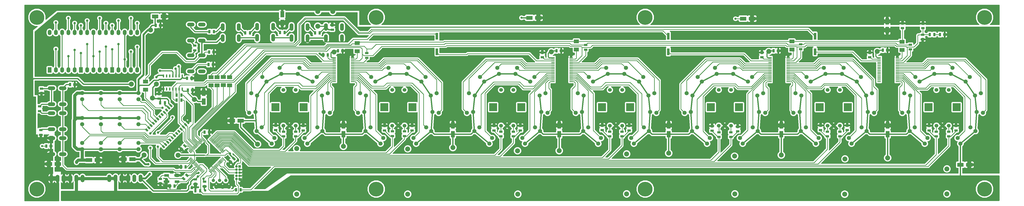
<source format=gbl>
G04 (created by PCBNEW (2013-jul-07)-stable) date Di 23 Feb 2016 16:58:54 CET*
%MOIN*%
G04 Gerber Fmt 3.4, Leading zero omitted, Abs format*
%FSLAX34Y34*%
G01*
G70*
G90*
G04 APERTURE LIST*
%ADD10C,0.00590551*%
%ADD11R,0.02X0.045*%
%ADD12C,0.066*%
%ADD13O,0.06X0.12*%
%ADD14R,0.0748031X0.0433071*%
%ADD15C,0.052*%
%ADD16R,0.0413386X0.0413386*%
%ADD17C,0.0413386*%
%ADD18C,0.23622*%
%ADD19R,0.1024X0.063*%
%ADD20R,0.063X0.1024*%
%ADD21R,0.0393X0.1102*%
%ADD22O,0.1187X0.0593*%
%ADD23O,0.0593X0.1187*%
%ADD24R,0.0579X0.0165*%
%ADD25R,0.2047X0.433*%
%ADD26R,0.1716X0.1618*%
%ADD27R,0.055X0.035*%
%ADD28R,0.035X0.055*%
%ADD29R,0.08X0.06*%
%ADD30R,0.0591X0.0866*%
%ADD31O,0.0591X0.0866*%
%ADD32C,0.06*%
%ADD33R,0.125984X0.125984*%
%ADD34C,0.0393701*%
%ADD35C,0.0787402*%
%ADD36C,0.023622*%
%ADD37C,0.035*%
%ADD38C,0.01*%
%ADD39C,0.0201575*%
%ADD40C,0.015748*%
%ADD41C,0.0301575*%
%ADD42C,0.0492126*%
%ADD43C,0.011811*%
G04 APERTURE END LIST*
G54D10*
G54D11*
X25235Y-13470D03*
X24735Y-13470D03*
X24235Y-13470D03*
X23735Y-13470D03*
X23235Y-13470D03*
X22735Y-13470D03*
X22235Y-13470D03*
X22235Y-11370D03*
X22735Y-11370D03*
X23235Y-11370D03*
X23735Y-11370D03*
X24235Y-11370D03*
X24735Y-11370D03*
X25235Y-11370D03*
G54D12*
X9235Y-23120D03*
X9235Y-22120D03*
X12235Y-23120D03*
X12235Y-22120D03*
X15235Y-23120D03*
X15235Y-22120D03*
X18235Y-23120D03*
X18235Y-22120D03*
X9235Y-18120D03*
X9235Y-19120D03*
X12235Y-18120D03*
X12235Y-19120D03*
X15235Y-18120D03*
X15235Y-19120D03*
X18235Y-18120D03*
X18235Y-19120D03*
X9235Y-14120D03*
X9235Y-15120D03*
X12235Y-14120D03*
X12235Y-15120D03*
X15235Y-14120D03*
X15235Y-15120D03*
X18235Y-14120D03*
X18235Y-15120D03*
G54D10*
G36*
X29894Y-26157D02*
X29978Y-26074D01*
X30367Y-26464D01*
X30284Y-26547D01*
X29894Y-26157D01*
X29894Y-26157D01*
G37*
G36*
X29477Y-26575D02*
X29560Y-26491D01*
X29950Y-26881D01*
X29866Y-26965D01*
X29477Y-26575D01*
X29477Y-26575D01*
G37*
G36*
X29616Y-26436D02*
X29699Y-26352D01*
X30089Y-26742D01*
X30006Y-26826D01*
X29616Y-26436D01*
X29616Y-26436D01*
G37*
G36*
X29755Y-26297D02*
X29838Y-26213D01*
X30228Y-26603D01*
X30145Y-26686D01*
X29755Y-26297D01*
X29755Y-26297D01*
G37*
G36*
X30033Y-26018D02*
X30117Y-25935D01*
X30507Y-26324D01*
X30423Y-26408D01*
X30033Y-26018D01*
X30033Y-26018D01*
G37*
G36*
X30173Y-25879D02*
X30256Y-25796D01*
X30646Y-26185D01*
X30562Y-26269D01*
X30173Y-25879D01*
X30173Y-25879D01*
G37*
G36*
X30312Y-25740D02*
X30395Y-25656D01*
X30785Y-26046D01*
X30701Y-26130D01*
X30312Y-25740D01*
X30312Y-25740D01*
G37*
G36*
X30451Y-25601D02*
X30534Y-25517D01*
X30924Y-25907D01*
X30841Y-25990D01*
X30451Y-25601D01*
X30451Y-25601D01*
G37*
G36*
X30590Y-25461D02*
X30674Y-25378D01*
X31063Y-25768D01*
X30980Y-25851D01*
X30590Y-25461D01*
X30590Y-25461D01*
G37*
G36*
X30729Y-25322D02*
X30813Y-25239D01*
X31203Y-25628D01*
X31119Y-25712D01*
X30729Y-25322D01*
X30729Y-25322D01*
G37*
G36*
X30869Y-25183D02*
X30952Y-25100D01*
X31342Y-25489D01*
X31258Y-25573D01*
X30869Y-25183D01*
X30869Y-25183D01*
G37*
G36*
X31008Y-25044D02*
X31091Y-24960D01*
X31481Y-25350D01*
X31397Y-25434D01*
X31008Y-25044D01*
X31008Y-25044D01*
G37*
G36*
X31147Y-24905D02*
X31230Y-24821D01*
X31620Y-25211D01*
X31537Y-25294D01*
X31147Y-24905D01*
X31147Y-24905D01*
G37*
G36*
X31286Y-24765D02*
X31370Y-24682D01*
X31759Y-25072D01*
X31676Y-25155D01*
X31286Y-24765D01*
X31286Y-24765D01*
G37*
G36*
X31425Y-24626D02*
X31509Y-24543D01*
X31899Y-24933D01*
X31815Y-25016D01*
X31425Y-24626D01*
X31425Y-24626D01*
G37*
G36*
X31564Y-24487D02*
X31648Y-24404D01*
X32038Y-24793D01*
X31954Y-24877D01*
X31564Y-24487D01*
X31564Y-24487D01*
G37*
G36*
X30284Y-21592D02*
X30367Y-21675D01*
X29978Y-22065D01*
X29894Y-21982D01*
X30284Y-21592D01*
X30284Y-21592D01*
G37*
G36*
X29866Y-21174D02*
X29950Y-21258D01*
X29560Y-21648D01*
X29477Y-21564D01*
X29866Y-21174D01*
X29866Y-21174D01*
G37*
G36*
X30006Y-21313D02*
X30089Y-21397D01*
X29699Y-21787D01*
X29616Y-21703D01*
X30006Y-21313D01*
X30006Y-21313D01*
G37*
G36*
X30145Y-21453D02*
X30228Y-21536D01*
X29838Y-21926D01*
X29755Y-21842D01*
X30145Y-21453D01*
X30145Y-21453D01*
G37*
G36*
X30423Y-21731D02*
X30507Y-21815D01*
X30117Y-22204D01*
X30033Y-22121D01*
X30423Y-21731D01*
X30423Y-21731D01*
G37*
G36*
X30562Y-21870D02*
X30646Y-21954D01*
X30256Y-22343D01*
X30173Y-22260D01*
X30562Y-21870D01*
X30562Y-21870D01*
G37*
G36*
X30701Y-22009D02*
X30785Y-22093D01*
X30395Y-22483D01*
X30312Y-22399D01*
X30701Y-22009D01*
X30701Y-22009D01*
G37*
G36*
X30841Y-22149D02*
X30924Y-22232D01*
X30534Y-22622D01*
X30451Y-22538D01*
X30841Y-22149D01*
X30841Y-22149D01*
G37*
G36*
X30980Y-22288D02*
X31063Y-22371D01*
X30674Y-22761D01*
X30590Y-22678D01*
X30980Y-22288D01*
X30980Y-22288D01*
G37*
G36*
X31119Y-22427D02*
X31203Y-22511D01*
X30813Y-22900D01*
X30729Y-22817D01*
X31119Y-22427D01*
X31119Y-22427D01*
G37*
G36*
X31258Y-22566D02*
X31342Y-22650D01*
X30952Y-23039D01*
X30869Y-22956D01*
X31258Y-22566D01*
X31258Y-22566D01*
G37*
G36*
X31397Y-22705D02*
X31481Y-22789D01*
X31091Y-23179D01*
X31008Y-23095D01*
X31397Y-22705D01*
X31397Y-22705D01*
G37*
G36*
X31537Y-22845D02*
X31620Y-22928D01*
X31230Y-23318D01*
X31147Y-23234D01*
X31537Y-22845D01*
X31537Y-22845D01*
G37*
G36*
X31676Y-22984D02*
X31759Y-23067D01*
X31370Y-23457D01*
X31286Y-23374D01*
X31676Y-22984D01*
X31676Y-22984D01*
G37*
G36*
X31815Y-23123D02*
X31899Y-23206D01*
X31509Y-23596D01*
X31425Y-23513D01*
X31815Y-23123D01*
X31815Y-23123D01*
G37*
G36*
X31954Y-23262D02*
X32038Y-23346D01*
X31648Y-23735D01*
X31564Y-23652D01*
X31954Y-23262D01*
X31954Y-23262D01*
G37*
G36*
X28335Y-21258D02*
X28419Y-21174D01*
X28808Y-21564D01*
X28725Y-21648D01*
X28335Y-21258D01*
X28335Y-21258D01*
G37*
G36*
X28196Y-21397D02*
X28279Y-21313D01*
X28669Y-21703D01*
X28586Y-21787D01*
X28196Y-21397D01*
X28196Y-21397D01*
G37*
G36*
X28057Y-21536D02*
X28140Y-21453D01*
X28530Y-21842D01*
X28447Y-21926D01*
X28057Y-21536D01*
X28057Y-21536D01*
G37*
G36*
X27918Y-21675D02*
X28001Y-21592D01*
X28391Y-21982D01*
X28307Y-22065D01*
X27918Y-21675D01*
X27918Y-21675D01*
G37*
G36*
X27778Y-21815D02*
X27862Y-21731D01*
X28252Y-22121D01*
X28168Y-22204D01*
X27778Y-21815D01*
X27778Y-21815D01*
G37*
G36*
X27639Y-21954D02*
X27723Y-21870D01*
X28112Y-22260D01*
X28029Y-22343D01*
X27639Y-21954D01*
X27639Y-21954D01*
G37*
G36*
X27500Y-22093D02*
X27584Y-22009D01*
X27973Y-22399D01*
X27890Y-22483D01*
X27500Y-22093D01*
X27500Y-22093D01*
G37*
G36*
X27361Y-22232D02*
X27444Y-22149D01*
X27834Y-22538D01*
X27751Y-22622D01*
X27361Y-22232D01*
X27361Y-22232D01*
G37*
G36*
X27222Y-22371D02*
X27305Y-22288D01*
X27695Y-22678D01*
X27611Y-22761D01*
X27222Y-22371D01*
X27222Y-22371D01*
G37*
G36*
X27082Y-22511D02*
X27166Y-22427D01*
X27556Y-22817D01*
X27472Y-22900D01*
X27082Y-22511D01*
X27082Y-22511D01*
G37*
G36*
X26943Y-22650D02*
X27027Y-22566D01*
X27416Y-22956D01*
X27333Y-23039D01*
X26943Y-22650D01*
X26943Y-22650D01*
G37*
G36*
X26804Y-22789D02*
X26888Y-22705D01*
X27277Y-23095D01*
X27194Y-23179D01*
X26804Y-22789D01*
X26804Y-22789D01*
G37*
G36*
X26526Y-23067D02*
X26609Y-22984D01*
X26999Y-23374D01*
X26915Y-23457D01*
X26526Y-23067D01*
X26526Y-23067D01*
G37*
G36*
X26386Y-23206D02*
X26470Y-23123D01*
X26860Y-23513D01*
X26776Y-23596D01*
X26386Y-23206D01*
X26386Y-23206D01*
G37*
G36*
X26247Y-23346D02*
X26331Y-23262D01*
X26721Y-23652D01*
X26637Y-23735D01*
X26247Y-23346D01*
X26247Y-23346D01*
G37*
G36*
X26665Y-22928D02*
X26748Y-22845D01*
X27138Y-23234D01*
X27055Y-23318D01*
X26665Y-22928D01*
X26665Y-22928D01*
G37*
G36*
X28001Y-26547D02*
X27918Y-26464D01*
X28307Y-26074D01*
X28391Y-26157D01*
X28001Y-26547D01*
X28001Y-26547D01*
G37*
G36*
X28419Y-26965D02*
X28335Y-26881D01*
X28725Y-26491D01*
X28808Y-26575D01*
X28419Y-26965D01*
X28419Y-26965D01*
G37*
G36*
X28279Y-26826D02*
X28196Y-26742D01*
X28586Y-26352D01*
X28669Y-26436D01*
X28279Y-26826D01*
X28279Y-26826D01*
G37*
G36*
X28140Y-26686D02*
X28057Y-26603D01*
X28447Y-26213D01*
X28530Y-26297D01*
X28140Y-26686D01*
X28140Y-26686D01*
G37*
G36*
X27862Y-26408D02*
X27778Y-26324D01*
X28168Y-25935D01*
X28252Y-26018D01*
X27862Y-26408D01*
X27862Y-26408D01*
G37*
G36*
X27723Y-26269D02*
X27639Y-26185D01*
X28029Y-25796D01*
X28112Y-25879D01*
X27723Y-26269D01*
X27723Y-26269D01*
G37*
G36*
X27584Y-26130D02*
X27500Y-26046D01*
X27890Y-25656D01*
X27973Y-25740D01*
X27584Y-26130D01*
X27584Y-26130D01*
G37*
G36*
X27444Y-25990D02*
X27361Y-25907D01*
X27751Y-25517D01*
X27834Y-25601D01*
X27444Y-25990D01*
X27444Y-25990D01*
G37*
G36*
X27305Y-25851D02*
X27222Y-25768D01*
X27611Y-25378D01*
X27695Y-25461D01*
X27305Y-25851D01*
X27305Y-25851D01*
G37*
G36*
X27166Y-25712D02*
X27082Y-25628D01*
X27472Y-25239D01*
X27556Y-25322D01*
X27166Y-25712D01*
X27166Y-25712D01*
G37*
G36*
X27027Y-25573D02*
X26943Y-25489D01*
X27333Y-25100D01*
X27416Y-25183D01*
X27027Y-25573D01*
X27027Y-25573D01*
G37*
G36*
X26888Y-25434D02*
X26804Y-25350D01*
X27194Y-24960D01*
X27277Y-25044D01*
X26888Y-25434D01*
X26888Y-25434D01*
G37*
G36*
X26748Y-25294D02*
X26665Y-25211D01*
X27055Y-24821D01*
X27138Y-24905D01*
X26748Y-25294D01*
X26748Y-25294D01*
G37*
G36*
X26609Y-25155D02*
X26526Y-25072D01*
X26915Y-24682D01*
X26999Y-24765D01*
X26609Y-25155D01*
X26609Y-25155D01*
G37*
G36*
X26470Y-25016D02*
X26386Y-24933D01*
X26776Y-24543D01*
X26860Y-24626D01*
X26470Y-25016D01*
X26470Y-25016D01*
G37*
G36*
X26331Y-24877D02*
X26247Y-24793D01*
X26637Y-24404D01*
X26721Y-24487D01*
X26331Y-24877D01*
X26331Y-24877D01*
G37*
G54D13*
X18585Y-27780D03*
X17585Y-27780D03*
X16585Y-27780D03*
X15585Y-27780D03*
X14585Y-27780D03*
X13585Y-27780D03*
X9315Y-27810D03*
X8315Y-27810D03*
X7315Y-27810D03*
X6315Y-27810D03*
X5315Y-27810D03*
X4315Y-27810D03*
G54D10*
G36*
X26052Y-18536D02*
X26405Y-18889D01*
X26193Y-19101D01*
X25840Y-18748D01*
X26052Y-18536D01*
X26052Y-18536D01*
G37*
G36*
X25698Y-18889D02*
X26052Y-19243D01*
X25840Y-19455D01*
X25486Y-19101D01*
X25698Y-18889D01*
X25698Y-18889D01*
G37*
G36*
X25345Y-19243D02*
X25698Y-19596D01*
X25486Y-19808D01*
X25133Y-19455D01*
X25345Y-19243D01*
X25345Y-19243D01*
G37*
G36*
X24991Y-19596D02*
X25345Y-19950D01*
X25133Y-20162D01*
X24779Y-19808D01*
X24991Y-19596D01*
X24991Y-19596D01*
G37*
G36*
X24638Y-19950D02*
X24991Y-20303D01*
X24779Y-20516D01*
X24425Y-20162D01*
X24638Y-19950D01*
X24638Y-19950D01*
G37*
G36*
X24284Y-20303D02*
X24638Y-20657D01*
X24425Y-20869D01*
X24072Y-20516D01*
X24284Y-20303D01*
X24284Y-20303D01*
G37*
G36*
X23931Y-20657D02*
X24284Y-21010D01*
X24072Y-21223D01*
X23718Y-20869D01*
X23931Y-20657D01*
X23931Y-20657D01*
G37*
G36*
X23577Y-21010D02*
X23931Y-21364D01*
X23718Y-21576D01*
X23365Y-21223D01*
X23577Y-21010D01*
X23577Y-21010D01*
G37*
G36*
X23223Y-21364D02*
X23577Y-21718D01*
X23365Y-21930D01*
X23011Y-21576D01*
X23223Y-21364D01*
X23223Y-21364D01*
G37*
G36*
X22870Y-21718D02*
X23223Y-22071D01*
X23011Y-22283D01*
X22658Y-21930D01*
X22870Y-21718D01*
X22870Y-21718D01*
G37*
G36*
X22516Y-22071D02*
X22870Y-22425D01*
X22658Y-22637D01*
X22304Y-22283D01*
X22516Y-22071D01*
X22516Y-22071D01*
G37*
G36*
X22163Y-22425D02*
X22516Y-22778D01*
X22304Y-22990D01*
X21951Y-22637D01*
X22163Y-22425D01*
X22163Y-22425D01*
G37*
G36*
X23365Y-15849D02*
X23718Y-16202D01*
X23506Y-16414D01*
X23153Y-16061D01*
X23365Y-15849D01*
X23365Y-15849D01*
G37*
G36*
X23011Y-16202D02*
X23365Y-16556D01*
X23153Y-16768D01*
X22799Y-16414D01*
X23011Y-16202D01*
X23011Y-16202D01*
G37*
G36*
X22658Y-16556D02*
X23011Y-16909D01*
X22799Y-17121D01*
X22446Y-16768D01*
X22658Y-16556D01*
X22658Y-16556D01*
G37*
G36*
X22304Y-16909D02*
X22658Y-17263D01*
X22446Y-17475D01*
X22092Y-17121D01*
X22304Y-16909D01*
X22304Y-16909D01*
G37*
G36*
X21951Y-17263D02*
X22304Y-17616D01*
X22092Y-17829D01*
X21738Y-17475D01*
X21951Y-17263D01*
X21951Y-17263D01*
G37*
G36*
X21597Y-17616D02*
X21951Y-17970D01*
X21738Y-18182D01*
X21385Y-17829D01*
X21597Y-17616D01*
X21597Y-17616D01*
G37*
G36*
X21244Y-17970D02*
X21597Y-18323D01*
X21385Y-18536D01*
X21031Y-18182D01*
X21244Y-17970D01*
X21244Y-17970D01*
G37*
G36*
X20890Y-18323D02*
X21244Y-18677D01*
X21031Y-18889D01*
X20678Y-18536D01*
X20890Y-18323D01*
X20890Y-18323D01*
G37*
G36*
X20536Y-18677D02*
X20890Y-19031D01*
X20678Y-19243D01*
X20324Y-18889D01*
X20536Y-18677D01*
X20536Y-18677D01*
G37*
G36*
X20183Y-19031D02*
X20536Y-19384D01*
X20324Y-19596D01*
X19971Y-19243D01*
X20183Y-19031D01*
X20183Y-19031D01*
G37*
G36*
X19829Y-19384D02*
X20183Y-19738D01*
X19971Y-19950D01*
X19617Y-19596D01*
X19829Y-19384D01*
X19829Y-19384D01*
G37*
G36*
X19476Y-19738D02*
X19829Y-20091D01*
X19617Y-20303D01*
X19264Y-19950D01*
X19476Y-19738D01*
X19476Y-19738D01*
G37*
G54D14*
X22725Y-28295D03*
X24405Y-27295D03*
X24405Y-28295D03*
X22725Y-27295D03*
G54D15*
X32687Y-29120D03*
X32187Y-28120D03*
X31687Y-29120D03*
X31187Y-28120D03*
X30687Y-29120D03*
X30187Y-28120D03*
G54D16*
X34415Y-25890D03*
G54D17*
X34415Y-26390D03*
X34415Y-26890D03*
X34415Y-27390D03*
X34415Y-27890D03*
X33915Y-26390D03*
X33915Y-26890D03*
X33915Y-27390D03*
X33915Y-27890D03*
X33915Y-25890D03*
G54D18*
X153500Y-2000D03*
X99250Y-2000D03*
X2000Y-2000D03*
X153500Y-29500D03*
X2000Y-29500D03*
G54D12*
X75854Y-11043D03*
X75612Y-10073D03*
X72016Y-14498D03*
X71076Y-14156D03*
X71738Y-17145D03*
X70748Y-17284D03*
X47831Y-17145D03*
X48821Y-17284D03*
X47553Y-14498D03*
X48493Y-14156D03*
X46065Y-12292D03*
X46734Y-11549D03*
X90904Y-12292D03*
X90235Y-11549D03*
X128054Y-11043D03*
X127812Y-10073D03*
X125704Y-12292D03*
X125035Y-11549D03*
X124216Y-14498D03*
X123276Y-14156D03*
X133065Y-12292D03*
X133734Y-11549D03*
X123938Y-17145D03*
X122948Y-17284D03*
X73504Y-12292D03*
X72835Y-11549D03*
X100031Y-17145D03*
X101021Y-17284D03*
X130715Y-11043D03*
X130957Y-10073D03*
X82631Y-17145D03*
X83621Y-17284D03*
X113315Y-11043D03*
X113557Y-10073D03*
X110654Y-11043D03*
X110412Y-10073D03*
X54338Y-17145D03*
X53348Y-17284D03*
X108304Y-12292D03*
X107635Y-11549D03*
X106816Y-14498D03*
X105876Y-14156D03*
X106538Y-17145D03*
X105548Y-17284D03*
X115665Y-12292D03*
X116334Y-11549D03*
X82353Y-14498D03*
X83293Y-14156D03*
X54616Y-14498D03*
X53676Y-14156D03*
X80865Y-12292D03*
X81534Y-11549D03*
X78515Y-11043D03*
X78757Y-10073D03*
X56104Y-12292D03*
X55435Y-11549D03*
X65231Y-17145D03*
X66221Y-17284D03*
X64953Y-14498D03*
X65893Y-14156D03*
X63465Y-12292D03*
X64134Y-11549D03*
X61115Y-11043D03*
X61357Y-10073D03*
X58454Y-11043D03*
X58212Y-10073D03*
X98265Y-12292D03*
X98934Y-11549D03*
X95915Y-11043D03*
X96157Y-10073D03*
X99753Y-14498D03*
X100693Y-14156D03*
X93254Y-11043D03*
X93012Y-10073D03*
X89416Y-14498D03*
X88476Y-14156D03*
X89138Y-17145D03*
X88148Y-17284D03*
X141616Y-14498D03*
X140676Y-14156D03*
X141338Y-17145D03*
X140348Y-17284D03*
X117431Y-17145D03*
X118421Y-17284D03*
X117153Y-14498D03*
X118093Y-14156D03*
X152231Y-17145D03*
X153221Y-17284D03*
X151953Y-14498D03*
X152893Y-14156D03*
X150465Y-12292D03*
X151134Y-11549D03*
X148115Y-11043D03*
X148357Y-10073D03*
X145454Y-11043D03*
X145212Y-10073D03*
X143104Y-12292D03*
X142435Y-11549D03*
X134553Y-14498D03*
X135493Y-14156D03*
X134831Y-17145D03*
X135821Y-17284D03*
X37216Y-14498D03*
X36276Y-14156D03*
X38704Y-12292D03*
X38035Y-11549D03*
X41054Y-11043D03*
X40812Y-10073D03*
X43715Y-11043D03*
X43957Y-10073D03*
X36938Y-17145D03*
X35948Y-17284D03*
X45234Y-22222D03*
X44796Y-21323D03*
X47643Y-20200D03*
X46834Y-19612D03*
X37126Y-20200D03*
X37935Y-19612D03*
X39535Y-22222D03*
X39973Y-21323D03*
X71926Y-20200D03*
X72735Y-19612D03*
X74335Y-22222D03*
X74773Y-21323D03*
X126535Y-22222D03*
X126973Y-21323D03*
X124126Y-20200D03*
X124935Y-19612D03*
X99843Y-20200D03*
X99034Y-19612D03*
X106726Y-20200D03*
X107535Y-19612D03*
X109135Y-22222D03*
X109573Y-21323D03*
X80034Y-22222D03*
X79596Y-21323D03*
X82443Y-20200D03*
X81634Y-19612D03*
X65043Y-20200D03*
X64234Y-19612D03*
X89326Y-20200D03*
X90135Y-19612D03*
X91735Y-22222D03*
X92173Y-21323D03*
X62634Y-22222D03*
X62196Y-21323D03*
X56935Y-22222D03*
X57373Y-21323D03*
X141526Y-20200D03*
X142335Y-19612D03*
X143935Y-22222D03*
X144373Y-21323D03*
X114834Y-22222D03*
X114396Y-21323D03*
X117243Y-20200D03*
X116434Y-19612D03*
X54526Y-20200D03*
X55335Y-19612D03*
X149634Y-22222D03*
X149196Y-21323D03*
X152043Y-20200D03*
X151234Y-19612D03*
X134643Y-20200D03*
X133834Y-19612D03*
X132234Y-22222D03*
X131796Y-21323D03*
X97434Y-22222D03*
X96996Y-21323D03*
G54D18*
X99250Y-29500D03*
X56250Y-2000D03*
X56250Y-29500D03*
G54D19*
X34584Y-18550D03*
X33166Y-18550D03*
G54D20*
X103000Y-20709D03*
X103000Y-19291D03*
X121000Y-20709D03*
X121000Y-19291D03*
X68500Y-20709D03*
X68500Y-19291D03*
X85500Y-20709D03*
X85500Y-19291D03*
X51000Y-20709D03*
X51000Y-19291D03*
X138000Y-20709D03*
X138000Y-19291D03*
G54D19*
X20891Y-1850D03*
X22309Y-1850D03*
X11744Y-24855D03*
X10326Y-24855D03*
X149641Y-25600D03*
X151059Y-25600D03*
G54D21*
X65950Y-5000D03*
X65950Y-7500D03*
X102950Y-5000D03*
X102950Y-7500D03*
X126400Y-5000D03*
X126400Y-7500D03*
G54D22*
X4350Y-23899D03*
X4350Y-21341D03*
X6120Y-23899D03*
X6120Y-21341D03*
X4350Y-19899D03*
X4350Y-17341D03*
X6120Y-19899D03*
X6120Y-17341D03*
X4350Y-15899D03*
X4350Y-13341D03*
X6120Y-15899D03*
X6120Y-13341D03*
G54D23*
X42706Y-3535D03*
X45264Y-3535D03*
X42706Y-5305D03*
X45264Y-5305D03*
X48206Y-3535D03*
X50764Y-3535D03*
X48206Y-5305D03*
X50764Y-5305D03*
X31706Y-3535D03*
X34264Y-3535D03*
X31706Y-5305D03*
X34264Y-5305D03*
X37206Y-3485D03*
X39764Y-3485D03*
X37206Y-5255D03*
X39764Y-5255D03*
G54D22*
X26600Y-5699D03*
X26600Y-3141D03*
X28370Y-5699D03*
X28370Y-3141D03*
X26600Y-10649D03*
X26600Y-8091D03*
X28370Y-10649D03*
X28370Y-8091D03*
G54D24*
X136643Y-8687D03*
X136643Y-8430D03*
X139556Y-12268D03*
X139556Y-12011D03*
G54D25*
X138100Y-10350D03*
G54D24*
X139556Y-9966D03*
X139556Y-10222D03*
X139556Y-10478D03*
X139556Y-10734D03*
X136645Y-10226D03*
X139556Y-9198D03*
X139556Y-9454D03*
X139556Y-9710D03*
X136643Y-12014D03*
X136643Y-11758D03*
X136643Y-11502D03*
X136643Y-11246D03*
X136643Y-10990D03*
X136643Y-10734D03*
X139556Y-10990D03*
X136645Y-10478D03*
X139556Y-8942D03*
X139556Y-11246D03*
X136643Y-12270D03*
X136643Y-9966D03*
X139556Y-8687D03*
X139556Y-11501D03*
X136643Y-8942D03*
X136643Y-9711D03*
X139556Y-8432D03*
X139556Y-11757D03*
X136643Y-9199D03*
X136643Y-9455D03*
G54D26*
X138100Y-10350D03*
G54D24*
X119193Y-8687D03*
X119193Y-8430D03*
X122106Y-12268D03*
X122106Y-12011D03*
G54D25*
X120650Y-10350D03*
G54D24*
X122106Y-9966D03*
X122106Y-10222D03*
X122106Y-10478D03*
X122106Y-10734D03*
X119195Y-10226D03*
X122106Y-9198D03*
X122106Y-9454D03*
X122106Y-9710D03*
X119193Y-12014D03*
X119193Y-11758D03*
X119193Y-11502D03*
X119193Y-11246D03*
X119193Y-10990D03*
X119193Y-10734D03*
X122106Y-10990D03*
X119195Y-10478D03*
X122106Y-8942D03*
X122106Y-11246D03*
X119193Y-12270D03*
X119193Y-9966D03*
X122106Y-8687D03*
X122106Y-11501D03*
X119193Y-8942D03*
X119193Y-9711D03*
X122106Y-8432D03*
X122106Y-11757D03*
X119193Y-9199D03*
X119193Y-9455D03*
G54D26*
X120650Y-10350D03*
G54D24*
X84493Y-8687D03*
X84493Y-8430D03*
X87406Y-12268D03*
X87406Y-12011D03*
G54D25*
X85950Y-10350D03*
G54D24*
X87406Y-9966D03*
X87406Y-10222D03*
X87406Y-10478D03*
X87406Y-10734D03*
X84495Y-10226D03*
X87406Y-9198D03*
X87406Y-9454D03*
X87406Y-9710D03*
X84493Y-12014D03*
X84493Y-11758D03*
X84493Y-11502D03*
X84493Y-11246D03*
X84493Y-10990D03*
X84493Y-10734D03*
X87406Y-10990D03*
X84495Y-10478D03*
X87406Y-8942D03*
X87406Y-11246D03*
X84493Y-12270D03*
X84493Y-9966D03*
X87406Y-8687D03*
X87406Y-11501D03*
X84493Y-8942D03*
X84493Y-9711D03*
X87406Y-8432D03*
X87406Y-11757D03*
X84493Y-9199D03*
X84493Y-9455D03*
G54D26*
X85950Y-10350D03*
G54D24*
X49543Y-8687D03*
X49543Y-8430D03*
X52456Y-12268D03*
X52456Y-12011D03*
G54D25*
X51000Y-10350D03*
G54D24*
X52456Y-9966D03*
X52456Y-10222D03*
X52456Y-10478D03*
X52456Y-10734D03*
X49545Y-10226D03*
X52456Y-9198D03*
X52456Y-9454D03*
X52456Y-9710D03*
X49543Y-12014D03*
X49543Y-11758D03*
X49543Y-11502D03*
X49543Y-11246D03*
X49543Y-10990D03*
X49543Y-10734D03*
X52456Y-10990D03*
X49545Y-10478D03*
X52456Y-8942D03*
X52456Y-11246D03*
X49543Y-12270D03*
X49543Y-9966D03*
X52456Y-8687D03*
X52456Y-11501D03*
X49543Y-8942D03*
X49543Y-9711D03*
X52456Y-8432D03*
X52456Y-11757D03*
X49543Y-9199D03*
X49543Y-9455D03*
G54D26*
X51000Y-10350D03*
G54D27*
X141650Y-7125D03*
X141650Y-6375D03*
X89750Y-7175D03*
X89750Y-6425D03*
X124100Y-7075D03*
X124100Y-6325D03*
X54750Y-8475D03*
X54750Y-7725D03*
G54D28*
X34575Y-29600D03*
X33825Y-29600D03*
X24340Y-15260D03*
X25090Y-15260D03*
G54D27*
X27345Y-27947D03*
X27345Y-28697D03*
X76185Y-21045D03*
X76185Y-20295D03*
X78185Y-21045D03*
X78185Y-20295D03*
X41435Y-21045D03*
X41435Y-20295D03*
X43385Y-21045D03*
X43385Y-20295D03*
X58835Y-20995D03*
X58835Y-20245D03*
X60785Y-20995D03*
X60785Y-20245D03*
X130385Y-21045D03*
X130385Y-20295D03*
X128385Y-21045D03*
X128385Y-20295D03*
X112935Y-21145D03*
X112935Y-20395D03*
X111035Y-21145D03*
X111035Y-20395D03*
X147785Y-21045D03*
X147785Y-20295D03*
X145785Y-21045D03*
X145785Y-20295D03*
X95535Y-21045D03*
X95535Y-20295D03*
X93585Y-21045D03*
X93585Y-20295D03*
G54D28*
X24340Y-14440D03*
X25090Y-14440D03*
X27352Y-29768D03*
X28102Y-29768D03*
X26760Y-11740D03*
X26010Y-11740D03*
G54D27*
X143650Y-2975D03*
X143650Y-3725D03*
G54D28*
X146375Y-4750D03*
X147125Y-4750D03*
G54D27*
X143600Y-4775D03*
X143600Y-5525D03*
X21535Y-14995D03*
X21535Y-14245D03*
G54D28*
X21710Y-15670D03*
X22460Y-15670D03*
X8060Y-12760D03*
X7310Y-12760D03*
X30275Y-7550D03*
X29525Y-7550D03*
X30310Y-4270D03*
X29560Y-4270D03*
X36060Y-4470D03*
X35310Y-4470D03*
X41610Y-4420D03*
X40860Y-4420D03*
X47210Y-4470D03*
X46460Y-4470D03*
G54D27*
X2735Y-13395D03*
X2735Y-14145D03*
X2435Y-16995D03*
X2435Y-16245D03*
X2635Y-20795D03*
X2635Y-20045D03*
G54D28*
X29425Y-9550D03*
X30175Y-9550D03*
G54D27*
X27250Y-6525D03*
X27250Y-7275D03*
G54D28*
X144725Y-4750D03*
X145475Y-4750D03*
G54D27*
X21730Y-28625D03*
X21730Y-27875D03*
G54D28*
X23995Y-29010D03*
X23245Y-29010D03*
X120525Y-7350D03*
X119775Y-7350D03*
X137975Y-7250D03*
X137225Y-7250D03*
X85825Y-7350D03*
X85075Y-7350D03*
X25035Y-25960D03*
X25785Y-25960D03*
X26890Y-13635D03*
X26140Y-13635D03*
G54D27*
X135150Y-7625D03*
X135150Y-8375D03*
X117900Y-7625D03*
X117900Y-8375D03*
X82800Y-7625D03*
X82800Y-8375D03*
G54D10*
G36*
X33035Y-25478D02*
X32646Y-25089D01*
X32894Y-24841D01*
X33283Y-25230D01*
X33035Y-25478D01*
X33035Y-25478D01*
G37*
G36*
X33565Y-24948D02*
X33176Y-24559D01*
X33424Y-24311D01*
X33813Y-24700D01*
X33565Y-24948D01*
X33565Y-24948D01*
G37*
G54D28*
X29566Y-20386D03*
X28816Y-20386D03*
X47760Y-8020D03*
X48510Y-8020D03*
X50875Y-7350D03*
X50125Y-7350D03*
X21010Y-3280D03*
X21760Y-3280D03*
G54D27*
X127285Y-19295D03*
X127285Y-20045D03*
X131535Y-20045D03*
X131535Y-19295D03*
X61985Y-20095D03*
X61985Y-19345D03*
X79285Y-20095D03*
X79285Y-19345D03*
X75085Y-20095D03*
X75085Y-19345D03*
X144635Y-20095D03*
X144635Y-19345D03*
X148935Y-20095D03*
X148935Y-19345D03*
X96685Y-20095D03*
X96685Y-19345D03*
X92385Y-20045D03*
X92385Y-19295D03*
X28795Y-29070D03*
X28795Y-28320D03*
G54D10*
G36*
X25196Y-23417D02*
X24807Y-23028D01*
X25055Y-22780D01*
X25444Y-23169D01*
X25196Y-23417D01*
X25196Y-23417D01*
G37*
G36*
X25726Y-22887D02*
X25337Y-22498D01*
X25585Y-22250D01*
X25974Y-22639D01*
X25726Y-22887D01*
X25726Y-22887D01*
G37*
G54D27*
X109935Y-20145D03*
X109935Y-19395D03*
X114035Y-20245D03*
X114035Y-19495D03*
X57585Y-20095D03*
X57585Y-19345D03*
X40185Y-20045D03*
X40185Y-19295D03*
X44585Y-20095D03*
X44585Y-19345D03*
G54D29*
X140300Y-7200D03*
X140300Y-5900D03*
X88250Y-7150D03*
X88250Y-5850D03*
X122700Y-7150D03*
X122700Y-5850D03*
X53200Y-7400D03*
X53200Y-6100D03*
X32800Y-11565D03*
X32800Y-12865D03*
X19385Y-12270D03*
X19385Y-13570D03*
X30810Y-11565D03*
X30810Y-12865D03*
X31800Y-11560D03*
X31800Y-12860D03*
X29825Y-11565D03*
X29825Y-12865D03*
G54D30*
X4035Y-10420D03*
G54D31*
X5035Y-10420D03*
X6035Y-10420D03*
X7035Y-10420D03*
X8035Y-10420D03*
X8035Y-4420D03*
X7035Y-4420D03*
X6035Y-4420D03*
X5035Y-4420D03*
X4035Y-4420D03*
G54D30*
X9035Y-10420D03*
G54D31*
X10035Y-10420D03*
X11035Y-10420D03*
X12035Y-10420D03*
X13035Y-10420D03*
X13035Y-4420D03*
X12035Y-4420D03*
X11035Y-4420D03*
X10035Y-4420D03*
X9035Y-4420D03*
G54D30*
X14035Y-10420D03*
G54D31*
X15035Y-10420D03*
X16035Y-10420D03*
X17035Y-10420D03*
X18035Y-10420D03*
X18035Y-4420D03*
X17035Y-4420D03*
X16035Y-4420D03*
X15035Y-4420D03*
X14035Y-4420D03*
G54D32*
X41400Y-19332D03*
X42385Y-19332D03*
X43369Y-19332D03*
X43369Y-13624D03*
X41400Y-13624D03*
G54D33*
X40140Y-16380D03*
X44629Y-16380D03*
G54D32*
X58800Y-19332D03*
X59785Y-19332D03*
X60769Y-19332D03*
X60769Y-13624D03*
X58800Y-13624D03*
G54D33*
X57540Y-16380D03*
X62029Y-16380D03*
G54D32*
X76200Y-19332D03*
X77185Y-19332D03*
X78169Y-19332D03*
X78169Y-13624D03*
X76200Y-13624D03*
G54D33*
X74940Y-16380D03*
X79429Y-16380D03*
G54D32*
X93600Y-19332D03*
X94585Y-19332D03*
X95569Y-19332D03*
X95569Y-13624D03*
X93600Y-13624D03*
G54D33*
X92340Y-16380D03*
X96829Y-16380D03*
G54D32*
X111000Y-19332D03*
X111985Y-19332D03*
X112969Y-19332D03*
X112969Y-13624D03*
X111000Y-13624D03*
G54D33*
X109740Y-16380D03*
X114229Y-16380D03*
G54D32*
X128400Y-19332D03*
X129385Y-19332D03*
X130369Y-19332D03*
X130369Y-13624D03*
X128400Y-13624D03*
G54D33*
X127140Y-16380D03*
X131629Y-16380D03*
G54D32*
X145800Y-19332D03*
X146785Y-19332D03*
X147769Y-19332D03*
X147769Y-13624D03*
X145800Y-13624D03*
G54D33*
X144540Y-16380D03*
X149029Y-16380D03*
G54D27*
X140385Y-3695D03*
X140385Y-2945D03*
G54D20*
X137930Y-2621D03*
X137930Y-4039D03*
G54D19*
X82164Y-2065D03*
X80746Y-2065D03*
G54D28*
X4245Y-22600D03*
X3495Y-22600D03*
G54D27*
X49220Y-3970D03*
X49220Y-3220D03*
G54D19*
X116324Y-2195D03*
X114906Y-2195D03*
G54D20*
X41220Y-1466D03*
X41220Y-2884D03*
G54D19*
X15841Y-24725D03*
X17259Y-24725D03*
G54D20*
X28665Y-15464D03*
X28665Y-14046D03*
G54D19*
X3926Y-25485D03*
X5344Y-25485D03*
G54D10*
G36*
X25525Y-28133D02*
X25136Y-27744D01*
X25384Y-27496D01*
X25773Y-27885D01*
X25525Y-28133D01*
X25525Y-28133D01*
G37*
G36*
X26055Y-27603D02*
X25666Y-27214D01*
X25914Y-26966D01*
X26303Y-27355D01*
X26055Y-27603D01*
X26055Y-27603D01*
G37*
G54D34*
X27735Y-27485D03*
X19800Y-25525D03*
X20050Y-27075D03*
X3500Y-30975D03*
X4325Y-30975D03*
X5075Y-30975D03*
G54D35*
X78835Y-23370D03*
X78885Y-30320D03*
X96285Y-30270D03*
X96285Y-23870D03*
X147485Y-30270D03*
X147485Y-26270D03*
X131135Y-30320D03*
X131185Y-24670D03*
X113585Y-30270D03*
X113535Y-24220D03*
X61285Y-30320D03*
X61285Y-23070D03*
X43535Y-30320D03*
X43535Y-23020D03*
X119000Y-2600D03*
X119000Y-7450D03*
X136300Y-2450D03*
X136350Y-7450D03*
X84250Y-2450D03*
X84250Y-7500D03*
X49500Y-7550D03*
X49300Y-1050D03*
X17095Y-12690D03*
X27155Y-15140D03*
X20485Y-14900D03*
X24554Y-24065D03*
X19137Y-24048D03*
G54D34*
X28635Y-27850D03*
X32885Y-23810D03*
X21100Y-11580D03*
G54D35*
X21100Y-12690D03*
X46900Y-1050D03*
X46900Y-3400D03*
X138000Y-28350D03*
X138000Y-24500D03*
X121000Y-28350D03*
X121000Y-24050D03*
X103000Y-28350D03*
X103000Y-23750D03*
X85500Y-28350D03*
X85500Y-23350D03*
X51050Y-28350D03*
X51000Y-22650D03*
X68500Y-22850D03*
X68500Y-28350D03*
X37250Y-30250D03*
X37275Y-22300D03*
G54D34*
X8329Y-25224D03*
G54D35*
X20185Y-4020D03*
G54D34*
X20139Y-22914D03*
X20135Y-20578D03*
X25340Y-29125D03*
G54D36*
X27855Y-26840D03*
X27225Y-26295D03*
G54D34*
X18985Y-14635D03*
X21345Y-17230D03*
X27495Y-18300D03*
X26115Y-15975D03*
X27465Y-13680D03*
G54D37*
X79485Y-2060D03*
X2850Y-22615D03*
X113675Y-2215D03*
G54D34*
X28760Y-22365D03*
G54D37*
X17485Y-13520D03*
X8685Y-13120D03*
X144635Y-3870D03*
G54D34*
X143700Y-6300D03*
X142150Y-5050D03*
G54D37*
X139685Y-4770D03*
X140985Y-4770D03*
G54D34*
X52600Y-1700D03*
X38250Y-1850D03*
X24650Y-1800D03*
X25750Y-6900D03*
X30100Y-8600D03*
X127150Y-5100D03*
X125650Y-5100D03*
X103585Y-5020D03*
X18350Y-25700D03*
X19200Y-22750D03*
X12975Y-24900D03*
X18575Y-29100D03*
G54D37*
X103685Y-7270D03*
G54D34*
X89850Y-8900D03*
G54D37*
X102235Y-7220D03*
X125785Y-7120D03*
X126985Y-7120D03*
G54D34*
X121135Y-7370D03*
X124550Y-8900D03*
X122100Y-7900D03*
G54D37*
X102285Y-5020D03*
G54D34*
X2450Y-4650D03*
X2450Y-10850D03*
X42550Y-26600D03*
X52050Y-26550D03*
X68000Y-26550D03*
X84950Y-26500D03*
X102550Y-26550D03*
X120550Y-26500D03*
X137450Y-26550D03*
X38100Y-29050D03*
X36675Y-28225D03*
X152350Y-25600D03*
X148400Y-25600D03*
X31900Y-18850D03*
X38400Y-22700D03*
X36300Y-19200D03*
X86700Y-7400D03*
X139525Y-7825D03*
X141500Y-8950D03*
X80800Y-8850D03*
X81950Y-8000D03*
X87400Y-7850D03*
X86000Y-13200D03*
X50950Y-13050D03*
X115400Y-8900D03*
X120700Y-13100D03*
X138200Y-13100D03*
X155100Y-25600D03*
X154950Y-13450D03*
X155300Y-4300D03*
X147100Y-5700D03*
X138750Y-7750D03*
X134150Y-5050D03*
X134150Y-7550D03*
X117100Y-7700D03*
G54D37*
X51950Y-7650D03*
G54D34*
X52350Y-21500D03*
X51050Y-18150D03*
X69600Y-21650D03*
X68600Y-18050D03*
X86385Y-21370D03*
X85550Y-18100D03*
X104250Y-21800D03*
X103150Y-18200D03*
X121985Y-21320D03*
X121100Y-18200D03*
X139450Y-21500D03*
X138050Y-18250D03*
G54D37*
X46735Y-8470D03*
X47200Y-7800D03*
G54D34*
X30000Y-23560D03*
X29140Y-21165D03*
X27335Y-29220D03*
X21685Y-9870D03*
X20621Y-10930D03*
X28900Y-29700D03*
X24415Y-19400D03*
X22140Y-20570D03*
X21611Y-19732D03*
X25081Y-20982D03*
X20730Y-20620D03*
X22575Y-24600D03*
X21150Y-24850D03*
X20850Y-23575D03*
X24597Y-22606D03*
X26380Y-18145D03*
X29540Y-25765D03*
X30667Y-24630D03*
X27653Y-24664D03*
X30740Y-23535D03*
X27775Y-23440D03*
X26575Y-25970D03*
X22415Y-3260D03*
X21405Y-13570D03*
X23030Y-14400D03*
X24445Y-25980D03*
X32600Y-25565D03*
G54D37*
X52300Y-5200D03*
X44450Y-6150D03*
X65335Y-5320D03*
X54635Y-5020D03*
X55835Y-5170D03*
X65235Y-7170D03*
X66585Y-7220D03*
X66635Y-5070D03*
G54D34*
X2550Y-15250D03*
X2000Y-12500D03*
X3250Y-16600D03*
X2550Y-19200D03*
X8035Y-7220D03*
X13035Y-6670D03*
X18035Y-6720D03*
X24170Y-10210D03*
X24680Y-9840D03*
X21685Y-10560D03*
X8035Y-2920D03*
X13035Y-2920D03*
X18035Y-2920D03*
X7035Y-2120D03*
X12035Y-2120D03*
X17035Y-2120D03*
X5035Y-2820D03*
X10035Y-2520D03*
X15035Y-2520D03*
X5035Y-7070D03*
X10035Y-6270D03*
X15035Y-6270D03*
X9035Y-7720D03*
X14035Y-7120D03*
X9035Y-3270D03*
X14035Y-3270D03*
X7035Y-8220D03*
X12035Y-7470D03*
X17035Y-7470D03*
X11035Y-8220D03*
X16035Y-8720D03*
X21363Y-20458D03*
X21349Y-22726D03*
X23685Y-18020D03*
X22085Y-16470D03*
G54D38*
X26623Y-24779D02*
X26623Y-24783D01*
G54D39*
X28370Y-6490D02*
X28375Y-6495D01*
X28370Y-7250D02*
X28375Y-7245D01*
X41220Y-1466D02*
X41220Y-455D01*
X41230Y-445D02*
X42400Y-445D01*
X41220Y-455D02*
X41230Y-445D01*
X27155Y-15140D02*
X27395Y-15140D01*
X27719Y-15464D02*
X28665Y-15464D01*
X27395Y-15140D02*
X27719Y-15464D01*
G54D38*
X28572Y-26728D02*
X28571Y-26728D01*
X27815Y-27485D02*
X27735Y-27485D01*
X28571Y-26728D02*
X27815Y-27485D01*
G54D39*
X49220Y-3970D02*
X48641Y-3970D01*
X48641Y-3970D02*
X48206Y-3535D01*
G54D38*
X5315Y-27810D02*
X5315Y-30735D01*
X5315Y-30735D02*
X5075Y-30975D01*
X5075Y-30975D02*
X4325Y-30975D01*
X4325Y-30975D02*
X3500Y-30975D01*
G54D40*
X46900Y-3400D02*
X48071Y-3400D01*
X48071Y-3400D02*
X48206Y-3535D01*
G54D38*
X2635Y-20795D02*
X2635Y-21185D01*
X2791Y-21341D02*
X4350Y-21341D01*
X2635Y-21185D02*
X2791Y-21341D01*
G54D40*
X48145Y-3535D02*
X47210Y-4470D01*
G54D41*
X18585Y-27780D02*
X19345Y-27780D01*
X19800Y-25525D02*
X19300Y-25525D01*
X19300Y-25525D02*
X18500Y-24725D01*
X19345Y-27780D02*
X20050Y-27075D01*
X19137Y-24048D02*
X19137Y-24088D01*
X19137Y-24088D02*
X18500Y-24725D01*
X18500Y-24725D02*
X17416Y-24725D01*
G54D42*
X4325Y-30975D02*
X3500Y-30975D01*
G54D40*
X119775Y-7350D02*
X119100Y-7350D01*
X119100Y-7350D02*
X119000Y-7450D01*
X119193Y-8430D02*
X118830Y-8430D01*
X118700Y-7750D02*
X119000Y-7450D01*
X118700Y-8300D02*
X118700Y-7750D01*
X118830Y-8430D02*
X118700Y-8300D01*
G54D38*
X136600Y-7250D02*
X136550Y-7250D01*
X136550Y-7250D02*
X136350Y-7450D01*
G54D40*
X84200Y-7350D02*
X84200Y-7450D01*
X84200Y-7450D02*
X84250Y-7500D01*
X84493Y-8430D02*
X83880Y-8430D01*
X84150Y-7350D02*
X84200Y-7350D01*
X84200Y-7350D02*
X85075Y-7350D01*
X83750Y-7750D02*
X84150Y-7350D01*
X83750Y-8300D02*
X83750Y-7750D01*
X83880Y-8430D02*
X83750Y-8300D01*
X136643Y-8430D02*
X136330Y-8430D01*
X136500Y-7250D02*
X136600Y-7250D01*
X136600Y-7250D02*
X137225Y-7250D01*
X136100Y-7650D02*
X136500Y-7250D01*
X136100Y-8200D02*
X136100Y-7650D01*
X136330Y-8430D02*
X136100Y-8200D01*
X49025Y-7625D02*
X49425Y-7625D01*
X49425Y-7625D02*
X49500Y-7550D01*
X50125Y-7350D02*
X49700Y-7350D01*
X49700Y-7350D02*
X49500Y-7550D01*
X49300Y-1050D02*
X49300Y-750D01*
G54D42*
X49355Y-620D02*
X49515Y-730D01*
G54D40*
X49515Y-790D02*
X49515Y-730D01*
X49417Y-682D02*
X49355Y-682D01*
X49300Y-750D02*
X49417Y-682D01*
X49355Y-682D02*
X49355Y-620D01*
X49700Y-7350D02*
X49500Y-7550D01*
X49543Y-8430D02*
X49130Y-8430D01*
X49000Y-7650D02*
X49025Y-7625D01*
X49025Y-7625D02*
X49300Y-7350D01*
X49000Y-8300D02*
X49000Y-7650D01*
X49130Y-8430D02*
X49000Y-8300D01*
G54D39*
X18585Y-27780D02*
X18585Y-27785D01*
X18585Y-27785D02*
X20600Y-29800D01*
X26978Y-27947D02*
X27345Y-27947D01*
X20600Y-29800D02*
X25975Y-29800D01*
X25975Y-29800D02*
X26275Y-29500D01*
X26275Y-29500D02*
X26275Y-29025D01*
X26275Y-29025D02*
X26600Y-28700D01*
X26600Y-28700D02*
X26600Y-28325D01*
X26600Y-28325D02*
X26978Y-27947D01*
G54D38*
X28572Y-21411D02*
X28581Y-21411D01*
X29005Y-22045D02*
X29435Y-22475D01*
X29005Y-21835D02*
X29005Y-22045D01*
X28581Y-21411D02*
X29005Y-21835D01*
X28572Y-21411D02*
X28572Y-21417D01*
X29435Y-22475D02*
X29435Y-23775D01*
X29435Y-23775D02*
X29140Y-24070D01*
G54D39*
X17095Y-12690D02*
X17065Y-12720D01*
X17065Y-12720D02*
X9465Y-12720D01*
X9465Y-12720D02*
X8550Y-11805D01*
X8550Y-11805D02*
X1485Y-11805D01*
X1485Y-11805D02*
X1175Y-12115D01*
G54D40*
X26140Y-13635D02*
X26140Y-14125D01*
X26140Y-14125D02*
X27155Y-15140D01*
X20485Y-14900D02*
X20545Y-14840D01*
X20545Y-14840D02*
X20545Y-14400D01*
X20545Y-14400D02*
X20540Y-14395D01*
X20540Y-14395D02*
X20545Y-14395D01*
X49515Y-790D02*
X49545Y-760D01*
X49545Y-760D02*
X49515Y-790D01*
G54D42*
X4350Y-24184D02*
X2889Y-24184D01*
X1175Y-22470D02*
X1175Y-12115D01*
X2889Y-24184D02*
X1175Y-22470D01*
G54D39*
X19137Y-24048D02*
X18867Y-24048D01*
X19131Y-24042D02*
X19137Y-24048D01*
X27084Y-24065D02*
X24554Y-24065D01*
X24554Y-24065D02*
X24541Y-24052D01*
G54D42*
X4315Y-27810D02*
X5315Y-27810D01*
G54D38*
X26762Y-23220D02*
X26763Y-23220D01*
X27181Y-23638D02*
X27181Y-24065D01*
X26763Y-23220D02*
X27181Y-23638D01*
X26901Y-25058D02*
X26902Y-25058D01*
X27203Y-24184D02*
X27084Y-24065D01*
X27203Y-24758D02*
X27203Y-24184D01*
X26902Y-25058D02*
X27203Y-24758D01*
X26762Y-23220D02*
X26762Y-23217D01*
X26113Y-22568D02*
X25656Y-22568D01*
X26762Y-23217D02*
X26113Y-22568D01*
G54D39*
X27181Y-24065D02*
X27084Y-24065D01*
X27084Y-24065D02*
X28798Y-24065D01*
X28798Y-24065D02*
X28803Y-24070D01*
G54D40*
X27735Y-27485D02*
X27440Y-27852D01*
X27440Y-27852D02*
X27345Y-27947D01*
X28635Y-27850D02*
X28635Y-28160D01*
X28635Y-28160D02*
X28795Y-28320D01*
G54D38*
X29713Y-26728D02*
X29713Y-26728D01*
X29120Y-27365D02*
X28635Y-27850D01*
X29680Y-27365D02*
X29120Y-27365D01*
X29990Y-27055D02*
X29680Y-27365D01*
X29990Y-27005D02*
X29990Y-27055D01*
X29713Y-26728D02*
X29990Y-27005D01*
X32885Y-23810D02*
X32365Y-23810D01*
X32365Y-23810D02*
X32105Y-24070D01*
X32105Y-24070D02*
X29140Y-24070D01*
X29140Y-24070D02*
X28803Y-24070D01*
X28572Y-21411D02*
X28572Y-21412D01*
G54D40*
X25235Y-13470D02*
X25235Y-13630D01*
X25965Y-13810D02*
X26140Y-13635D01*
X25415Y-13810D02*
X25965Y-13810D01*
X25235Y-13630D02*
X25415Y-13810D01*
G54D39*
X22135Y-11270D02*
X22235Y-11370D01*
X21410Y-11270D02*
X22135Y-11270D01*
X21100Y-11580D02*
X21410Y-11270D01*
X21535Y-14995D02*
X20855Y-14995D01*
X20545Y-13245D02*
X21100Y-12690D01*
X20545Y-14685D02*
X20545Y-14395D01*
X20545Y-14395D02*
X20545Y-13245D01*
X20855Y-14995D02*
X20545Y-14685D01*
G54D38*
X26901Y-25058D02*
X26901Y-25058D01*
X26000Y-25960D02*
X25785Y-25960D01*
X26901Y-25058D02*
X26000Y-25960D01*
G54D39*
X32885Y-23810D02*
X32885Y-24019D01*
X32885Y-24019D02*
X33495Y-24629D01*
G54D38*
X31801Y-23499D02*
X31805Y-23499D01*
X32275Y-23200D02*
X32885Y-23810D01*
X32105Y-23200D02*
X32275Y-23200D01*
X31805Y-23499D02*
X32105Y-23200D01*
X28572Y-21411D02*
X28572Y-21409D01*
X28572Y-21409D02*
X28323Y-21160D01*
X28323Y-21160D02*
X28323Y-20510D01*
X28323Y-20510D02*
X28447Y-20386D01*
X28447Y-20386D02*
X28816Y-20386D01*
G54D42*
X4350Y-27775D02*
X4315Y-27810D01*
G54D39*
X23436Y-16131D02*
X23436Y-16121D01*
X22760Y-14995D02*
X21735Y-14995D01*
X23085Y-15320D02*
X22760Y-14995D01*
X23085Y-15770D02*
X23085Y-15320D01*
X23436Y-16121D02*
X23085Y-15770D01*
X21735Y-14995D02*
X21735Y-15745D01*
X21735Y-15745D02*
X21710Y-15770D01*
G54D40*
X48206Y-3535D02*
X48145Y-3535D01*
G54D41*
X19385Y-4380D02*
X19135Y-4630D01*
X18235Y-13120D02*
X18235Y-11960D01*
X19745Y-4020D02*
X19385Y-4380D01*
X19745Y-4020D02*
X20185Y-4020D01*
X19030Y-11165D02*
X18235Y-11960D01*
X19030Y-4735D02*
X19030Y-11165D01*
X19135Y-4630D02*
X19030Y-4735D01*
G54D39*
X20891Y-1850D02*
X20891Y-3161D01*
X20891Y-3161D02*
X21010Y-3280D01*
X149641Y-25600D02*
X149641Y-28541D01*
X149641Y-28541D02*
X149650Y-28550D01*
X138000Y-20709D02*
X138000Y-24500D01*
X121000Y-24050D02*
X121000Y-20709D01*
X103000Y-20709D02*
X103000Y-23750D01*
X103000Y-28350D02*
X103050Y-28350D01*
X85500Y-20709D02*
X85500Y-23350D01*
X51000Y-20709D02*
X51000Y-22650D01*
X68500Y-20709D02*
X68500Y-22850D01*
X68450Y-28400D02*
X68450Y-28800D01*
X68500Y-28350D02*
X68450Y-28400D01*
X149634Y-22222D02*
X149634Y-25593D01*
X149634Y-25593D02*
X149641Y-25600D01*
X51000Y-20709D02*
X48152Y-20709D01*
X48152Y-20709D02*
X47643Y-20200D01*
X51000Y-20709D02*
X54017Y-20709D01*
X54017Y-20709D02*
X54526Y-20200D01*
X68500Y-20709D02*
X65552Y-20709D01*
X65552Y-20709D02*
X65043Y-20200D01*
X68500Y-20709D02*
X71417Y-20709D01*
X71417Y-20709D02*
X71926Y-20200D01*
X85500Y-20709D02*
X82952Y-20709D01*
X82952Y-20709D02*
X82443Y-20200D01*
X85500Y-20709D02*
X88817Y-20709D01*
X88817Y-20709D02*
X89326Y-20200D01*
X103000Y-20709D02*
X100352Y-20709D01*
X100352Y-20709D02*
X99843Y-20200D01*
X103000Y-20709D02*
X106217Y-20709D01*
X106217Y-20709D02*
X106726Y-20200D01*
X121000Y-20709D02*
X117752Y-20709D01*
X117752Y-20709D02*
X117243Y-20200D01*
X121000Y-20709D02*
X123617Y-20709D01*
X123617Y-20709D02*
X124126Y-20200D01*
X138000Y-20709D02*
X135152Y-20709D01*
X135152Y-20709D02*
X134643Y-20200D01*
X138000Y-20709D02*
X141017Y-20709D01*
X141017Y-20709D02*
X141526Y-20200D01*
X152043Y-20200D02*
X149634Y-22222D01*
X152231Y-17145D02*
X152043Y-20200D01*
X151953Y-14498D02*
X152231Y-17145D01*
X150465Y-12292D02*
X151953Y-14498D01*
X148115Y-11043D02*
X150465Y-12292D01*
X145454Y-11043D02*
X148115Y-11043D01*
X143104Y-12292D02*
X145454Y-11043D01*
X141616Y-14498D02*
X141338Y-17145D01*
X141338Y-17145D02*
X141526Y-20200D01*
X143935Y-22222D02*
X141526Y-20200D01*
X134643Y-20200D02*
X132234Y-22222D01*
X134643Y-20200D02*
X134831Y-17145D01*
X134831Y-17145D02*
X134553Y-14498D01*
X133065Y-12292D02*
X134553Y-14498D01*
X130715Y-11043D02*
X133065Y-12292D01*
X128054Y-11043D02*
X130715Y-11043D01*
X125704Y-12292D02*
X128054Y-11043D01*
X124216Y-14498D02*
X123938Y-17145D01*
X124126Y-20200D02*
X123938Y-17145D01*
X126535Y-22222D02*
X124126Y-20200D01*
X117243Y-20200D02*
X114834Y-22222D01*
X117431Y-17145D02*
X117243Y-20200D01*
X117153Y-14498D02*
X117431Y-17145D01*
X113315Y-11043D02*
X115665Y-12292D01*
X110654Y-11043D02*
X113315Y-11043D01*
X110654Y-11043D02*
X108304Y-12292D01*
X108304Y-12292D02*
X106816Y-14498D01*
X106816Y-14498D02*
X106538Y-17145D01*
X106726Y-20200D02*
X106538Y-17145D01*
X109135Y-22222D02*
X106726Y-20200D01*
X97434Y-22222D02*
X99843Y-20200D01*
X100031Y-17145D02*
X99843Y-20200D01*
X99753Y-14498D02*
X100031Y-17145D01*
X98265Y-12292D02*
X99753Y-14498D01*
X95915Y-11043D02*
X98265Y-12292D01*
X93254Y-11043D02*
X95915Y-11043D01*
X90904Y-12292D02*
X93254Y-11043D01*
X89416Y-14498D02*
X89138Y-17145D01*
X89138Y-17145D02*
X89326Y-20200D01*
X91735Y-22222D02*
X89326Y-20200D01*
X80034Y-22222D02*
X82443Y-20200D01*
X82443Y-20200D02*
X82631Y-17145D01*
X82353Y-14498D02*
X82631Y-17145D01*
X78515Y-11043D02*
X80865Y-12292D01*
X75854Y-11043D02*
X78515Y-11043D01*
X73504Y-12292D02*
X75854Y-11043D01*
X73504Y-12292D02*
X72016Y-14498D01*
X72016Y-14498D02*
X71738Y-17145D01*
X71738Y-17145D02*
X71926Y-20200D01*
X71926Y-20200D02*
X74335Y-22222D01*
X37126Y-20200D02*
X39535Y-22222D01*
X34584Y-18550D02*
X36850Y-18550D01*
X37024Y-18550D02*
X37024Y-18550D01*
X36850Y-18550D02*
X37024Y-18550D01*
X36938Y-17145D02*
X37024Y-18550D01*
X37024Y-18550D02*
X37126Y-20200D01*
X37216Y-14498D02*
X36938Y-17145D01*
X38704Y-12292D02*
X37216Y-14498D01*
X41054Y-11043D02*
X38704Y-12292D01*
X43715Y-11043D02*
X41054Y-11043D01*
X43715Y-11043D02*
X46065Y-12292D01*
X47553Y-14498D02*
X47831Y-17145D01*
X45234Y-22222D02*
X47643Y-20200D01*
X47831Y-17145D02*
X47643Y-20200D01*
X54616Y-14498D02*
X54338Y-17145D01*
X54338Y-17145D02*
X54526Y-20200D01*
X54526Y-20200D02*
X56935Y-22222D01*
X56104Y-12292D02*
X58454Y-11043D01*
X58454Y-11043D02*
X61115Y-11043D01*
X61115Y-11043D02*
X63465Y-12292D01*
X63465Y-12292D02*
X64953Y-14498D01*
X64953Y-14498D02*
X65231Y-17145D01*
X65231Y-17145D02*
X65043Y-20200D01*
X62634Y-22222D02*
X65043Y-20200D01*
X34584Y-18550D02*
X34584Y-19609D01*
X34584Y-19609D02*
X37275Y-22300D01*
G54D42*
X8315Y-27810D02*
X8315Y-29990D01*
X8315Y-29990D02*
X8495Y-30170D01*
X8495Y-30170D02*
X14575Y-30170D01*
X14575Y-30170D02*
X14585Y-30160D01*
X14585Y-30160D02*
X14585Y-27780D01*
G54D39*
X19905Y-12875D02*
X18490Y-12875D01*
X18490Y-12875D02*
X18485Y-12870D01*
X21440Y-12070D02*
X20710Y-12070D01*
X20710Y-12070D02*
X20655Y-12125D01*
X18485Y-12870D02*
X18235Y-13120D01*
X24953Y-11960D02*
X25235Y-11678D01*
X25235Y-11370D02*
X25235Y-11678D01*
X24953Y-11960D02*
X21845Y-11960D01*
X21550Y-11960D02*
X21440Y-12070D01*
X21845Y-11960D02*
X21550Y-11960D01*
X20655Y-12125D02*
X19905Y-12875D01*
G54D42*
X8329Y-25224D02*
X8329Y-25120D01*
X8594Y-24855D02*
X9020Y-24855D01*
X8329Y-25120D02*
X8594Y-24855D01*
X14585Y-27780D02*
X13585Y-27780D01*
X13585Y-27780D02*
X13555Y-27810D01*
X13555Y-27810D02*
X11670Y-27810D01*
X11670Y-27810D02*
X8315Y-27810D01*
X9020Y-24855D02*
X8922Y-24855D01*
X9355Y-24855D02*
X9020Y-24855D01*
G54D39*
X18235Y-23120D02*
X15235Y-23120D01*
X15235Y-23120D02*
X12235Y-23120D01*
X12235Y-23120D02*
X9235Y-23120D01*
G54D41*
X18235Y-13120D02*
X18235Y-14120D01*
G54D42*
X8042Y-18397D02*
X8042Y-14527D01*
X8450Y-14120D02*
X9235Y-14120D01*
X8042Y-14527D02*
X8450Y-14120D01*
X9235Y-23120D02*
X8460Y-23120D01*
X8320Y-18120D02*
X9235Y-18120D01*
X7975Y-18465D02*
X8042Y-18397D01*
X8042Y-18397D02*
X8320Y-18120D01*
X7975Y-22635D02*
X7975Y-18465D01*
X8460Y-23120D02*
X7975Y-22635D01*
X10169Y-24855D02*
X9355Y-24855D01*
X9235Y-24735D02*
X9235Y-23120D01*
X9355Y-24855D02*
X9235Y-24735D01*
G54D39*
X21010Y-3280D02*
X20445Y-3280D01*
X20445Y-3280D02*
X20185Y-3540D01*
X20185Y-3540D02*
X20185Y-4020D01*
X26010Y-11740D02*
X25400Y-11740D01*
X25400Y-11740D02*
X25235Y-11575D01*
X25235Y-11575D02*
X25235Y-11370D01*
G54D41*
X18235Y-18120D02*
X15235Y-18120D01*
X15235Y-18120D02*
X12235Y-18120D01*
X12235Y-18120D02*
X9235Y-18120D01*
X9235Y-14120D02*
X12235Y-14120D01*
X12235Y-14120D02*
X15235Y-14120D01*
X15235Y-14120D02*
X18235Y-14120D01*
G54D38*
X23294Y-21647D02*
X23292Y-21647D01*
X10409Y-20946D02*
X9235Y-22120D01*
X18965Y-20946D02*
X10409Y-20946D01*
X19521Y-21502D02*
X18965Y-20946D01*
X23147Y-21502D02*
X19521Y-21502D01*
X23292Y-21647D02*
X23147Y-21502D01*
X22941Y-22000D02*
X22921Y-22000D01*
X13197Y-21158D02*
X12235Y-22120D01*
X18859Y-21158D02*
X13197Y-21158D01*
X19419Y-21718D02*
X18859Y-21158D01*
X22639Y-21718D02*
X19419Y-21718D01*
X22921Y-22000D02*
X22639Y-21718D01*
X20961Y-18606D02*
X20921Y-18606D01*
X15235Y-15520D02*
X15235Y-15120D01*
X15835Y-16120D02*
X15235Y-15520D01*
X19135Y-16120D02*
X15835Y-16120D01*
X20135Y-17120D02*
X19135Y-16120D01*
X20135Y-17820D02*
X20135Y-17120D01*
X20921Y-18606D02*
X20135Y-17820D01*
X21314Y-18253D02*
X21268Y-18253D01*
X18735Y-15620D02*
X18235Y-15120D01*
X19335Y-15620D02*
X18735Y-15620D01*
X20635Y-16920D02*
X19335Y-15620D01*
X20635Y-17620D02*
X20635Y-16920D01*
X21268Y-18253D02*
X20635Y-17620D01*
X46535Y-13420D02*
X46580Y-13420D01*
X45185Y-13420D02*
X46535Y-13420D01*
X48754Y-11246D02*
X49543Y-11246D01*
X46580Y-13420D02*
X48754Y-11246D01*
X45235Y-13420D02*
X45185Y-13420D01*
X45185Y-13420D02*
X44285Y-13420D01*
X38985Y-20334D02*
X39973Y-21323D01*
X38985Y-14170D02*
X38985Y-20334D01*
X40285Y-12870D02*
X38985Y-14170D01*
X43735Y-12870D02*
X40285Y-12870D01*
X44285Y-13420D02*
X43735Y-12870D01*
X46585Y-13020D02*
X46630Y-13020D01*
X46585Y-13020D02*
X44485Y-13020D01*
X44485Y-13020D02*
X43935Y-12470D01*
X43935Y-12470D02*
X39985Y-12470D01*
X39985Y-12470D02*
X38385Y-14070D01*
X38385Y-14070D02*
X38385Y-19163D01*
X37935Y-19612D02*
X38385Y-19163D01*
X48660Y-10990D02*
X49543Y-10990D01*
X46630Y-13020D02*
X48660Y-10990D01*
X49543Y-9455D02*
X45770Y-9455D01*
X44885Y-8570D02*
X39535Y-8570D01*
X39535Y-8570D02*
X35535Y-12570D01*
X35535Y-12570D02*
X35535Y-16871D01*
X35535Y-16871D02*
X35948Y-17284D01*
X45770Y-9455D02*
X44885Y-8570D01*
X49543Y-9711D02*
X45611Y-9711D01*
X45611Y-9711D02*
X44720Y-8820D01*
X36276Y-12228D02*
X36276Y-14156D01*
X39685Y-8820D02*
X36276Y-12228D01*
X44720Y-8820D02*
X39685Y-8820D01*
X49543Y-9966D02*
X45466Y-9966D01*
X45466Y-9966D02*
X44570Y-9070D01*
X38035Y-10819D02*
X38035Y-11549D01*
X39785Y-9070D02*
X38035Y-10819D01*
X44570Y-9070D02*
X39785Y-9070D01*
X49545Y-10226D02*
X45376Y-10226D01*
X45376Y-10226D02*
X44520Y-9370D01*
X41515Y-9370D02*
X40812Y-10073D01*
X44520Y-9370D02*
X41515Y-9370D01*
X49545Y-10478D02*
X44362Y-10478D01*
X44362Y-10478D02*
X43957Y-10073D01*
X49543Y-10734D02*
X47549Y-10734D01*
X47549Y-10734D02*
X46734Y-11549D01*
X22587Y-22354D02*
X22539Y-22354D01*
X15973Y-21382D02*
X15235Y-22120D01*
X18779Y-21382D02*
X15973Y-21382D01*
X19319Y-21922D02*
X18779Y-21382D01*
X22107Y-21922D02*
X19319Y-21922D01*
X22539Y-22354D02*
X22107Y-21922D01*
X48493Y-12561D02*
X48493Y-12556D01*
X48493Y-14156D02*
X48493Y-12561D01*
X49036Y-12014D02*
X49543Y-12014D01*
X48493Y-12556D02*
X49036Y-12014D01*
X48935Y-12470D02*
X48935Y-12465D01*
X48935Y-12470D02*
X48935Y-13020D01*
X48935Y-13020D02*
X49285Y-13370D01*
X49285Y-13370D02*
X49285Y-16821D01*
X48821Y-17284D02*
X49285Y-16821D01*
X49130Y-12270D02*
X49543Y-12270D01*
X48935Y-12465D02*
X49130Y-12270D01*
X46785Y-13920D02*
X46785Y-13915D01*
X46834Y-19612D02*
X46785Y-19563D01*
X46785Y-14170D02*
X46785Y-19563D01*
X46785Y-14170D02*
X46785Y-13920D01*
X48942Y-11758D02*
X49543Y-11758D01*
X46785Y-13915D02*
X48942Y-11758D01*
X45785Y-14570D02*
X45785Y-14565D01*
X44796Y-21323D02*
X45785Y-20334D01*
X45785Y-14820D02*
X45785Y-20334D01*
X45785Y-14820D02*
X45785Y-14570D01*
X48848Y-11502D02*
X49543Y-11502D01*
X45785Y-14565D02*
X48848Y-11502D01*
X55285Y-13470D02*
X56185Y-14370D01*
X56185Y-20134D02*
X57373Y-21323D01*
X56185Y-14370D02*
X56185Y-20134D01*
X52456Y-11501D02*
X53316Y-11501D01*
X53316Y-11501D02*
X55285Y-13470D01*
X55285Y-15070D02*
X55285Y-19562D01*
X53222Y-11757D02*
X55285Y-13820D01*
X55285Y-13820D02*
X55285Y-15070D01*
X52456Y-11757D02*
X53222Y-11757D01*
X55285Y-19562D02*
X55335Y-19612D01*
X52456Y-12268D02*
X52868Y-12268D01*
X52800Y-16736D02*
X53348Y-17284D01*
X52800Y-13150D02*
X52800Y-16736D01*
X53100Y-12850D02*
X52800Y-13150D01*
X53100Y-12500D02*
X53100Y-12850D01*
X52868Y-12268D02*
X53100Y-12500D01*
X52456Y-12011D02*
X53161Y-12011D01*
X53676Y-12526D02*
X53676Y-14156D01*
X53161Y-12011D02*
X53676Y-12526D01*
X52456Y-10734D02*
X54620Y-10734D01*
X54620Y-10734D02*
X55435Y-11549D01*
X52456Y-10478D02*
X57172Y-10478D01*
X57576Y-10073D02*
X58212Y-10073D01*
X57172Y-10478D02*
X57576Y-10073D01*
X18235Y-22120D02*
X21645Y-22120D01*
X21645Y-22120D02*
X22233Y-22708D01*
X22221Y-22708D02*
X22233Y-22708D01*
X52456Y-10222D02*
X56978Y-10222D01*
X60684Y-9400D02*
X61357Y-10073D01*
X57800Y-9400D02*
X60684Y-9400D01*
X56978Y-10222D02*
X57800Y-9400D01*
X52456Y-9966D02*
X56884Y-9966D01*
X61734Y-9150D02*
X64134Y-11549D01*
X57700Y-9150D02*
X61734Y-9150D01*
X56884Y-9966D02*
X57700Y-9150D01*
X52456Y-9710D02*
X56790Y-9710D01*
X65893Y-11993D02*
X65893Y-14156D01*
X62800Y-8900D02*
X65893Y-11993D01*
X57600Y-8900D02*
X62800Y-8900D01*
X56790Y-9710D02*
X57600Y-8900D01*
X52456Y-9454D02*
X56696Y-9454D01*
X66700Y-16806D02*
X66221Y-17284D01*
X66700Y-12450D02*
X66700Y-16806D01*
X62900Y-8650D02*
X66700Y-12450D01*
X57500Y-8650D02*
X62900Y-8650D01*
X56696Y-9454D02*
X57500Y-8650D01*
X64234Y-19612D02*
X64212Y-19612D01*
X63400Y-13900D02*
X62000Y-12500D01*
X62000Y-12500D02*
X57955Y-12500D01*
X57955Y-12500D02*
X57435Y-13020D01*
X53505Y-10990D02*
X52456Y-10990D01*
X55535Y-13020D02*
X57435Y-13020D01*
X53505Y-10990D02*
X55535Y-13020D01*
X63800Y-14300D02*
X63400Y-13900D01*
X63800Y-19200D02*
X63800Y-14300D01*
X64212Y-19612D02*
X63800Y-19200D01*
X63100Y-19370D02*
X63100Y-20419D01*
X63100Y-20419D02*
X62196Y-21323D01*
X57485Y-13320D02*
X57780Y-13320D01*
X52456Y-11246D02*
X53411Y-11246D01*
X53411Y-11246D02*
X55485Y-13320D01*
X55485Y-13320D02*
X57485Y-13320D01*
X63100Y-14100D02*
X63100Y-19370D01*
X63100Y-19370D02*
X63100Y-19400D01*
X61800Y-12800D02*
X63100Y-14100D01*
X58300Y-12800D02*
X61800Y-12800D01*
X57780Y-13320D02*
X58300Y-12800D01*
X74773Y-21323D02*
X74773Y-21323D01*
X83554Y-11246D02*
X81350Y-13450D01*
X81350Y-13450D02*
X79800Y-13450D01*
X83554Y-11246D02*
X84493Y-11246D01*
X79000Y-12650D02*
X79800Y-13450D01*
X75150Y-12650D02*
X79000Y-12650D01*
X73650Y-14150D02*
X75150Y-12650D01*
X73650Y-20200D02*
X73650Y-14150D01*
X74773Y-21323D02*
X73650Y-20200D01*
X84493Y-10990D02*
X83510Y-10990D01*
X73000Y-19348D02*
X72735Y-19612D01*
X73000Y-14350D02*
X73000Y-19348D01*
X75000Y-12350D02*
X73000Y-14350D01*
X79200Y-12350D02*
X75000Y-12350D01*
X79850Y-13000D02*
X79200Y-12350D01*
X81500Y-13000D02*
X79850Y-13000D01*
X83510Y-10990D02*
X81500Y-13000D01*
X84493Y-9455D02*
X80255Y-9455D01*
X70150Y-16686D02*
X70748Y-17284D01*
X70150Y-12350D02*
X70150Y-16686D01*
X73800Y-8700D02*
X70150Y-12350D01*
X79500Y-8700D02*
X73800Y-8700D01*
X80255Y-9455D02*
X79500Y-8700D01*
X84493Y-9711D02*
X80161Y-9711D01*
X71076Y-11823D02*
X71076Y-14156D01*
X73950Y-8950D02*
X71076Y-11823D01*
X79400Y-8950D02*
X73950Y-8950D01*
X80161Y-9711D02*
X79400Y-8950D01*
X23648Y-21293D02*
X23640Y-21293D01*
X9235Y-19500D02*
X9235Y-19120D01*
X10451Y-20716D02*
X9235Y-19500D01*
X19161Y-20716D02*
X10451Y-20716D01*
X19719Y-21274D02*
X19161Y-20716D01*
X22815Y-21274D02*
X19719Y-21274D01*
X23071Y-21018D02*
X22815Y-21274D01*
X23365Y-21018D02*
X23071Y-21018D01*
X23640Y-21293D02*
X23365Y-21018D01*
X84493Y-9966D02*
X80066Y-9966D01*
X75185Y-9200D02*
X72835Y-11549D01*
X79300Y-9200D02*
X75185Y-9200D01*
X80066Y-9966D02*
X79300Y-9200D01*
X84495Y-10226D02*
X79966Y-10226D01*
X76245Y-9440D02*
X75612Y-10073D01*
X79180Y-9440D02*
X76245Y-9440D01*
X79966Y-10226D02*
X79180Y-9440D01*
X84495Y-10478D02*
X79162Y-10478D01*
X79162Y-10478D02*
X78757Y-10073D01*
X84493Y-10734D02*
X82349Y-10734D01*
X82349Y-10734D02*
X81534Y-11549D01*
X83293Y-14156D02*
X83293Y-12506D01*
X83786Y-12014D02*
X84493Y-12014D01*
X83293Y-12506D02*
X83786Y-12014D01*
X84493Y-12270D02*
X84080Y-12270D01*
X84100Y-16806D02*
X83621Y-17284D01*
X84100Y-13600D02*
X84100Y-16806D01*
X83850Y-13350D02*
X84100Y-13600D01*
X83850Y-12500D02*
X83850Y-13350D01*
X84080Y-12270D02*
X83850Y-12500D01*
X84493Y-11758D02*
X83692Y-11758D01*
X81550Y-19528D02*
X81634Y-19612D01*
X81550Y-13900D02*
X81550Y-19528D01*
X83692Y-11758D02*
X81550Y-13900D01*
X80800Y-18920D02*
X80800Y-20119D01*
X80800Y-20119D02*
X79596Y-21323D01*
X84493Y-11502D02*
X83648Y-11502D01*
X80800Y-14350D02*
X80800Y-18920D01*
X80800Y-18920D02*
X80800Y-18950D01*
X83648Y-11502D02*
X80800Y-14350D01*
X90950Y-18320D02*
X90950Y-20099D01*
X90950Y-20099D02*
X92173Y-21323D01*
X87406Y-11501D02*
X88251Y-11501D01*
X90950Y-14200D02*
X90950Y-18320D01*
X88251Y-11501D02*
X90950Y-14200D01*
X87406Y-11757D02*
X88157Y-11757D01*
X90135Y-13735D02*
X90135Y-19612D01*
X88157Y-11757D02*
X90135Y-13735D01*
X12235Y-19120D02*
X12235Y-20140D01*
X23645Y-20584D02*
X24001Y-20940D01*
X23173Y-20584D02*
X23645Y-20584D01*
X22723Y-21034D02*
X23173Y-20584D01*
X19831Y-21034D02*
X22723Y-21034D01*
X19277Y-20480D02*
X19831Y-21034D01*
X12575Y-20480D02*
X19277Y-20480D01*
X12235Y-20140D02*
X12575Y-20480D01*
X87406Y-12268D02*
X87868Y-12268D01*
X87550Y-16686D02*
X88148Y-17284D01*
X87550Y-13500D02*
X87550Y-16686D01*
X88050Y-13000D02*
X87550Y-13500D01*
X88050Y-12450D02*
X88050Y-13000D01*
X87868Y-12268D02*
X88050Y-12450D01*
X88476Y-14156D02*
X88476Y-12426D01*
X88061Y-12011D02*
X87406Y-12011D01*
X88476Y-12426D02*
X88061Y-12011D01*
X87406Y-10734D02*
X89420Y-10734D01*
X89420Y-10734D02*
X90235Y-11549D01*
X87406Y-10478D02*
X91722Y-10478D01*
X92126Y-10073D02*
X93012Y-10073D01*
X91722Y-10478D02*
X92126Y-10073D01*
X87406Y-10222D02*
X91528Y-10222D01*
X95484Y-9400D02*
X96157Y-10073D01*
X92350Y-9400D02*
X95484Y-9400D01*
X91528Y-10222D02*
X92350Y-9400D01*
X87406Y-9966D02*
X91434Y-9966D01*
X96534Y-9150D02*
X98934Y-11549D01*
X92250Y-9150D02*
X96534Y-9150D01*
X91434Y-9966D02*
X92250Y-9150D01*
X87406Y-9710D02*
X91340Y-9710D01*
X100693Y-11693D02*
X100693Y-14156D01*
X97900Y-8900D02*
X100693Y-11693D01*
X92150Y-8900D02*
X97900Y-8900D01*
X91340Y-9710D02*
X92150Y-8900D01*
X87406Y-9454D02*
X91246Y-9454D01*
X101500Y-16806D02*
X101021Y-17284D01*
X101500Y-12100D02*
X101500Y-16806D01*
X98050Y-8650D02*
X101500Y-12100D01*
X92050Y-8650D02*
X98050Y-8650D01*
X91246Y-9454D02*
X92050Y-8650D01*
X99034Y-19612D02*
X99012Y-19612D01*
X88340Y-10990D02*
X90500Y-13150D01*
X90500Y-13150D02*
X91800Y-13150D01*
X88340Y-10990D02*
X87406Y-10990D01*
X92150Y-13150D02*
X91800Y-13150D01*
X92900Y-12400D02*
X92150Y-13150D01*
X96850Y-12400D02*
X92900Y-12400D01*
X98700Y-14250D02*
X96850Y-12400D01*
X98700Y-19300D02*
X98700Y-14250D01*
X99012Y-19612D02*
X98700Y-19300D01*
X98100Y-18770D02*
X98100Y-20219D01*
X98100Y-20219D02*
X96996Y-21323D01*
X92300Y-13450D02*
X92400Y-13450D01*
X88296Y-11246D02*
X90500Y-13450D01*
X90500Y-13450D02*
X92300Y-13450D01*
X87406Y-11246D02*
X88296Y-11246D01*
X98100Y-14250D02*
X98100Y-18770D01*
X96650Y-12800D02*
X98100Y-14250D01*
X93050Y-12800D02*
X96650Y-12800D01*
X92400Y-13450D02*
X93050Y-12800D01*
X19546Y-20021D02*
X19536Y-20021D01*
X16035Y-19920D02*
X15235Y-19120D01*
X19435Y-19920D02*
X16035Y-19920D01*
X19536Y-20021D02*
X19435Y-19920D01*
X108500Y-18620D02*
X108500Y-20249D01*
X108500Y-20249D02*
X109573Y-21323D01*
X119193Y-11246D02*
X118354Y-11246D01*
X108500Y-14650D02*
X108500Y-18620D01*
X108500Y-18620D02*
X108500Y-18650D01*
X110200Y-12950D02*
X108500Y-14650D01*
X113600Y-12950D02*
X110200Y-12950D01*
X114050Y-13400D02*
X113600Y-12950D01*
X116200Y-13400D02*
X114050Y-13400D01*
X118354Y-11246D02*
X116200Y-13400D01*
X119193Y-10990D02*
X118310Y-10990D01*
X107535Y-15114D02*
X110000Y-12650D01*
X110000Y-12650D02*
X113700Y-12650D01*
X113700Y-12650D02*
X114150Y-13100D01*
X114150Y-13100D02*
X116100Y-13100D01*
X107535Y-15114D02*
X107535Y-19612D01*
X116200Y-13100D02*
X116100Y-13100D01*
X118310Y-10990D02*
X116200Y-13100D01*
X119193Y-9455D02*
X115205Y-9455D01*
X104950Y-16686D02*
X105548Y-17284D01*
X104950Y-12650D02*
X104950Y-16686D01*
X108950Y-8650D02*
X104950Y-12650D01*
X114400Y-8650D02*
X108950Y-8650D01*
X115205Y-9455D02*
X114400Y-8650D01*
X119193Y-9711D02*
X115111Y-9711D01*
X105876Y-12123D02*
X105876Y-14156D01*
X109100Y-8900D02*
X105876Y-12123D01*
X114300Y-8900D02*
X109100Y-8900D01*
X115111Y-9711D02*
X114300Y-8900D01*
X119193Y-9966D02*
X115016Y-9966D01*
X110035Y-9150D02*
X107635Y-11549D01*
X114200Y-9150D02*
X110035Y-9150D01*
X115016Y-9966D02*
X114200Y-9150D01*
X119195Y-10226D02*
X114926Y-10226D01*
X111085Y-9400D02*
X110412Y-10073D01*
X114100Y-9400D02*
X111085Y-9400D01*
X114926Y-10226D02*
X114100Y-9400D01*
X119195Y-10478D02*
X114828Y-10478D01*
X114423Y-10073D02*
X113557Y-10073D01*
X114828Y-10478D02*
X114423Y-10073D01*
X119193Y-10734D02*
X117149Y-10734D01*
X117149Y-10734D02*
X116334Y-11549D01*
X118093Y-14156D02*
X118093Y-12456D01*
X118536Y-12014D02*
X119193Y-12014D01*
X118093Y-12456D02*
X118536Y-12014D01*
X119193Y-12270D02*
X118730Y-12270D01*
X118900Y-16806D02*
X118421Y-17284D01*
X118900Y-13400D02*
X118900Y-16806D01*
X118550Y-13050D02*
X118900Y-13400D01*
X118550Y-12450D02*
X118550Y-13050D01*
X118730Y-12270D02*
X118550Y-12450D01*
X18235Y-19120D02*
X19353Y-19120D01*
X19353Y-19120D02*
X19900Y-19667D01*
X119193Y-11758D02*
X118442Y-11758D01*
X116434Y-13765D02*
X116434Y-19612D01*
X118442Y-11758D02*
X116434Y-13765D01*
X115650Y-18870D02*
X115650Y-20069D01*
X115650Y-20069D02*
X114396Y-21323D01*
X119193Y-11502D02*
X118398Y-11502D01*
X115650Y-14250D02*
X115650Y-18870D01*
X115650Y-18870D02*
X115650Y-18900D01*
X118398Y-11502D02*
X115650Y-14250D01*
X125700Y-18520D02*
X125700Y-20049D01*
X125700Y-20049D02*
X126973Y-21323D01*
X122106Y-11501D02*
X122951Y-11501D01*
X125700Y-14250D02*
X125700Y-18520D01*
X122951Y-11501D02*
X125700Y-14250D01*
X122106Y-11757D02*
X122857Y-11757D01*
X124935Y-13835D02*
X124935Y-19612D01*
X122857Y-11757D02*
X124935Y-13835D01*
X122106Y-12268D02*
X122668Y-12268D01*
X122550Y-16886D02*
X122948Y-17284D01*
X122550Y-13100D02*
X122550Y-16886D01*
X122800Y-12850D02*
X122550Y-13100D01*
X122800Y-12400D02*
X122800Y-12850D01*
X122668Y-12268D02*
X122800Y-12400D01*
X122106Y-12011D02*
X122761Y-12011D01*
X123276Y-12526D02*
X123276Y-14156D01*
X122761Y-12011D02*
X123276Y-12526D01*
X122106Y-10734D02*
X124220Y-10734D01*
X124220Y-10734D02*
X125035Y-11549D01*
X122106Y-10478D02*
X126772Y-10478D01*
X127176Y-10073D02*
X127812Y-10073D01*
X126772Y-10478D02*
X127176Y-10073D01*
X122106Y-10222D02*
X126578Y-10222D01*
X130334Y-9450D02*
X130957Y-10073D01*
X127350Y-9450D02*
X130334Y-9450D01*
X126578Y-10222D02*
X127350Y-9450D01*
X122106Y-9966D02*
X126484Y-9966D01*
X131384Y-9200D02*
X133734Y-11549D01*
X127250Y-9200D02*
X131384Y-9200D01*
X126484Y-9966D02*
X127250Y-9200D01*
X20254Y-19313D02*
X20228Y-19313D01*
X9235Y-15920D02*
X9235Y-15120D01*
X10235Y-16920D02*
X9235Y-15920D01*
X18735Y-16920D02*
X10235Y-16920D01*
X19335Y-17520D02*
X18735Y-16920D01*
X19335Y-18420D02*
X19335Y-17520D01*
X20228Y-19313D02*
X19335Y-18420D01*
X122106Y-9710D02*
X126390Y-9710D01*
X135493Y-12043D02*
X135493Y-14156D01*
X132400Y-8950D02*
X135493Y-12043D01*
X127150Y-8950D02*
X132400Y-8950D01*
X126390Y-9710D02*
X127150Y-8950D01*
X122106Y-9454D02*
X126246Y-9454D01*
X136300Y-16806D02*
X135821Y-17284D01*
X136300Y-13600D02*
X136300Y-16806D01*
X135750Y-13050D02*
X136300Y-13600D01*
X135750Y-11950D02*
X135750Y-13050D01*
X132450Y-8650D02*
X135750Y-11950D01*
X127050Y-8650D02*
X132450Y-8650D01*
X126246Y-9454D02*
X127050Y-8650D01*
X133834Y-19612D02*
X133834Y-14934D01*
X123040Y-10990D02*
X122106Y-10990D01*
X125200Y-13150D02*
X123040Y-10990D01*
X127300Y-13150D02*
X125200Y-13150D01*
X127850Y-12600D02*
X127300Y-13150D01*
X131500Y-12600D02*
X127850Y-12600D01*
X133834Y-14934D02*
X131500Y-12600D01*
X132950Y-18170D02*
X132950Y-20169D01*
X132950Y-20169D02*
X131796Y-21323D01*
X122106Y-11246D02*
X122996Y-11246D01*
X132950Y-14450D02*
X132950Y-18170D01*
X131350Y-12850D02*
X132950Y-14450D01*
X127950Y-12850D02*
X131350Y-12850D01*
X127400Y-13400D02*
X127950Y-12850D01*
X125150Y-13400D02*
X127400Y-13400D01*
X122996Y-11246D02*
X125150Y-13400D01*
X142902Y-14002D02*
X142917Y-14002D01*
X143235Y-20184D02*
X144373Y-21323D01*
X143235Y-14320D02*
X143235Y-20184D01*
X142917Y-14002D02*
X143235Y-14320D01*
X139556Y-11501D02*
X140401Y-11501D01*
X142550Y-13650D02*
X142902Y-14002D01*
X140401Y-11501D02*
X142550Y-13650D01*
X139556Y-11757D02*
X140357Y-11757D01*
X142335Y-13735D02*
X142335Y-19612D01*
X140357Y-11757D02*
X142335Y-13735D01*
X139556Y-12268D02*
X140168Y-12268D01*
X139900Y-16836D02*
X140348Y-17284D01*
X139900Y-13200D02*
X139900Y-16836D01*
X140300Y-12800D02*
X139900Y-13200D01*
X140300Y-12400D02*
X140300Y-12800D01*
X140168Y-12268D02*
X140300Y-12400D01*
X140676Y-14156D02*
X140676Y-12376D01*
X140311Y-12011D02*
X139556Y-12011D01*
X140676Y-12376D02*
X140311Y-12011D01*
X139556Y-10734D02*
X141620Y-10734D01*
X141620Y-10734D02*
X142435Y-11549D01*
X139556Y-10478D02*
X144807Y-10478D01*
X144807Y-10478D02*
X145212Y-10073D01*
X20607Y-18960D02*
X20475Y-18960D01*
X12235Y-16020D02*
X12235Y-15120D01*
X12735Y-16520D02*
X12235Y-16020D01*
X18935Y-16520D02*
X12735Y-16520D01*
X19735Y-17320D02*
X18935Y-16520D01*
X19735Y-18220D02*
X19735Y-17320D01*
X20475Y-18960D02*
X19735Y-18220D01*
X139556Y-10222D02*
X143978Y-10222D01*
X147734Y-9450D02*
X148357Y-10073D01*
X144750Y-9450D02*
X147734Y-9450D01*
X143978Y-10222D02*
X144750Y-9450D01*
X139556Y-9966D02*
X143834Y-9966D01*
X148784Y-9200D02*
X151134Y-11549D01*
X144600Y-9200D02*
X148784Y-9200D01*
X143834Y-9966D02*
X144600Y-9200D01*
X139556Y-9710D02*
X143740Y-9710D01*
X152893Y-11593D02*
X152893Y-14156D01*
X150250Y-8950D02*
X152893Y-11593D01*
X144500Y-8950D02*
X150250Y-8950D01*
X143740Y-9710D02*
X144500Y-8950D01*
X139556Y-9454D02*
X143646Y-9454D01*
X153700Y-16806D02*
X153221Y-17284D01*
X153700Y-12000D02*
X153700Y-16806D01*
X150400Y-8700D02*
X153700Y-12000D01*
X144400Y-8700D02*
X150400Y-8700D01*
X143646Y-9454D02*
X144400Y-8700D01*
X151234Y-19612D02*
X151234Y-15134D01*
X140490Y-10990D02*
X139556Y-10990D01*
X142800Y-13300D02*
X140490Y-10990D01*
X144100Y-13300D02*
X142800Y-13300D01*
X144750Y-12650D02*
X144100Y-13300D01*
X148750Y-12650D02*
X144750Y-12650D01*
X151234Y-15134D02*
X148750Y-12650D01*
X150350Y-18820D02*
X150350Y-20169D01*
X150350Y-20169D02*
X149196Y-21323D01*
X139556Y-11246D02*
X140446Y-11246D01*
X150350Y-14700D02*
X150350Y-18820D01*
X148600Y-12950D02*
X150350Y-14700D01*
X144900Y-12950D02*
X148600Y-12950D01*
X144350Y-13500D02*
X144900Y-12950D01*
X142700Y-13500D02*
X144350Y-13500D01*
X140446Y-11246D02*
X142700Y-13500D01*
X140385Y-3695D02*
X140385Y-5815D01*
X140385Y-5815D02*
X140300Y-5900D01*
X48600Y-6442D02*
X48600Y-6447D01*
X37050Y-7100D02*
X37050Y-7105D01*
X37200Y-6950D02*
X37050Y-7100D01*
X48097Y-6950D02*
X37200Y-6950D01*
X48600Y-6447D02*
X48097Y-6950D01*
X138850Y-5850D02*
X140250Y-5850D01*
X140250Y-5850D02*
X140300Y-5900D01*
X139100Y-5850D02*
X138850Y-5850D01*
X138850Y-5850D02*
X122700Y-5850D01*
X122700Y-5850D02*
X121900Y-5850D01*
X121900Y-5850D02*
X88250Y-5850D01*
X88250Y-5850D02*
X67150Y-5850D01*
X53500Y-6100D02*
X53650Y-5950D01*
X53650Y-5950D02*
X67050Y-5950D01*
X53500Y-6100D02*
X53200Y-6100D01*
X67150Y-5850D02*
X67050Y-5950D01*
X48582Y-6442D02*
X48600Y-6442D01*
X48600Y-6442D02*
X52157Y-6442D01*
X32800Y-11565D02*
X32800Y-11355D01*
X32800Y-11355D02*
X37050Y-7105D01*
X52400Y-6200D02*
X53400Y-6200D01*
X52157Y-6442D02*
X52400Y-6200D01*
X32800Y-12865D02*
X32800Y-14569D01*
X28153Y-21828D02*
X27329Y-21004D01*
X27329Y-21004D02*
X27329Y-20039D01*
X27329Y-20039D02*
X32425Y-14944D01*
X28153Y-21828D02*
X28154Y-21828D01*
X32800Y-14569D02*
X32425Y-14944D01*
X20139Y-24475D02*
X20139Y-24539D01*
X20139Y-24539D02*
X20275Y-24675D01*
X20135Y-20578D02*
X22763Y-17950D01*
X22763Y-17950D02*
X22763Y-17580D01*
X22763Y-17580D02*
X22375Y-17192D01*
X20139Y-24475D02*
X20139Y-22914D01*
X20175Y-24575D02*
X20225Y-24625D01*
X20225Y-24625D02*
X20275Y-24675D01*
X20275Y-24675D02*
X20972Y-25372D01*
X26761Y-24919D02*
X26309Y-25372D01*
X26762Y-24919D02*
X26761Y-24919D01*
X26309Y-25372D02*
X20972Y-25372D01*
X24405Y-27295D02*
X24405Y-27175D01*
X24405Y-27175D02*
X24015Y-26785D01*
X26250Y-28220D02*
X26250Y-28325D01*
X24935Y-29530D02*
X23395Y-29530D01*
X24935Y-29530D02*
X25340Y-29125D01*
X25450Y-29125D02*
X25340Y-29125D01*
X26250Y-28325D02*
X25450Y-29125D01*
X26250Y-28220D02*
X26245Y-28220D01*
X27585Y-26885D02*
X26250Y-28220D01*
X27795Y-26900D02*
X27585Y-26885D01*
X27855Y-26840D02*
X27795Y-26900D01*
X26740Y-26785D02*
X27225Y-26295D01*
X24015Y-26785D02*
X26740Y-26785D01*
X22465Y-29150D02*
X22465Y-29175D01*
X22465Y-29150D02*
X21940Y-28625D01*
X21940Y-28625D02*
X21730Y-28625D01*
X22465Y-29175D02*
X22820Y-29530D01*
X22820Y-29530D02*
X23395Y-29530D01*
X23395Y-29530D02*
X23530Y-29530D01*
X23380Y-29530D02*
X23530Y-29530D01*
X23245Y-29395D02*
X23380Y-29530D01*
X23245Y-29010D02*
X23245Y-29395D01*
X22725Y-28295D02*
X22725Y-28490D01*
X22725Y-28490D02*
X23245Y-29010D01*
X21730Y-28625D02*
X22395Y-28625D01*
X22395Y-28625D02*
X22725Y-28295D01*
X18985Y-15040D02*
X18985Y-14635D01*
X19195Y-15250D02*
X18985Y-15040D01*
X19365Y-15250D02*
X19195Y-15250D01*
X21345Y-17230D02*
X19365Y-15250D01*
G54D39*
X39595Y-1850D02*
X39815Y-1850D01*
X41326Y-2884D02*
X42360Y-1850D01*
X40849Y-2884D02*
X41326Y-2884D01*
X39815Y-1850D02*
X40849Y-2884D01*
X27815Y-17840D02*
X27815Y-17860D01*
X28005Y-17650D02*
X27815Y-17840D01*
G54D40*
X27495Y-18180D02*
X27495Y-18300D01*
X27815Y-17860D02*
X27495Y-18180D01*
X26115Y-15975D02*
X26380Y-16240D01*
X26380Y-16240D02*
X26380Y-18145D01*
X27735Y-13680D02*
X28005Y-13950D01*
X28005Y-13950D02*
X28320Y-14265D01*
X26890Y-13635D02*
X27430Y-13645D01*
X27430Y-13645D02*
X27465Y-13680D01*
X27465Y-13680D02*
X27735Y-13680D01*
G54D39*
X80746Y-2065D02*
X79490Y-2065D01*
X79490Y-2065D02*
X79485Y-2060D01*
G54D38*
X3495Y-22600D02*
X2865Y-22600D01*
X2865Y-22600D02*
X2850Y-22615D01*
X114906Y-2195D02*
X113695Y-2195D01*
X113695Y-2195D02*
X113675Y-2215D01*
X28015Y-21968D02*
X28015Y-21970D01*
X28410Y-22365D02*
X28760Y-22365D01*
X28015Y-21970D02*
X28410Y-22365D01*
X28795Y-22015D02*
X28795Y-22330D01*
X28760Y-22365D02*
X28672Y-22625D01*
X28795Y-22330D02*
X28760Y-22365D01*
X148400Y-25600D02*
X148400Y-26875D01*
X145140Y-26945D02*
X145000Y-26805D01*
X148330Y-26945D02*
X145140Y-26945D01*
X148400Y-26875D02*
X148330Y-26945D01*
X8060Y-12760D02*
X8325Y-12760D01*
X17485Y-13520D02*
X16985Y-13470D01*
X8325Y-12760D02*
X8685Y-13120D01*
X142150Y-5050D02*
X141265Y-5050D01*
X143600Y-6200D02*
X143700Y-6300D01*
X143600Y-5525D02*
X143600Y-6200D01*
X141265Y-5050D02*
X140985Y-4770D01*
X30275Y-7550D02*
X33655Y-7550D01*
X42915Y-1850D02*
X42360Y-1850D01*
X43535Y-2470D02*
X42915Y-1850D01*
X43535Y-5620D02*
X43535Y-2470D01*
X43035Y-6120D02*
X43535Y-5620D01*
X35085Y-6120D02*
X43035Y-6120D01*
X33655Y-7550D02*
X35085Y-6120D01*
X39595Y-1850D02*
X38250Y-1850D01*
X2735Y-14145D02*
X2095Y-14145D01*
X2095Y-14145D02*
X2000Y-14050D01*
X24700Y-1850D02*
X38250Y-1850D01*
X24650Y-1800D02*
X24700Y-1850D01*
X30175Y-9550D02*
X30175Y-8675D01*
X30175Y-8675D02*
X30100Y-8600D01*
X103665Y-5100D02*
X125650Y-5100D01*
X103585Y-5020D02*
X103665Y-5100D01*
X12975Y-24900D02*
X13875Y-24900D01*
X14675Y-25700D02*
X18350Y-25700D01*
X13875Y-24900D02*
X14675Y-25700D01*
G54D42*
X11744Y-24855D02*
X12930Y-24855D01*
X12930Y-24855D02*
X12975Y-24900D01*
X16585Y-27780D02*
X16585Y-28885D01*
X16800Y-29100D02*
X18575Y-29100D01*
X16585Y-28885D02*
X16800Y-29100D01*
G54D38*
X116520Y-7120D02*
X117100Y-7700D01*
X109135Y-7120D02*
X116520Y-7120D01*
X108985Y-7270D02*
X109135Y-7120D01*
X103685Y-7270D02*
X108985Y-7270D01*
X91080Y-7670D02*
X89850Y-8900D01*
X101785Y-7670D02*
X91080Y-7670D01*
X102235Y-7220D02*
X101785Y-7670D01*
X134150Y-7550D02*
X133315Y-7550D01*
X124550Y-8355D02*
X125785Y-7120D01*
X121135Y-7370D02*
X121900Y-7700D01*
X121450Y-7500D02*
X121135Y-7370D01*
X121450Y-7500D02*
X121450Y-7350D01*
X121900Y-7700D02*
X122100Y-7900D01*
X124550Y-8900D02*
X124550Y-8355D01*
X127035Y-7070D02*
X126985Y-7120D01*
X132835Y-7070D02*
X127035Y-7070D01*
X133315Y-7550D02*
X132835Y-7070D01*
X67585Y-4970D02*
X66735Y-4970D01*
X102285Y-5020D02*
X67585Y-4970D01*
X2450Y-10850D02*
X2450Y-4650D01*
X42550Y-26600D02*
X42600Y-26550D01*
X42600Y-26550D02*
X52050Y-26550D01*
X68000Y-26550D02*
X68050Y-26500D01*
X68050Y-26500D02*
X84950Y-26500D01*
X102550Y-26550D02*
X102600Y-26500D01*
X102600Y-26500D02*
X120550Y-26500D01*
X137450Y-26550D02*
X145000Y-26805D01*
G54D39*
X34415Y-27390D02*
X35840Y-27390D01*
X35840Y-27390D02*
X36675Y-28225D01*
X32200Y-18550D02*
X31900Y-18850D01*
X33166Y-18550D02*
X32200Y-18550D01*
G54D38*
X38400Y-22200D02*
X38400Y-22700D01*
X37550Y-21350D02*
X38400Y-22200D01*
X37150Y-21350D02*
X37550Y-21350D01*
X36300Y-20500D02*
X37150Y-21350D01*
X36300Y-19200D02*
X36300Y-20500D01*
X86700Y-7400D02*
X86650Y-7450D01*
X86650Y-7450D02*
X86650Y-9650D01*
X86650Y-9650D02*
X85950Y-10350D01*
X137975Y-7250D02*
X138950Y-7250D01*
X138950Y-7250D02*
X139525Y-7825D01*
X139525Y-7825D02*
X139556Y-7856D01*
X139556Y-7856D02*
X139556Y-8432D01*
X82800Y-7625D02*
X82325Y-7625D01*
X82325Y-7625D02*
X81950Y-8000D01*
X85825Y-7350D02*
X86700Y-7350D01*
X87406Y-8056D02*
X87406Y-8432D01*
X86700Y-7350D02*
X87406Y-8056D01*
X85825Y-7350D02*
X86900Y-7350D01*
X86900Y-7350D02*
X87400Y-7850D01*
X85950Y-10350D02*
X85950Y-13150D01*
X85950Y-13150D02*
X86000Y-13200D01*
X51000Y-10350D02*
X51000Y-13000D01*
X51000Y-13000D02*
X50950Y-13050D01*
X120650Y-10350D02*
X120650Y-13050D01*
X120650Y-13050D02*
X120700Y-13100D01*
X138100Y-10350D02*
X138100Y-13000D01*
X138100Y-13000D02*
X138200Y-13100D01*
X152350Y-25600D02*
X155100Y-25600D01*
X147125Y-4750D02*
X147125Y-5675D01*
X147125Y-5675D02*
X147100Y-5700D01*
X138856Y-7856D02*
X138750Y-7750D01*
X139556Y-7856D02*
X138856Y-7856D01*
X138950Y-7250D02*
X139556Y-7856D01*
X135150Y-7625D02*
X134225Y-7625D01*
X134225Y-7625D02*
X134150Y-7550D01*
X117900Y-7625D02*
X117175Y-7625D01*
X117175Y-7625D02*
X117100Y-7700D01*
X122106Y-8432D02*
X122106Y-8006D01*
X122106Y-8006D02*
X121450Y-7350D01*
X121450Y-7350D02*
X120525Y-7350D01*
G54D40*
X50875Y-7350D02*
X51110Y-7350D01*
X51650Y-7350D02*
X51950Y-7650D01*
X51110Y-7350D02*
X51650Y-7350D01*
G54D38*
X52456Y-8432D02*
X52456Y-8156D01*
X52456Y-8156D02*
X51950Y-7650D01*
G54D39*
X151059Y-25600D02*
X152350Y-25600D01*
X51000Y-19291D02*
X51000Y-18200D01*
X51000Y-18200D02*
X51050Y-18150D01*
X68500Y-19291D02*
X68500Y-18150D01*
X68500Y-18150D02*
X68600Y-18050D01*
X85500Y-19291D02*
X85500Y-18150D01*
X85500Y-18150D02*
X85550Y-18100D01*
X103000Y-19291D02*
X103000Y-18350D01*
X103000Y-18350D02*
X103150Y-18200D01*
X121000Y-19291D02*
X121000Y-18300D01*
X121000Y-18300D02*
X121100Y-18200D01*
X138000Y-19291D02*
X138000Y-18300D01*
X138000Y-18300D02*
X138050Y-18250D01*
G54D38*
X47760Y-8020D02*
X47435Y-8020D01*
X47435Y-8020D02*
X47200Y-7800D01*
X29140Y-21165D02*
X29140Y-21625D01*
X29566Y-20739D02*
X29140Y-21165D01*
X29566Y-20386D02*
X29566Y-20739D01*
X30000Y-22485D02*
X30000Y-23560D01*
X29140Y-21625D02*
X30000Y-22485D01*
X28433Y-21550D02*
X28435Y-21550D01*
X28795Y-21910D02*
X28795Y-22015D01*
X28795Y-22015D02*
X28795Y-22145D01*
X28435Y-21550D02*
X28795Y-21910D01*
G54D39*
X27352Y-29768D02*
X27352Y-29237D01*
G54D42*
X27345Y-29210D02*
X27335Y-29220D01*
X27345Y-29210D02*
X27345Y-28697D01*
G54D39*
X27352Y-29237D02*
X27335Y-29220D01*
X34985Y-26890D02*
X35685Y-26890D01*
X34415Y-26890D02*
X34985Y-26890D01*
X34985Y-26890D02*
X35055Y-26890D01*
X35055Y-26890D02*
X35205Y-27040D01*
X34415Y-27390D02*
X34975Y-27390D01*
X34975Y-27390D02*
X35205Y-27160D01*
X34415Y-26390D02*
X35045Y-26390D01*
X35045Y-26390D02*
X35205Y-26550D01*
X35205Y-26550D02*
X35205Y-27040D01*
X35205Y-27040D02*
X35205Y-27160D01*
X35205Y-27160D02*
X35205Y-27700D01*
X35205Y-27700D02*
X35015Y-27890D01*
X35015Y-27890D02*
X34415Y-27890D01*
X20621Y-9544D02*
X20621Y-10930D01*
X22115Y-8050D02*
X20621Y-9544D01*
X28795Y-29070D02*
X28770Y-29570D01*
X28770Y-29570D02*
X28900Y-29700D01*
X16585Y-28466D02*
X16585Y-27780D01*
G54D38*
X21611Y-19732D02*
X21323Y-19732D01*
X24415Y-19400D02*
X24401Y-19414D01*
X24401Y-19414D02*
X23087Y-19414D01*
X23087Y-19414D02*
X22140Y-20570D01*
X20719Y-20336D02*
X20730Y-20620D01*
X21323Y-19732D02*
X20719Y-20336D01*
X24597Y-22606D02*
X24632Y-22606D01*
X22441Y-23384D02*
X23919Y-21906D01*
X22455Y-24480D02*
X22441Y-23384D01*
X22575Y-24600D02*
X22455Y-24480D01*
X20715Y-24690D02*
X21150Y-24850D01*
X20840Y-23585D02*
X20715Y-24690D01*
X20850Y-23575D02*
X20840Y-23585D01*
X26123Y-18781D02*
X26330Y-18145D01*
X26330Y-18145D02*
X26380Y-18145D01*
X26123Y-18818D02*
X26123Y-18781D01*
X20730Y-20522D02*
X20730Y-20620D01*
X24632Y-22606D02*
X25125Y-23099D01*
X26620Y-23360D02*
X26285Y-23025D01*
X26285Y-23025D02*
X26145Y-23025D01*
X26145Y-23025D02*
X25510Y-23660D01*
X25510Y-23660D02*
X25385Y-23660D01*
X25385Y-23660D02*
X25079Y-23354D01*
X25079Y-23354D02*
X25079Y-23255D01*
X26623Y-23360D02*
X26620Y-23360D01*
G54D40*
X29481Y-25824D02*
X29540Y-25765D01*
X29481Y-25940D02*
X29481Y-25824D01*
G54D38*
X27420Y-24819D02*
X27498Y-24819D01*
X27498Y-24819D02*
X27653Y-24664D01*
X31662Y-23360D02*
X31659Y-23360D01*
X30895Y-23690D02*
X30740Y-23535D01*
X31330Y-23690D02*
X30895Y-23690D01*
X31659Y-23360D02*
X31330Y-23690D01*
X28433Y-21550D02*
X28433Y-21558D01*
X27041Y-25197D02*
X27032Y-25197D01*
X26660Y-25570D02*
X26575Y-25970D01*
X27032Y-25197D02*
X26660Y-25570D01*
G54D40*
X21760Y-3280D02*
X22395Y-3280D01*
X22395Y-3280D02*
X22415Y-3260D01*
X22235Y-13470D02*
X22235Y-14070D01*
X22235Y-14070D02*
X22410Y-14245D01*
G54D39*
X21535Y-14245D02*
X21535Y-13700D01*
X21535Y-13700D02*
X21405Y-13570D01*
X21535Y-14245D02*
X22410Y-14245D01*
X22410Y-14245D02*
X22875Y-14245D01*
X22875Y-14245D02*
X23030Y-14400D01*
G54D38*
X24465Y-25960D02*
X25035Y-25960D01*
X24445Y-25980D02*
X24465Y-25960D01*
G54D39*
X32964Y-25160D02*
X32964Y-25200D01*
X32964Y-25200D02*
X32600Y-25565D01*
G54D42*
X32687Y-29120D02*
X31687Y-29120D01*
X31687Y-29120D02*
X30687Y-29120D01*
G54D38*
X30270Y-26171D02*
X30270Y-26171D01*
X29729Y-25630D02*
X29711Y-25630D01*
X30270Y-26171D02*
X29729Y-25630D01*
X29852Y-26589D02*
X29852Y-26587D01*
X29481Y-26216D02*
X29481Y-25940D01*
X29481Y-25940D02*
X29481Y-25934D01*
X29852Y-26587D02*
X29481Y-26216D01*
X27041Y-25197D02*
X27041Y-25197D01*
X27041Y-25197D02*
X27420Y-24819D01*
G54D40*
X44700Y-5900D02*
X44450Y-6150D01*
X51600Y-5900D02*
X44700Y-5900D01*
X52300Y-5200D02*
X51600Y-5900D01*
G54D38*
X65335Y-5320D02*
X55835Y-5170D01*
X52480Y-5020D02*
X52300Y-5200D01*
X54585Y-4970D02*
X52480Y-5020D01*
X54635Y-5020D02*
X54585Y-4970D01*
X66685Y-7120D02*
X67035Y-7220D01*
X66585Y-7220D02*
X66685Y-7120D01*
X66735Y-4970D02*
X66635Y-5070D01*
X2000Y-14050D02*
X2000Y-12500D01*
X3250Y-16600D02*
X5150Y-16600D01*
X3950Y-19200D02*
X2550Y-19200D01*
X5250Y-17900D02*
X3950Y-19200D01*
X5250Y-16700D02*
X5250Y-17900D01*
X5150Y-16600D02*
X5250Y-16700D01*
X49528Y-8962D02*
X47827Y-8962D01*
X45785Y-7820D02*
X45585Y-7820D01*
X46685Y-7820D02*
X45785Y-7820D01*
X47827Y-8962D02*
X46685Y-7820D01*
X45585Y-7820D02*
X38585Y-7820D01*
X38485Y-7920D02*
X38485Y-7930D01*
X38585Y-7820D02*
X38485Y-7920D01*
X45585Y-7820D02*
X45485Y-7820D01*
X33700Y-12714D02*
X38355Y-8060D01*
X38485Y-7930D02*
X38355Y-8060D01*
X33700Y-12714D02*
X33700Y-13665D01*
X38575Y-7840D02*
X38485Y-7930D01*
X28293Y-21689D02*
X28293Y-21686D01*
X33700Y-13921D02*
X33700Y-13665D01*
X27515Y-20106D02*
X33700Y-13921D01*
X27515Y-20908D02*
X27515Y-20106D01*
X28293Y-21686D02*
X27515Y-20908D01*
X33700Y-13665D02*
X33700Y-13664D01*
X31800Y-12860D02*
X31800Y-15313D01*
X31691Y-15422D02*
X27151Y-19962D01*
X27151Y-21382D02*
X27876Y-22107D01*
X27151Y-19962D02*
X27151Y-21382D01*
X31800Y-15313D02*
X31691Y-15422D01*
X27876Y-22107D02*
X27876Y-22107D01*
X30810Y-12865D02*
X30810Y-16050D01*
X30810Y-16050D02*
X30712Y-16147D01*
X26972Y-19888D02*
X28432Y-18427D01*
X27737Y-22246D02*
X26972Y-21481D01*
X26972Y-19888D02*
X26972Y-21481D01*
X30946Y-12753D02*
X30959Y-12741D01*
X28432Y-18427D02*
X30712Y-16147D01*
X27737Y-22246D02*
X27735Y-22246D01*
X29825Y-12865D02*
X29825Y-13245D01*
X29825Y-16782D02*
X26793Y-19814D01*
X27594Y-22385D02*
X27597Y-22385D01*
X26793Y-21584D02*
X27594Y-22385D01*
X26793Y-19814D02*
X26793Y-21584D01*
X30175Y-16432D02*
X29825Y-16782D01*
X30175Y-13595D02*
X30175Y-16432D01*
X29825Y-13245D02*
X30175Y-13595D01*
X26901Y-23081D02*
X26901Y-23080D01*
X25552Y-21731D02*
X25552Y-20370D01*
X26901Y-23080D02*
X25552Y-21731D01*
X25552Y-20370D02*
X25062Y-19879D01*
X32187Y-28120D02*
X32187Y-27532D01*
X30548Y-25893D02*
X32187Y-27532D01*
X30548Y-25893D02*
X30548Y-25893D01*
X31187Y-28120D02*
X31187Y-26809D01*
X31187Y-26809D02*
X30409Y-26032D01*
X31025Y-28006D02*
X30985Y-28046D01*
X49528Y-8707D02*
X48772Y-8707D01*
X48510Y-8445D02*
X48510Y-8020D01*
X48772Y-8707D02*
X48510Y-8445D01*
X65950Y-7500D02*
X65950Y-7650D01*
X81842Y-8942D02*
X84493Y-8942D01*
X80700Y-7800D02*
X81842Y-8942D01*
X70850Y-7800D02*
X80700Y-7800D01*
X70700Y-7950D02*
X70850Y-7800D01*
X66250Y-7950D02*
X70700Y-7950D01*
X65950Y-7650D02*
X66250Y-7950D01*
X48186Y-6586D02*
X48185Y-6586D01*
X48021Y-6750D02*
X36295Y-6750D01*
X48185Y-6586D02*
X48021Y-6750D01*
X65950Y-5000D02*
X65950Y-4900D01*
X54850Y-5500D02*
X54400Y-5500D01*
X55700Y-4650D02*
X54850Y-5500D01*
X65700Y-4650D02*
X55700Y-4650D01*
X65950Y-4900D02*
X65700Y-4650D01*
X51650Y-6263D02*
X51836Y-6263D01*
X52600Y-5500D02*
X54400Y-5500D01*
X54400Y-5500D02*
X54500Y-5500D01*
X51836Y-6263D02*
X52600Y-5500D01*
X48508Y-6263D02*
X51650Y-6263D01*
X51650Y-6263D02*
X51936Y-6263D01*
X31800Y-11245D02*
X36295Y-6750D01*
X31800Y-11560D02*
X31800Y-11245D01*
X48186Y-6586D02*
X48508Y-6263D01*
X119193Y-8942D02*
X116142Y-8942D01*
X103300Y-7850D02*
X102950Y-7500D01*
X115050Y-7850D02*
X103300Y-7850D01*
X116142Y-8942D02*
X115050Y-7850D01*
X87406Y-9198D02*
X88652Y-9198D01*
X89750Y-8100D02*
X89750Y-7125D01*
X88652Y-9198D02*
X89750Y-8100D01*
X88250Y-7150D02*
X88250Y-8500D01*
X88063Y-8687D02*
X87406Y-8687D01*
X88250Y-8500D02*
X88063Y-8687D01*
X136643Y-8942D02*
X133792Y-8942D01*
X126450Y-7550D02*
X126400Y-7500D01*
X132400Y-7550D02*
X126450Y-7550D01*
X133792Y-8942D02*
X132400Y-7550D01*
X29825Y-11225D02*
X29825Y-11565D01*
X30150Y-10900D02*
X29825Y-11225D01*
X30750Y-10900D02*
X30150Y-10900D01*
X54988Y-4411D02*
X55500Y-3900D01*
X55500Y-3900D02*
X125300Y-3900D01*
X125300Y-3900D02*
X126400Y-5000D01*
X30900Y-10750D02*
X30750Y-10900D01*
X43271Y-6271D02*
X43150Y-6392D01*
X43150Y-6392D02*
X35257Y-6392D01*
X35257Y-6392D02*
X30900Y-10750D01*
X43271Y-6271D02*
X43271Y-6271D01*
X53511Y-4411D02*
X53900Y-4411D01*
X53900Y-4411D02*
X54988Y-4411D01*
X43253Y-6288D02*
X43271Y-6271D01*
X43271Y-6271D02*
X43856Y-5685D01*
X48150Y-2061D02*
X51161Y-2061D01*
X51161Y-2061D02*
X53511Y-4411D01*
X43856Y-5685D02*
X43856Y-3065D01*
X43856Y-3065D02*
X44860Y-2061D01*
X44860Y-2061D02*
X48150Y-2061D01*
X141650Y-7125D02*
X141650Y-8100D01*
X140552Y-9198D02*
X139556Y-9198D01*
X141650Y-8100D02*
X140552Y-9198D01*
X140300Y-7200D02*
X140300Y-8450D01*
X140063Y-8687D02*
X139556Y-8687D01*
X140300Y-8450D02*
X140063Y-8687D01*
X124100Y-7075D02*
X124100Y-8450D01*
X123352Y-9198D02*
X122106Y-9198D01*
X124100Y-8450D02*
X123352Y-9198D01*
X30810Y-11290D02*
X30810Y-11565D01*
X35528Y-6571D02*
X30810Y-11290D01*
X43328Y-6571D02*
X35528Y-6571D01*
X53550Y-4600D02*
X53550Y-4590D01*
X53540Y-4590D02*
X53550Y-4600D01*
X53437Y-4590D02*
X53540Y-4590D01*
X53550Y-4590D02*
X55160Y-4590D01*
X102100Y-4150D02*
X102950Y-5000D01*
X55600Y-4150D02*
X102100Y-4150D01*
X55160Y-4590D02*
X55600Y-4150D01*
X51087Y-2240D02*
X53437Y-4590D01*
X44035Y-5750D02*
X44035Y-5865D01*
X44035Y-5865D02*
X43328Y-6571D01*
X44035Y-5750D02*
X44035Y-5786D01*
X50950Y-2240D02*
X51087Y-2240D01*
X48550Y-2240D02*
X50950Y-2240D01*
X50950Y-2240D02*
X50990Y-2240D01*
X44035Y-5760D02*
X44035Y-5750D01*
X44035Y-5750D02*
X44035Y-3140D01*
X44035Y-3140D02*
X44935Y-2240D01*
X44935Y-2240D02*
X48200Y-2240D01*
X48200Y-2240D02*
X48550Y-2240D01*
X122106Y-8687D02*
X122663Y-8687D01*
X122900Y-7350D02*
X122700Y-7150D01*
X122900Y-8450D02*
X122900Y-7350D01*
X122663Y-8687D02*
X122900Y-8450D01*
X52456Y-9198D02*
X54252Y-9198D01*
X54750Y-8700D02*
X54750Y-8475D01*
X54252Y-9198D02*
X54750Y-8700D01*
X53200Y-7400D02*
X53200Y-8450D01*
X52963Y-8687D02*
X52456Y-8687D01*
X53200Y-8450D02*
X52963Y-8687D01*
X28370Y-8091D02*
X28214Y-8091D01*
X28214Y-8091D02*
X27785Y-8520D01*
X27310Y-8995D02*
X27635Y-8670D01*
X27635Y-8670D02*
X27785Y-8520D01*
X19985Y-11170D02*
X19385Y-11770D01*
X19385Y-12270D02*
X19385Y-11770D01*
X22025Y-7600D02*
X20205Y-9420D01*
X24350Y-7600D02*
X22025Y-7600D01*
X19985Y-9640D02*
X20205Y-9420D01*
X19985Y-11170D02*
X19985Y-9640D01*
X25700Y-8950D02*
X24350Y-7600D01*
X28370Y-8130D02*
X28370Y-8091D01*
X25820Y-9070D02*
X25700Y-8950D01*
X27235Y-9070D02*
X25820Y-9070D01*
X27355Y-8950D02*
X27310Y-8995D01*
X27310Y-8995D02*
X27285Y-9020D01*
X27285Y-9020D02*
X27235Y-9070D01*
X29525Y-7550D02*
X28911Y-7550D01*
X28911Y-7550D02*
X28370Y-8091D01*
G54D40*
X28370Y-5699D02*
X28370Y-6080D01*
X28400Y-6100D02*
X28374Y-6100D01*
X28376Y-6076D02*
X28400Y-6100D01*
X28374Y-6076D02*
X28376Y-6076D01*
X28370Y-6080D02*
X28374Y-6076D01*
G54D39*
X28370Y-5984D02*
X30742Y-5984D01*
X28374Y-5950D02*
X28374Y-6100D01*
X28374Y-6100D02*
X28374Y-7822D01*
X28374Y-7822D02*
X28370Y-7826D01*
X30742Y-5984D02*
X31421Y-5305D01*
G54D40*
X37206Y-5255D02*
X34314Y-5255D01*
X34314Y-5255D02*
X34264Y-5305D01*
X39764Y-5255D02*
X42656Y-5255D01*
X42656Y-5255D02*
X42706Y-5305D01*
G54D39*
X45549Y-5305D02*
X47921Y-5305D01*
G54D38*
X22725Y-27295D02*
X22015Y-27295D01*
X21730Y-27580D02*
X21730Y-27875D01*
X22015Y-27295D02*
X21730Y-27580D01*
X25389Y-27825D02*
X23255Y-27825D01*
X23255Y-27825D02*
X22725Y-27295D01*
X25985Y-27284D02*
X26620Y-27284D01*
X26620Y-27284D02*
X26870Y-27035D01*
X27876Y-26032D02*
X27872Y-26032D01*
X27872Y-26032D02*
X26870Y-27035D01*
X27876Y-26032D02*
X27876Y-26032D01*
X144585Y-25770D02*
X144480Y-25875D01*
X144085Y-25870D02*
X144085Y-25875D01*
X144090Y-25875D02*
X144085Y-25870D01*
X144480Y-25875D02*
X144090Y-25875D01*
X144085Y-25875D02*
X39950Y-25875D01*
X39925Y-25875D02*
X39825Y-25975D01*
X36400Y-29400D02*
X39737Y-26062D01*
X39737Y-26062D02*
X39775Y-26025D01*
X39775Y-26025D02*
X39825Y-25975D01*
X39950Y-25875D02*
X39925Y-25875D01*
X36200Y-29600D02*
X36400Y-29400D01*
X34575Y-29600D02*
X36200Y-29600D01*
X147785Y-21045D02*
X147785Y-22570D01*
X147785Y-22570D02*
X144585Y-25770D01*
X144585Y-25770D02*
X144535Y-25820D01*
X148935Y-20095D02*
X148935Y-20220D01*
X148110Y-21045D02*
X147785Y-21045D01*
X148935Y-20220D02*
X148110Y-21045D01*
G54D43*
X8035Y-7220D02*
X8035Y-10420D01*
X13035Y-6670D02*
X13035Y-10420D01*
X18035Y-6720D02*
X18035Y-10420D01*
G54D40*
X24235Y-11370D02*
X24235Y-10275D01*
X24235Y-10275D02*
X24170Y-10210D01*
X24735Y-11370D02*
X24735Y-9895D01*
X24735Y-9895D02*
X24680Y-9840D01*
X23735Y-11370D02*
X23735Y-10740D01*
X23555Y-10560D02*
X21685Y-10560D01*
X23735Y-10740D02*
X23555Y-10560D01*
G54D39*
X23082Y-16485D02*
X23082Y-16467D01*
X22460Y-16045D02*
X22460Y-15770D01*
X22585Y-16170D02*
X22460Y-16045D01*
X22785Y-16170D02*
X22585Y-16170D01*
X23082Y-16467D02*
X22785Y-16170D01*
G54D43*
X8035Y-2920D02*
X8035Y-4420D01*
X13035Y-2920D02*
X13035Y-4420D01*
X18035Y-2920D02*
X18035Y-4420D01*
X7035Y-2120D02*
X7035Y-4420D01*
X12035Y-2120D02*
X12035Y-4420D01*
X17035Y-2120D02*
X17035Y-4420D01*
X5035Y-2820D02*
X5035Y-4420D01*
X10035Y-2520D02*
X10035Y-4420D01*
X15035Y-2520D02*
X15035Y-4420D01*
X5035Y-7070D02*
X5035Y-10420D01*
X10035Y-6270D02*
X10035Y-10420D01*
X15035Y-6270D02*
X15035Y-10420D01*
X9035Y-7720D02*
X9035Y-10420D01*
X14035Y-10420D02*
X14035Y-7120D01*
X9035Y-3270D02*
X9035Y-4420D01*
X14035Y-3270D02*
X14035Y-4420D01*
X7035Y-8220D02*
X7035Y-10420D01*
X12035Y-7470D02*
X12035Y-10420D01*
X17035Y-10420D02*
X17035Y-7470D01*
G54D38*
X78185Y-20295D02*
X78185Y-19348D01*
X78185Y-19348D02*
X78169Y-19332D01*
X60769Y-19332D02*
X60769Y-20229D01*
X60769Y-20229D02*
X60785Y-20245D01*
X24420Y-28375D02*
X24420Y-28705D01*
X24420Y-28705D02*
X24030Y-29095D01*
X25877Y-28310D02*
X24485Y-28310D01*
X28015Y-26171D02*
X25877Y-28310D01*
X28015Y-26171D02*
X28015Y-26171D01*
X24485Y-28310D02*
X24420Y-28375D01*
X146375Y-4750D02*
X145475Y-4750D01*
X130385Y-20295D02*
X130385Y-19348D01*
X130385Y-19348D02*
X130369Y-19332D01*
G54D43*
X11035Y-8220D02*
X11035Y-4420D01*
X11035Y-8220D02*
X11035Y-10420D01*
G54D40*
X16035Y-4420D02*
X16035Y-8420D01*
X16035Y-8420D02*
X16035Y-8720D01*
X16035Y-8720D02*
X16035Y-10420D01*
G54D43*
X6035Y-4420D02*
X6035Y-10420D01*
G54D38*
X119193Y-8687D02*
X118212Y-8687D01*
X118212Y-8687D02*
X117900Y-8375D01*
G54D40*
X39764Y-3485D02*
X39925Y-3485D01*
X39925Y-3485D02*
X40860Y-4420D01*
X37206Y-3485D02*
X37045Y-3485D01*
X37045Y-3485D02*
X36060Y-4470D01*
X35199Y-4470D02*
X34264Y-3535D01*
X31706Y-3535D02*
X31415Y-3535D01*
X31415Y-3535D02*
X30680Y-4270D01*
X35310Y-4470D02*
X35199Y-4470D01*
X30680Y-4270D02*
X30310Y-4270D01*
X45264Y-3535D02*
X45525Y-3535D01*
X45525Y-3535D02*
X46460Y-4470D01*
X41821Y-4420D02*
X42706Y-3535D01*
X41610Y-4420D02*
X41821Y-4420D01*
X2735Y-13395D02*
X4296Y-13395D01*
X2781Y-15899D02*
X2435Y-16245D01*
X4296Y-13395D02*
X4350Y-13341D01*
X4350Y-15899D02*
X4350Y-13341D01*
X4350Y-15899D02*
X2781Y-15899D01*
X4350Y-17341D02*
X2781Y-17341D01*
X2781Y-17341D02*
X2435Y-16995D01*
X4350Y-19899D02*
X2781Y-19899D01*
X2781Y-19899D02*
X2635Y-20045D01*
X26600Y-3141D02*
X26600Y-3600D01*
X27270Y-4270D02*
X29560Y-4270D01*
X26600Y-3600D02*
X27270Y-4270D01*
X26600Y-5699D02*
X26600Y-5875D01*
X26600Y-5875D02*
X27250Y-6525D01*
G54D38*
X135150Y-8375D02*
X135175Y-8375D01*
X135487Y-8687D02*
X136643Y-8687D01*
X135175Y-8375D02*
X135487Y-8687D01*
X29425Y-9550D02*
X27699Y-9550D01*
X27699Y-9550D02*
X26600Y-10649D01*
G54D40*
X27250Y-7275D02*
X27250Y-7441D01*
X27250Y-7441D02*
X26600Y-8091D01*
G54D38*
X147785Y-20295D02*
X147785Y-19348D01*
X147785Y-19348D02*
X147769Y-19332D01*
X145785Y-20295D02*
X145785Y-19348D01*
X145785Y-19348D02*
X145800Y-19332D01*
X58800Y-19332D02*
X58800Y-20210D01*
X58800Y-20210D02*
X58835Y-20245D01*
G54D43*
X43385Y-20295D02*
X43385Y-19348D01*
X43385Y-19348D02*
X43369Y-19332D01*
X41400Y-19332D02*
X41400Y-20260D01*
X41400Y-20260D02*
X41435Y-20295D01*
G54D38*
X76185Y-20295D02*
X76185Y-19348D01*
X76185Y-19348D02*
X76200Y-19332D01*
X24235Y-13470D02*
X24235Y-13288D01*
X24235Y-13470D02*
X24235Y-14335D01*
X24235Y-14335D02*
X24340Y-14440D01*
X111035Y-20395D02*
X111035Y-19367D01*
X111035Y-19367D02*
X111000Y-19332D01*
X112935Y-20395D02*
X112935Y-19367D01*
X112935Y-19367D02*
X112969Y-19332D01*
X128385Y-20295D02*
X128385Y-19348D01*
X128385Y-19348D02*
X128400Y-19332D01*
X93585Y-20395D02*
X93585Y-19348D01*
X93585Y-19348D02*
X93600Y-19332D01*
X95569Y-19332D02*
X95569Y-20360D01*
X95569Y-20360D02*
X95535Y-20395D01*
X84493Y-8687D02*
X83112Y-8687D01*
X83112Y-8687D02*
X82800Y-8375D01*
X33915Y-27890D02*
X33915Y-28715D01*
X34010Y-30240D02*
X32955Y-30240D01*
X34200Y-30050D02*
X34010Y-30240D01*
X34200Y-29000D02*
X34200Y-30050D01*
X33915Y-28715D02*
X34200Y-29000D01*
X28855Y-30240D02*
X32955Y-30240D01*
X28855Y-30240D02*
X28574Y-30240D01*
X28574Y-30240D02*
X28102Y-29768D01*
X29135Y-26636D02*
X29135Y-26232D01*
X28169Y-29506D02*
X28169Y-27602D01*
X28169Y-27602D02*
X29135Y-26636D01*
X27737Y-25893D02*
X28058Y-25572D01*
X28475Y-25572D02*
X28058Y-25572D01*
X29135Y-26232D02*
X28475Y-25572D01*
X40185Y-20045D02*
X40185Y-20120D01*
X41110Y-21045D02*
X41435Y-21045D01*
X40185Y-20120D02*
X41110Y-21045D01*
X41435Y-21045D02*
X41435Y-22620D01*
X41435Y-22620D02*
X40785Y-23270D01*
X30805Y-20320D02*
X29713Y-21411D01*
X40785Y-23270D02*
X36532Y-23270D01*
X36532Y-23270D02*
X33582Y-20320D01*
X33582Y-20320D02*
X30805Y-20320D01*
X29713Y-21411D02*
X29713Y-21409D01*
X44585Y-20095D02*
X44585Y-20220D01*
X43760Y-21045D02*
X43385Y-21045D01*
X44585Y-20220D02*
X43760Y-21045D01*
G54D43*
X43385Y-21045D02*
X43385Y-21770D01*
G54D38*
X43385Y-21770D02*
X42835Y-22320D01*
X42835Y-22320D02*
X41685Y-23470D01*
X29852Y-21550D02*
X29852Y-21550D01*
X33508Y-20498D02*
X36405Y-23396D01*
X30904Y-20498D02*
X33508Y-20498D01*
X29852Y-21550D02*
X30904Y-20498D01*
X36479Y-23470D02*
X36405Y-23396D01*
X41685Y-23470D02*
X38835Y-23470D01*
X38835Y-23470D02*
X36479Y-23470D01*
X57585Y-20095D02*
X57585Y-20120D01*
X58460Y-20995D02*
X58835Y-20995D01*
X57585Y-20120D02*
X58460Y-20995D01*
X58835Y-20995D02*
X58835Y-22670D01*
X58835Y-22670D02*
X57830Y-23675D01*
X36431Y-23675D02*
X36353Y-23596D01*
X29992Y-21688D02*
X31003Y-20677D01*
X31003Y-20677D02*
X33434Y-20677D01*
X29992Y-21689D02*
X29992Y-21688D01*
X33434Y-20677D02*
X36279Y-23522D01*
X36353Y-23596D02*
X36279Y-23522D01*
X57830Y-23675D02*
X36431Y-23675D01*
X61985Y-20095D02*
X61985Y-20170D01*
X61160Y-20995D02*
X60785Y-20995D01*
X61985Y-20170D02*
X61160Y-20995D01*
X60785Y-20995D02*
X60785Y-21470D01*
X60785Y-21470D02*
X58380Y-23875D01*
X36378Y-23875D02*
X36264Y-23760D01*
X30131Y-21827D02*
X31102Y-20856D01*
X31102Y-20856D02*
X33360Y-20856D01*
X33360Y-20856D02*
X36264Y-23760D01*
X30131Y-21828D02*
X30131Y-21827D01*
X58380Y-23875D02*
X36378Y-23875D01*
X75085Y-20095D02*
X75085Y-20170D01*
X75960Y-21045D02*
X76185Y-21045D01*
X75085Y-20170D02*
X75960Y-21045D01*
X76185Y-21045D02*
X76185Y-23091D01*
X76185Y-23091D02*
X75201Y-24075D01*
X75201Y-24075D02*
X75201Y-24096D01*
X75201Y-24096D02*
X75201Y-24075D01*
X36326Y-24075D02*
X36238Y-23986D01*
X30270Y-21964D02*
X31200Y-21034D01*
X31200Y-21034D02*
X33286Y-21034D01*
X33286Y-21034D02*
X36238Y-23986D01*
X30270Y-21968D02*
X30270Y-21964D01*
X75201Y-24075D02*
X36326Y-24075D01*
X79285Y-20095D02*
X79285Y-20170D01*
X78410Y-21045D02*
X78185Y-21045D01*
X79285Y-20170D02*
X78410Y-21045D01*
X78185Y-21045D02*
X78185Y-22120D01*
X78185Y-22120D02*
X76030Y-24275D01*
X36273Y-24275D02*
X36111Y-24113D01*
X30409Y-22107D02*
X31303Y-21213D01*
X31303Y-21213D02*
X33212Y-21213D01*
X33212Y-21213D02*
X36111Y-24113D01*
X30409Y-22107D02*
X30409Y-22107D01*
X76030Y-24275D02*
X36273Y-24275D01*
X92385Y-20045D02*
X92385Y-20120D01*
X93310Y-21045D02*
X93585Y-21045D01*
X92385Y-20120D02*
X93310Y-21045D01*
X93585Y-21045D02*
X93585Y-21520D01*
X93585Y-21145D02*
X93585Y-21520D01*
X93585Y-21520D02*
X93585Y-23270D01*
X93585Y-23270D02*
X92380Y-24475D01*
X36220Y-24475D02*
X36172Y-24427D01*
X31404Y-21392D02*
X33138Y-21392D01*
X33138Y-21392D02*
X36172Y-24427D01*
X30550Y-22246D02*
X31404Y-21392D01*
X30548Y-22246D02*
X30550Y-22246D01*
X92380Y-24475D02*
X36220Y-24475D01*
X96685Y-20095D02*
X96685Y-20170D01*
X95710Y-21145D02*
X95535Y-21145D01*
X96685Y-20170D02*
X95710Y-21145D01*
X95535Y-21145D02*
X95535Y-22520D01*
X95535Y-22520D02*
X93380Y-24675D01*
X36167Y-24675D02*
X36071Y-24578D01*
X30689Y-22385D02*
X31503Y-21571D01*
X31503Y-21571D02*
X33063Y-21571D01*
X33063Y-21571D02*
X36071Y-24578D01*
X30688Y-22385D02*
X30689Y-22385D01*
X93380Y-24675D02*
X36167Y-24675D01*
X111035Y-21145D02*
X110860Y-21145D01*
X109935Y-20220D02*
X109935Y-20145D01*
X110860Y-21145D02*
X109935Y-20220D01*
X111035Y-21145D02*
X111035Y-23570D01*
X109675Y-24875D02*
X36189Y-24875D01*
X31603Y-21749D02*
X32989Y-21749D01*
X32989Y-21749D02*
X36082Y-24842D01*
X30828Y-22524D02*
X30827Y-22524D01*
X30828Y-22524D02*
X31603Y-21749D01*
X36114Y-24875D02*
X36082Y-24842D01*
X36189Y-24875D02*
X36114Y-24875D01*
X109730Y-24875D02*
X109675Y-24875D01*
X111035Y-23570D02*
X109730Y-24875D01*
X114035Y-20245D02*
X114035Y-20270D01*
X113160Y-21145D02*
X112935Y-21145D01*
X114035Y-20270D02*
X113160Y-21145D01*
X112935Y-21145D02*
X112935Y-22420D01*
X110085Y-25070D02*
X110085Y-25075D01*
X110285Y-25070D02*
X110085Y-25070D01*
X112935Y-22420D02*
X110285Y-25070D01*
X36062Y-25075D02*
X35931Y-24943D01*
X30966Y-22662D02*
X31700Y-21928D01*
X31700Y-21928D02*
X32915Y-21928D01*
X32915Y-21928D02*
X35931Y-24943D01*
X30966Y-22664D02*
X30966Y-22662D01*
X110085Y-25075D02*
X36062Y-25075D01*
X128385Y-21045D02*
X128385Y-23120D01*
X128385Y-23120D02*
X126230Y-25275D01*
X127285Y-20045D02*
X127285Y-20170D01*
X128160Y-21045D02*
X128385Y-21045D01*
X127285Y-20170D02*
X128160Y-21045D01*
X36009Y-25275D02*
X35867Y-25132D01*
X31105Y-22799D02*
X31797Y-22107D01*
X31797Y-22107D02*
X32841Y-22107D01*
X32841Y-22107D02*
X35867Y-25132D01*
X31105Y-22803D02*
X31105Y-22799D01*
X126230Y-25275D02*
X36009Y-25275D01*
X130385Y-21045D02*
X130385Y-21970D01*
X126835Y-25470D02*
X126835Y-25475D01*
X126885Y-25470D02*
X126835Y-25470D01*
X130385Y-21970D02*
X126885Y-25470D01*
X131535Y-20045D02*
X131535Y-20170D01*
X130660Y-21045D02*
X130385Y-21045D01*
X131535Y-20170D02*
X130660Y-21045D01*
X35956Y-25475D02*
X35865Y-25384D01*
X31244Y-22942D02*
X31900Y-22286D01*
X31900Y-22286D02*
X32767Y-22286D01*
X32767Y-22286D02*
X35865Y-25384D01*
X31244Y-22942D02*
X31244Y-22942D01*
X126835Y-25475D02*
X35956Y-25475D01*
X145785Y-21045D02*
X145785Y-23970D01*
X145785Y-23970D02*
X144080Y-25675D01*
X144635Y-20095D02*
X144635Y-20220D01*
X145460Y-21045D02*
X145785Y-21045D01*
X144635Y-20220D02*
X145460Y-21045D01*
X35750Y-25521D02*
X35903Y-25675D01*
X144080Y-25675D02*
X35903Y-25675D01*
X31384Y-23081D02*
X31384Y-23080D01*
X32700Y-22471D02*
X35750Y-25521D01*
X31993Y-22471D02*
X32700Y-22471D01*
X31384Y-23080D02*
X31993Y-22471D01*
X33825Y-29600D02*
X33550Y-29600D01*
X33550Y-29600D02*
X33350Y-29800D01*
X29992Y-26450D02*
X29995Y-26450D01*
X29995Y-26450D02*
X30325Y-26780D01*
X30325Y-26780D02*
X30325Y-27130D01*
X30325Y-27130D02*
X29835Y-27620D01*
X29835Y-27620D02*
X29575Y-27620D01*
X29575Y-27620D02*
X29435Y-27760D01*
X29435Y-27760D02*
X29435Y-29500D01*
X29435Y-29500D02*
X29735Y-29800D01*
X29735Y-29800D02*
X33350Y-29800D01*
X25090Y-14440D02*
X25355Y-14440D01*
X27453Y-22524D02*
X27458Y-22524D01*
X26327Y-21398D02*
X27453Y-22524D01*
X26327Y-19686D02*
X26327Y-21398D01*
X26955Y-19058D02*
X26327Y-19686D01*
X26955Y-16040D02*
X26955Y-19058D01*
X25355Y-14440D02*
X26955Y-16040D01*
X48447Y-7297D02*
X48447Y-7302D01*
X38400Y-7450D02*
X38250Y-7600D01*
X48300Y-7450D02*
X38400Y-7450D01*
X48447Y-7302D02*
X48300Y-7450D01*
X139450Y-6650D02*
X139200Y-6400D01*
X124750Y-6700D02*
X124600Y-6700D01*
X125050Y-6400D02*
X124750Y-6700D01*
X125750Y-6400D02*
X125050Y-6400D01*
X138450Y-6400D02*
X125750Y-6400D01*
X139200Y-6400D02*
X138450Y-6400D01*
X121850Y-6600D02*
X121700Y-6450D01*
X90850Y-6450D02*
X90750Y-6550D01*
X121700Y-6450D02*
X90850Y-6450D01*
X90650Y-6650D02*
X90750Y-6550D01*
X90500Y-6800D02*
X90650Y-6650D01*
X89150Y-6800D02*
X90500Y-6800D01*
X121850Y-6600D02*
X121900Y-6650D01*
X67350Y-6650D02*
X57150Y-6650D01*
X56950Y-6850D02*
X57150Y-6650D01*
X54000Y-7850D02*
X54250Y-8100D01*
X54250Y-8100D02*
X55700Y-8100D01*
X55700Y-8100D02*
X56950Y-6850D01*
X54000Y-7750D02*
X54000Y-7850D01*
X82850Y-6500D02*
X67500Y-6500D01*
X88550Y-6650D02*
X89000Y-6650D01*
X87300Y-6650D02*
X88550Y-6650D01*
X89000Y-6650D02*
X89150Y-6800D01*
X87150Y-6500D02*
X82850Y-6500D01*
X87300Y-6650D02*
X87150Y-6500D01*
X67350Y-6650D02*
X67500Y-6500D01*
X144725Y-4750D02*
X143625Y-4750D01*
X143625Y-4750D02*
X143600Y-4775D01*
X143650Y-3725D02*
X143650Y-4725D01*
X143650Y-4725D02*
X143600Y-4775D01*
X141050Y-6750D02*
X142200Y-6750D01*
X142925Y-4775D02*
X143600Y-4775D01*
X142800Y-4900D02*
X142925Y-4775D01*
X142800Y-6150D02*
X142800Y-4900D01*
X142200Y-6750D02*
X142800Y-6150D01*
X140000Y-6650D02*
X140950Y-6650D01*
X139450Y-6650D02*
X139900Y-6650D01*
X139900Y-6650D02*
X140000Y-6650D01*
X123450Y-6700D02*
X124600Y-6700D01*
X140308Y-8942D02*
X139556Y-8942D01*
X141150Y-8100D02*
X140308Y-8942D01*
X141150Y-6850D02*
X141150Y-8100D01*
X140950Y-6650D02*
X141050Y-6750D01*
X141050Y-6750D02*
X141150Y-6850D01*
X121900Y-6650D02*
X123400Y-6650D01*
X123400Y-6650D02*
X123450Y-6700D01*
X122958Y-8942D02*
X122106Y-8942D01*
X123500Y-8400D02*
X122958Y-8942D01*
X123500Y-6750D02*
X123500Y-8400D01*
X123450Y-6700D02*
X123500Y-6750D01*
X89150Y-6800D02*
X89150Y-8100D01*
X89150Y-8100D02*
X88308Y-8942D01*
X88308Y-8942D02*
X87406Y-8942D01*
X52745Y-6805D02*
X53755Y-6805D01*
X53558Y-8942D02*
X52456Y-8942D01*
X54000Y-8500D02*
X53558Y-8942D01*
X54000Y-7050D02*
X54000Y-7750D01*
X54000Y-7750D02*
X54000Y-8500D01*
X53755Y-6805D02*
X54000Y-7050D01*
X48940Y-6805D02*
X52745Y-6805D01*
X33485Y-12365D02*
X38250Y-7600D01*
X32930Y-12365D02*
X33485Y-12365D01*
X24735Y-13094D02*
X25009Y-12820D01*
X25009Y-12820D02*
X28843Y-12820D01*
X28843Y-12820D02*
X29298Y-12365D01*
X29298Y-12365D02*
X32930Y-12365D01*
X24735Y-13470D02*
X24735Y-13094D01*
X48447Y-7297D02*
X48940Y-6805D01*
X52745Y-6805D02*
X52750Y-6800D01*
X27041Y-22942D02*
X27041Y-22942D01*
X25805Y-19915D02*
X25415Y-19526D01*
X25805Y-21706D02*
X25805Y-19915D01*
X27041Y-22942D02*
X25805Y-21706D01*
X24735Y-13470D02*
X24735Y-18845D01*
X24735Y-18845D02*
X25415Y-19526D01*
X25090Y-15260D02*
X25445Y-15260D01*
X25090Y-17935D02*
X25090Y-18493D01*
X25555Y-17470D02*
X25090Y-17935D01*
X25555Y-15370D02*
X25555Y-17470D01*
X25445Y-15260D02*
X25555Y-15370D01*
X25090Y-18493D02*
X25769Y-19172D01*
X27319Y-22664D02*
X27319Y-22664D01*
X26091Y-19494D02*
X25769Y-19172D01*
X26091Y-21436D02*
X26091Y-19494D01*
X27319Y-22664D02*
X26091Y-21436D01*
X49200Y-6621D02*
X48678Y-6621D01*
X48678Y-6621D02*
X48675Y-6625D01*
X48678Y-6621D02*
X48675Y-6625D01*
X48675Y-6625D02*
X48100Y-7200D01*
X38100Y-7350D02*
X38100Y-7355D01*
X24405Y-12520D02*
X28745Y-12520D01*
X28745Y-12520D02*
X29145Y-12120D01*
X29145Y-12120D02*
X33335Y-12120D01*
X33335Y-12120D02*
X38100Y-7355D01*
X23735Y-13470D02*
X23735Y-13190D01*
X23735Y-13190D02*
X24405Y-12520D01*
X48100Y-7200D02*
X38250Y-7200D01*
X38250Y-7200D02*
X38100Y-7350D01*
X48241Y-7058D02*
X48100Y-7200D01*
X124100Y-6325D02*
X124575Y-6325D01*
X141625Y-6400D02*
X141650Y-6375D01*
X139600Y-6400D02*
X141625Y-6400D01*
X139300Y-6100D02*
X139600Y-6400D01*
X124800Y-6100D02*
X139300Y-6100D01*
X124575Y-6325D02*
X124800Y-6100D01*
X89750Y-6425D02*
X89750Y-6400D01*
X121800Y-6100D02*
X121900Y-6200D01*
X90050Y-6100D02*
X121800Y-6100D01*
X89750Y-6400D02*
X90050Y-6100D01*
X89975Y-6200D02*
X89750Y-6425D01*
X121900Y-6200D02*
X122050Y-6350D01*
X122050Y-6350D02*
X122100Y-6400D01*
X122100Y-6400D02*
X123650Y-6400D01*
X67050Y-6300D02*
X67150Y-6300D01*
X87475Y-6425D02*
X87350Y-6300D01*
X67050Y-6300D02*
X56250Y-6300D01*
X56250Y-6300D02*
X56125Y-6425D01*
X55500Y-7050D02*
X54750Y-7050D01*
X56125Y-6425D02*
X55500Y-7050D01*
X89750Y-6425D02*
X87475Y-6425D01*
X87200Y-6150D02*
X82250Y-6150D01*
X87350Y-6300D02*
X87200Y-6150D01*
X67150Y-6300D02*
X67300Y-6150D01*
X67300Y-6150D02*
X82250Y-6150D01*
X123650Y-6400D02*
X124025Y-6400D01*
X124025Y-6400D02*
X124100Y-6325D01*
X123650Y-6400D02*
X123850Y-6400D01*
X52700Y-6621D02*
X54321Y-6621D01*
X54750Y-7050D02*
X54750Y-7725D01*
X54321Y-6621D02*
X54750Y-7050D01*
X48850Y-6621D02*
X49045Y-6621D01*
X49045Y-6621D02*
X49200Y-6621D01*
X49200Y-6621D02*
X52700Y-6621D01*
X52700Y-6621D02*
X52728Y-6621D01*
X52728Y-6621D02*
X52750Y-6600D01*
X24340Y-15260D02*
X23985Y-15260D01*
X23735Y-15010D02*
X23735Y-13470D01*
X23985Y-15260D02*
X23735Y-15010D01*
X33915Y-26390D02*
X32655Y-26390D01*
X32159Y-24998D02*
X31801Y-24640D01*
X32159Y-25112D02*
X32159Y-24998D01*
X32011Y-25260D02*
X32159Y-25112D01*
X32011Y-25746D02*
X32011Y-25260D01*
X32655Y-26390D02*
X32011Y-25746D01*
X33915Y-25890D02*
X33915Y-25565D01*
X32094Y-22649D02*
X31523Y-23220D01*
X32626Y-22649D02*
X32094Y-22649D01*
X34578Y-24601D02*
X32626Y-22649D01*
X34578Y-25226D02*
X34578Y-24601D01*
X34460Y-25345D02*
X34578Y-25226D01*
X34135Y-25345D02*
X34460Y-25345D01*
X33915Y-25565D02*
X34135Y-25345D01*
X33915Y-26890D02*
X32751Y-26890D01*
X32751Y-26890D02*
X32574Y-26713D01*
X32574Y-26713D02*
X32574Y-26711D01*
X31438Y-25948D02*
X30966Y-25475D01*
X31811Y-25948D02*
X31438Y-25948D01*
X32574Y-26711D02*
X31811Y-25948D01*
X30187Y-28120D02*
X30187Y-27704D01*
X30597Y-26776D02*
X30131Y-26311D01*
X30597Y-27294D02*
X30597Y-26776D01*
X30187Y-27704D02*
X30597Y-27294D01*
X19385Y-14610D02*
X19385Y-14910D01*
X19385Y-14910D02*
X20945Y-16470D01*
X20945Y-16470D02*
X21235Y-16470D01*
X23685Y-18020D02*
X23685Y-18236D01*
X23685Y-18236D02*
X23535Y-18386D01*
X19385Y-14620D02*
X19385Y-14610D01*
X19385Y-14610D02*
X19385Y-13570D01*
X26484Y-24646D02*
X26017Y-25114D01*
X23535Y-18386D02*
X22247Y-19674D01*
X26484Y-24640D02*
X26484Y-24646D01*
X21703Y-20218D02*
X22247Y-19674D01*
X21603Y-20218D02*
X21703Y-20218D01*
X21363Y-20458D02*
X21603Y-20218D01*
X21349Y-24364D02*
X21349Y-22726D01*
X22099Y-25114D02*
X21349Y-24364D01*
X26017Y-25114D02*
X22099Y-25114D01*
X21235Y-16470D02*
X22085Y-16470D01*
X26484Y-24640D02*
X26476Y-24640D01*
X27597Y-25754D02*
X27590Y-25754D01*
X27095Y-26040D02*
X26620Y-26515D01*
X27305Y-26040D02*
X27095Y-26040D01*
X27590Y-25754D02*
X27305Y-26040D01*
G54D40*
X6701Y-12760D02*
X6120Y-13341D01*
X6120Y-13341D02*
X6120Y-15899D01*
X6120Y-17341D02*
X6120Y-15899D01*
X7310Y-12760D02*
X6701Y-12760D01*
X6120Y-23899D02*
X6120Y-21341D01*
X6120Y-19899D02*
X6120Y-21341D01*
X6120Y-17341D02*
X6120Y-19899D01*
G54D38*
X20245Y-26300D02*
X23850Y-26300D01*
X20245Y-26300D02*
X6750Y-26300D01*
X6750Y-26300D02*
X6120Y-25670D01*
X6120Y-25670D02*
X6120Y-23899D01*
X24065Y-26515D02*
X26620Y-26515D01*
X23850Y-26300D02*
X24065Y-26515D01*
X27595Y-25754D02*
X27597Y-25754D01*
G54D10*
G36*
X19347Y-15311D02*
X19335Y-15309D01*
X18863Y-15309D01*
X18815Y-15261D01*
X18825Y-15237D01*
X18825Y-15003D01*
X18736Y-14785D01*
X18570Y-14619D01*
X18735Y-14455D01*
X18825Y-14237D01*
X18825Y-14079D01*
X18837Y-14090D01*
X18932Y-14130D01*
X19036Y-14130D01*
X19074Y-14130D01*
X19074Y-14610D01*
X19074Y-14620D01*
X19074Y-14910D01*
X19098Y-15028D01*
X19165Y-15129D01*
X19347Y-15311D01*
X19347Y-15311D01*
G37*
G54D43*
X19347Y-15311D02*
X19335Y-15309D01*
X18863Y-15309D01*
X18815Y-15261D01*
X18825Y-15237D01*
X18825Y-15003D01*
X18736Y-14785D01*
X18570Y-14619D01*
X18735Y-14455D01*
X18825Y-14237D01*
X18825Y-14079D01*
X18837Y-14090D01*
X18932Y-14130D01*
X19036Y-14130D01*
X19074Y-14130D01*
X19074Y-14610D01*
X19074Y-14620D01*
X19074Y-14910D01*
X19098Y-15028D01*
X19165Y-15129D01*
X19347Y-15311D01*
G54D10*
G36*
X21940Y-16905D02*
X21871Y-16974D01*
X21851Y-17022D01*
X21803Y-17042D01*
X21730Y-17115D01*
X21518Y-17327D01*
X21498Y-17375D01*
X21450Y-17395D01*
X21376Y-17469D01*
X21164Y-17681D01*
X21156Y-17701D01*
X20945Y-17491D01*
X20945Y-16920D01*
X20921Y-16801D01*
X20921Y-16801D01*
X20902Y-16772D01*
X20944Y-16780D01*
X20945Y-16780D01*
X21235Y-16780D01*
X21748Y-16780D01*
X21825Y-16857D01*
X21940Y-16905D01*
X21940Y-16905D01*
G37*
G54D43*
X21940Y-16905D02*
X21871Y-16974D01*
X21851Y-17022D01*
X21803Y-17042D01*
X21730Y-17115D01*
X21518Y-17327D01*
X21498Y-17375D01*
X21450Y-17395D01*
X21376Y-17469D01*
X21164Y-17681D01*
X21156Y-17701D01*
X20945Y-17491D01*
X20945Y-16920D01*
X20921Y-16801D01*
X20921Y-16801D01*
X20902Y-16772D01*
X20944Y-16780D01*
X20945Y-16780D01*
X21235Y-16780D01*
X21748Y-16780D01*
X21825Y-16857D01*
X21940Y-16905D01*
G54D10*
G36*
X24835Y-19384D02*
X24770Y-19448D01*
X24558Y-19661D01*
X24538Y-19709D01*
X24490Y-19729D01*
X24417Y-19802D01*
X24205Y-20014D01*
X24185Y-20062D01*
X24137Y-20082D01*
X24063Y-20156D01*
X23859Y-20360D01*
X23764Y-20297D01*
X23645Y-20273D01*
X23173Y-20273D01*
X23054Y-20297D01*
X22953Y-20364D01*
X22594Y-20723D01*
X21744Y-20723D01*
X21750Y-20717D01*
X21820Y-20549D01*
X21820Y-20505D01*
X21821Y-20504D01*
X21922Y-20437D01*
X22466Y-19893D01*
X22466Y-19893D01*
X22466Y-19893D01*
X23754Y-18605D01*
X23754Y-18605D01*
X23754Y-18605D01*
X23904Y-18455D01*
X23904Y-18455D01*
X23933Y-18412D01*
X23933Y-18412D01*
X23943Y-18408D01*
X24072Y-18279D01*
X24142Y-18111D01*
X24142Y-17929D01*
X24073Y-17761D01*
X23944Y-17632D01*
X23776Y-17562D01*
X23594Y-17562D01*
X23426Y-17631D01*
X23297Y-17760D01*
X23227Y-17928D01*
X23227Y-18110D01*
X23269Y-18212D01*
X22027Y-19454D01*
X22027Y-19454D01*
X21567Y-19914D01*
X21484Y-19931D01*
X21450Y-19953D01*
X21383Y-19998D01*
X21381Y-20000D01*
X21272Y-20000D01*
X21104Y-20069D01*
X20975Y-20198D01*
X20905Y-20366D01*
X20905Y-20548D01*
X20974Y-20716D01*
X20981Y-20723D01*
X20569Y-20723D01*
X20592Y-20669D01*
X20592Y-20559D01*
X22982Y-18169D01*
X23049Y-18068D01*
X23049Y-18068D01*
X23053Y-18049D01*
X23073Y-17950D01*
X23073Y-17950D01*
X23073Y-17580D01*
X23049Y-17461D01*
X23049Y-17461D01*
X22982Y-17360D01*
X22956Y-17334D01*
X23020Y-17269D01*
X23232Y-17057D01*
X23252Y-17009D01*
X23300Y-16989D01*
X23374Y-16916D01*
X23586Y-16704D01*
X23606Y-16655D01*
X23654Y-16635D01*
X23727Y-16562D01*
X23939Y-16350D01*
X23979Y-16254D01*
X23979Y-16151D01*
X23939Y-16055D01*
X23866Y-15981D01*
X23513Y-15628D01*
X23446Y-15600D01*
X23446Y-15320D01*
X23418Y-15181D01*
X23418Y-15181D01*
X23340Y-15064D01*
X23015Y-14739D01*
X22898Y-14661D01*
X22760Y-14633D01*
X22185Y-14633D01*
X22185Y-13889D01*
X22185Y-13582D01*
X22185Y-13357D01*
X22185Y-13050D01*
X22120Y-12985D01*
X22083Y-12985D01*
X21988Y-13025D01*
X21915Y-13098D01*
X21875Y-13193D01*
X21875Y-13296D01*
X21875Y-13292D01*
X21940Y-13357D01*
X22185Y-13357D01*
X22185Y-13582D01*
X21940Y-13582D01*
X21875Y-13647D01*
X21875Y-13643D01*
X21875Y-13746D01*
X21911Y-13831D01*
X21861Y-13810D01*
X21758Y-13810D01*
X21737Y-13810D01*
X21672Y-13875D01*
X21672Y-14157D01*
X22004Y-14157D01*
X22069Y-14092D01*
X22069Y-14018D01*
X22033Y-13933D01*
X22083Y-13954D01*
X22120Y-13954D01*
X22185Y-13889D01*
X22185Y-14633D01*
X21992Y-14633D01*
X21977Y-14618D01*
X22029Y-14566D01*
X22069Y-14471D01*
X22069Y-14397D01*
X22004Y-14332D01*
X21672Y-14332D01*
X21672Y-14420D01*
X21397Y-14420D01*
X21397Y-14332D01*
X21397Y-14157D01*
X21397Y-13875D01*
X21332Y-13810D01*
X21311Y-13810D01*
X21208Y-13810D01*
X21113Y-13850D01*
X21040Y-13923D01*
X21000Y-14018D01*
X21000Y-14092D01*
X21065Y-14157D01*
X21397Y-14157D01*
X21397Y-14332D01*
X21065Y-14332D01*
X21000Y-14397D01*
X21000Y-14471D01*
X21014Y-14504D01*
X20906Y-14395D01*
X20906Y-14395D01*
X20906Y-13394D01*
X20960Y-13340D01*
X20969Y-13344D01*
X21229Y-13344D01*
X21470Y-13245D01*
X21654Y-13061D01*
X21754Y-12820D01*
X21754Y-12560D01*
X21665Y-12345D01*
X21695Y-12325D01*
X21699Y-12321D01*
X21845Y-12321D01*
X24164Y-12321D01*
X23515Y-12970D01*
X23480Y-13023D01*
X23387Y-12984D01*
X23283Y-12984D01*
X23083Y-12984D01*
X22987Y-13023D01*
X22985Y-13026D01*
X22982Y-13024D01*
X22887Y-12984D01*
X22783Y-12984D01*
X22583Y-12984D01*
X22487Y-13023D01*
X22483Y-13027D01*
X22481Y-13025D01*
X22386Y-12985D01*
X22349Y-12985D01*
X22285Y-13050D01*
X22285Y-13357D01*
X22335Y-13357D01*
X22335Y-13582D01*
X22285Y-13582D01*
X22285Y-13889D01*
X22349Y-13954D01*
X22386Y-13954D01*
X22481Y-13914D01*
X22483Y-13912D01*
X22487Y-13915D01*
X22582Y-13955D01*
X22686Y-13955D01*
X22886Y-13955D01*
X22982Y-13916D01*
X22984Y-13913D01*
X22987Y-13915D01*
X23082Y-13955D01*
X23186Y-13955D01*
X23386Y-13955D01*
X23424Y-13940D01*
X23424Y-15010D01*
X23448Y-15128D01*
X23515Y-15229D01*
X23765Y-15479D01*
X23765Y-15479D01*
X23832Y-15524D01*
X23866Y-15546D01*
X23866Y-15546D01*
X23904Y-15554D01*
X23904Y-15586D01*
X23943Y-15682D01*
X24017Y-15755D01*
X24112Y-15795D01*
X24216Y-15795D01*
X24424Y-15795D01*
X24424Y-18845D01*
X24448Y-18963D01*
X24515Y-19064D01*
X24835Y-19384D01*
X24835Y-19384D01*
G37*
G54D43*
X24835Y-19384D02*
X24770Y-19448D01*
X24558Y-19661D01*
X24538Y-19709D01*
X24490Y-19729D01*
X24417Y-19802D01*
X24205Y-20014D01*
X24185Y-20062D01*
X24137Y-20082D01*
X24063Y-20156D01*
X23859Y-20360D01*
X23764Y-20297D01*
X23645Y-20273D01*
X23173Y-20273D01*
X23054Y-20297D01*
X22953Y-20364D01*
X22594Y-20723D01*
X21744Y-20723D01*
X21750Y-20717D01*
X21820Y-20549D01*
X21820Y-20505D01*
X21821Y-20504D01*
X21922Y-20437D01*
X22466Y-19893D01*
X22466Y-19893D01*
X22466Y-19893D01*
X23754Y-18605D01*
X23754Y-18605D01*
X23754Y-18605D01*
X23904Y-18455D01*
X23904Y-18455D01*
X23933Y-18412D01*
X23933Y-18412D01*
X23943Y-18408D01*
X24072Y-18279D01*
X24142Y-18111D01*
X24142Y-17929D01*
X24073Y-17761D01*
X23944Y-17632D01*
X23776Y-17562D01*
X23594Y-17562D01*
X23426Y-17631D01*
X23297Y-17760D01*
X23227Y-17928D01*
X23227Y-18110D01*
X23269Y-18212D01*
X22027Y-19454D01*
X22027Y-19454D01*
X21567Y-19914D01*
X21484Y-19931D01*
X21450Y-19953D01*
X21383Y-19998D01*
X21381Y-20000D01*
X21272Y-20000D01*
X21104Y-20069D01*
X20975Y-20198D01*
X20905Y-20366D01*
X20905Y-20548D01*
X20974Y-20716D01*
X20981Y-20723D01*
X20569Y-20723D01*
X20592Y-20669D01*
X20592Y-20559D01*
X22982Y-18169D01*
X23049Y-18068D01*
X23049Y-18068D01*
X23053Y-18049D01*
X23073Y-17950D01*
X23073Y-17950D01*
X23073Y-17580D01*
X23049Y-17461D01*
X23049Y-17461D01*
X22982Y-17360D01*
X22956Y-17334D01*
X23020Y-17269D01*
X23232Y-17057D01*
X23252Y-17009D01*
X23300Y-16989D01*
X23374Y-16916D01*
X23586Y-16704D01*
X23606Y-16655D01*
X23654Y-16635D01*
X23727Y-16562D01*
X23939Y-16350D01*
X23979Y-16254D01*
X23979Y-16151D01*
X23939Y-16055D01*
X23866Y-15981D01*
X23513Y-15628D01*
X23446Y-15600D01*
X23446Y-15320D01*
X23418Y-15181D01*
X23418Y-15181D01*
X23340Y-15064D01*
X23015Y-14739D01*
X22898Y-14661D01*
X22760Y-14633D01*
X22185Y-14633D01*
X22185Y-13889D01*
X22185Y-13582D01*
X22185Y-13357D01*
X22185Y-13050D01*
X22120Y-12985D01*
X22083Y-12985D01*
X21988Y-13025D01*
X21915Y-13098D01*
X21875Y-13193D01*
X21875Y-13296D01*
X21875Y-13292D01*
X21940Y-13357D01*
X22185Y-13357D01*
X22185Y-13582D01*
X21940Y-13582D01*
X21875Y-13647D01*
X21875Y-13643D01*
X21875Y-13746D01*
X21911Y-13831D01*
X21861Y-13810D01*
X21758Y-13810D01*
X21737Y-13810D01*
X21672Y-13875D01*
X21672Y-14157D01*
X22004Y-14157D01*
X22069Y-14092D01*
X22069Y-14018D01*
X22033Y-13933D01*
X22083Y-13954D01*
X22120Y-13954D01*
X22185Y-13889D01*
X22185Y-14633D01*
X21992Y-14633D01*
X21977Y-14618D01*
X22029Y-14566D01*
X22069Y-14471D01*
X22069Y-14397D01*
X22004Y-14332D01*
X21672Y-14332D01*
X21672Y-14420D01*
X21397Y-14420D01*
X21397Y-14332D01*
X21397Y-14157D01*
X21397Y-13875D01*
X21332Y-13810D01*
X21311Y-13810D01*
X21208Y-13810D01*
X21113Y-13850D01*
X21040Y-13923D01*
X21000Y-14018D01*
X21000Y-14092D01*
X21065Y-14157D01*
X21397Y-14157D01*
X21397Y-14332D01*
X21065Y-14332D01*
X21000Y-14397D01*
X21000Y-14471D01*
X21014Y-14504D01*
X20906Y-14395D01*
X20906Y-14395D01*
X20906Y-13394D01*
X20960Y-13340D01*
X20969Y-13344D01*
X21229Y-13344D01*
X21470Y-13245D01*
X21654Y-13061D01*
X21754Y-12820D01*
X21754Y-12560D01*
X21665Y-12345D01*
X21695Y-12325D01*
X21699Y-12321D01*
X21845Y-12321D01*
X24164Y-12321D01*
X23515Y-12970D01*
X23480Y-13023D01*
X23387Y-12984D01*
X23283Y-12984D01*
X23083Y-12984D01*
X22987Y-13023D01*
X22985Y-13026D01*
X22982Y-13024D01*
X22887Y-12984D01*
X22783Y-12984D01*
X22583Y-12984D01*
X22487Y-13023D01*
X22483Y-13027D01*
X22481Y-13025D01*
X22386Y-12985D01*
X22349Y-12985D01*
X22285Y-13050D01*
X22285Y-13357D01*
X22335Y-13357D01*
X22335Y-13582D01*
X22285Y-13582D01*
X22285Y-13889D01*
X22349Y-13954D01*
X22386Y-13954D01*
X22481Y-13914D01*
X22483Y-13912D01*
X22487Y-13915D01*
X22582Y-13955D01*
X22686Y-13955D01*
X22886Y-13955D01*
X22982Y-13916D01*
X22984Y-13913D01*
X22987Y-13915D01*
X23082Y-13955D01*
X23186Y-13955D01*
X23386Y-13955D01*
X23424Y-13940D01*
X23424Y-15010D01*
X23448Y-15128D01*
X23515Y-15229D01*
X23765Y-15479D01*
X23765Y-15479D01*
X23832Y-15524D01*
X23866Y-15546D01*
X23866Y-15546D01*
X23904Y-15554D01*
X23904Y-15586D01*
X23943Y-15682D01*
X24017Y-15755D01*
X24112Y-15795D01*
X24216Y-15795D01*
X24424Y-15795D01*
X24424Y-18845D01*
X24448Y-18963D01*
X24515Y-19064D01*
X24835Y-19384D01*
G54D10*
G36*
X25686Y-26825D02*
X25446Y-27066D01*
X25406Y-27162D01*
X25406Y-27236D01*
X25332Y-27236D01*
X25236Y-27275D01*
X25163Y-27349D01*
X25038Y-27474D01*
X25038Y-27460D01*
X25038Y-27468D01*
X24973Y-27403D01*
X24592Y-27403D01*
X24592Y-27511D01*
X24217Y-27511D01*
X24217Y-27403D01*
X24030Y-27403D01*
X24030Y-27186D01*
X24217Y-27186D01*
X24217Y-27078D01*
X24592Y-27078D01*
X24592Y-27186D01*
X24973Y-27186D01*
X25038Y-27121D01*
X25038Y-27129D01*
X25038Y-27026D01*
X24998Y-26931D01*
X24925Y-26858D01*
X24845Y-26825D01*
X24845Y-26825D01*
X25686Y-26825D01*
X25686Y-26825D01*
G37*
G54D43*
X25686Y-26825D02*
X25446Y-27066D01*
X25406Y-27162D01*
X25406Y-27236D01*
X25332Y-27236D01*
X25236Y-27275D01*
X25163Y-27349D01*
X25038Y-27474D01*
X25038Y-27460D01*
X25038Y-27468D01*
X24973Y-27403D01*
X24592Y-27403D01*
X24592Y-27511D01*
X24217Y-27511D01*
X24217Y-27403D01*
X24030Y-27403D01*
X24030Y-27186D01*
X24217Y-27186D01*
X24217Y-27078D01*
X24592Y-27078D01*
X24592Y-27186D01*
X24973Y-27186D01*
X25038Y-27121D01*
X25038Y-27129D01*
X25038Y-27026D01*
X24998Y-26931D01*
X24925Y-26858D01*
X24845Y-26825D01*
X24845Y-26825D01*
X25686Y-26825D01*
G54D10*
G36*
X26238Y-28550D02*
X26019Y-28769D01*
X25941Y-28886D01*
X25913Y-29025D01*
X25913Y-29350D01*
X25825Y-29438D01*
X24385Y-29438D01*
X24390Y-29432D01*
X24430Y-29337D01*
X24430Y-29233D01*
X24430Y-29133D01*
X24639Y-28924D01*
X24639Y-28924D01*
X24684Y-28857D01*
X24706Y-28823D01*
X24706Y-28823D01*
X24717Y-28772D01*
X24830Y-28772D01*
X24926Y-28732D01*
X24999Y-28659D01*
X25015Y-28620D01*
X25877Y-28620D01*
X25995Y-28596D01*
X26096Y-28529D01*
X26238Y-28387D01*
X26238Y-28550D01*
X26238Y-28550D01*
G37*
G54D43*
X26238Y-28550D02*
X26019Y-28769D01*
X25941Y-28886D01*
X25913Y-29025D01*
X25913Y-29350D01*
X25825Y-29438D01*
X24385Y-29438D01*
X24390Y-29432D01*
X24430Y-29337D01*
X24430Y-29233D01*
X24430Y-29133D01*
X24639Y-28924D01*
X24639Y-28924D01*
X24684Y-28857D01*
X24706Y-28823D01*
X24706Y-28823D01*
X24717Y-28772D01*
X24830Y-28772D01*
X24926Y-28732D01*
X24999Y-28659D01*
X25015Y-28620D01*
X25877Y-28620D01*
X25995Y-28596D01*
X26096Y-28529D01*
X26238Y-28387D01*
X26238Y-28550D01*
G54D10*
G36*
X26246Y-24426D02*
X26026Y-24645D01*
X26013Y-24678D01*
X25888Y-24803D01*
X22227Y-24803D01*
X21659Y-24235D01*
X21659Y-23062D01*
X21736Y-22985D01*
X21793Y-22848D01*
X21803Y-22858D01*
X22156Y-23211D01*
X22252Y-23251D01*
X22356Y-23251D01*
X22452Y-23211D01*
X22525Y-23138D01*
X22737Y-22926D01*
X22757Y-22878D01*
X22805Y-22858D01*
X22879Y-22785D01*
X23091Y-22573D01*
X23111Y-22524D01*
X23159Y-22504D01*
X23232Y-22431D01*
X23444Y-22219D01*
X23464Y-22171D01*
X23512Y-22151D01*
X23586Y-22078D01*
X23798Y-21865D01*
X23818Y-21817D01*
X23866Y-21797D01*
X23939Y-21724D01*
X24151Y-21512D01*
X24171Y-21464D01*
X24219Y-21444D01*
X24293Y-21370D01*
X24505Y-21158D01*
X24525Y-21110D01*
X24573Y-21090D01*
X24646Y-21017D01*
X24858Y-20805D01*
X24879Y-20756D01*
X24926Y-20737D01*
X25000Y-20663D01*
X25203Y-20460D01*
X25242Y-20498D01*
X25242Y-21731D01*
X25265Y-21850D01*
X25333Y-21951D01*
X25424Y-22042D01*
X25364Y-22102D01*
X25117Y-22350D01*
X25077Y-22446D01*
X25077Y-22521D01*
X25003Y-22521D01*
X24908Y-22561D01*
X24855Y-22613D01*
X24855Y-22705D01*
X25090Y-22940D01*
X25152Y-22878D01*
X25346Y-23072D01*
X25284Y-23134D01*
X25519Y-23369D01*
X25611Y-23369D01*
X25663Y-23316D01*
X25703Y-23221D01*
X25703Y-23147D01*
X25778Y-23147D01*
X25874Y-23108D01*
X25947Y-23034D01*
X26044Y-22938D01*
X26165Y-23059D01*
X26110Y-23114D01*
X26026Y-23198D01*
X26025Y-23202D01*
X25933Y-23293D01*
X25987Y-23347D01*
X25987Y-23397D01*
X26026Y-23493D01*
X26099Y-23567D01*
X26236Y-23703D01*
X25112Y-23703D01*
X25109Y-23694D01*
X25052Y-23638D01*
X25145Y-23676D01*
X25248Y-23676D01*
X25343Y-23636D01*
X25395Y-23584D01*
X25395Y-23492D01*
X25161Y-23258D01*
X24966Y-23452D01*
X24966Y-23063D01*
X24732Y-22829D01*
X24640Y-22829D01*
X24588Y-22881D01*
X24548Y-22976D01*
X24548Y-23079D01*
X24587Y-23175D01*
X24660Y-23247D01*
X24675Y-23263D01*
X24767Y-23263D01*
X24966Y-23063D01*
X24966Y-23452D01*
X24961Y-23457D01*
X24961Y-23547D01*
X24925Y-23510D01*
X24684Y-23410D01*
X24424Y-23410D01*
X24183Y-23509D01*
X23999Y-23693D01*
X23899Y-23934D01*
X23899Y-24194D01*
X23998Y-24435D01*
X24182Y-24619D01*
X24423Y-24719D01*
X24683Y-24719D01*
X24924Y-24620D01*
X25108Y-24436D01*
X25112Y-24426D01*
X26246Y-24426D01*
X26246Y-24426D01*
G37*
G54D43*
X26246Y-24426D02*
X26026Y-24645D01*
X26013Y-24678D01*
X25888Y-24803D01*
X22227Y-24803D01*
X21659Y-24235D01*
X21659Y-23062D01*
X21736Y-22985D01*
X21793Y-22848D01*
X21803Y-22858D01*
X22156Y-23211D01*
X22252Y-23251D01*
X22356Y-23251D01*
X22452Y-23211D01*
X22525Y-23138D01*
X22737Y-22926D01*
X22757Y-22878D01*
X22805Y-22858D01*
X22879Y-22785D01*
X23091Y-22573D01*
X23111Y-22524D01*
X23159Y-22504D01*
X23232Y-22431D01*
X23444Y-22219D01*
X23464Y-22171D01*
X23512Y-22151D01*
X23586Y-22078D01*
X23798Y-21865D01*
X23818Y-21817D01*
X23866Y-21797D01*
X23939Y-21724D01*
X24151Y-21512D01*
X24171Y-21464D01*
X24219Y-21444D01*
X24293Y-21370D01*
X24505Y-21158D01*
X24525Y-21110D01*
X24573Y-21090D01*
X24646Y-21017D01*
X24858Y-20805D01*
X24879Y-20756D01*
X24926Y-20737D01*
X25000Y-20663D01*
X25203Y-20460D01*
X25242Y-20498D01*
X25242Y-21731D01*
X25265Y-21850D01*
X25333Y-21951D01*
X25424Y-22042D01*
X25364Y-22102D01*
X25117Y-22350D01*
X25077Y-22446D01*
X25077Y-22521D01*
X25003Y-22521D01*
X24908Y-22561D01*
X24855Y-22613D01*
X24855Y-22705D01*
X25090Y-22940D01*
X25152Y-22878D01*
X25346Y-23072D01*
X25284Y-23134D01*
X25519Y-23369D01*
X25611Y-23369D01*
X25663Y-23316D01*
X25703Y-23221D01*
X25703Y-23147D01*
X25778Y-23147D01*
X25874Y-23108D01*
X25947Y-23034D01*
X26044Y-22938D01*
X26165Y-23059D01*
X26110Y-23114D01*
X26026Y-23198D01*
X26025Y-23202D01*
X25933Y-23293D01*
X25987Y-23347D01*
X25987Y-23397D01*
X26026Y-23493D01*
X26099Y-23567D01*
X26236Y-23703D01*
X25112Y-23703D01*
X25109Y-23694D01*
X25052Y-23638D01*
X25145Y-23676D01*
X25248Y-23676D01*
X25343Y-23636D01*
X25395Y-23584D01*
X25395Y-23492D01*
X25161Y-23258D01*
X24966Y-23452D01*
X24966Y-23063D01*
X24732Y-22829D01*
X24640Y-22829D01*
X24588Y-22881D01*
X24548Y-22976D01*
X24548Y-23079D01*
X24587Y-23175D01*
X24660Y-23247D01*
X24675Y-23263D01*
X24767Y-23263D01*
X24966Y-23063D01*
X24966Y-23452D01*
X24961Y-23457D01*
X24961Y-23547D01*
X24925Y-23510D01*
X24684Y-23410D01*
X24424Y-23410D01*
X24183Y-23509D01*
X23999Y-23693D01*
X23899Y-23934D01*
X23899Y-24194D01*
X23998Y-24435D01*
X24182Y-24619D01*
X24423Y-24719D01*
X24683Y-24719D01*
X24924Y-24620D01*
X25108Y-24436D01*
X25112Y-24426D01*
X26246Y-24426D01*
G54D10*
G36*
X26644Y-18716D02*
X26611Y-18683D01*
X26589Y-18706D01*
X26552Y-18670D01*
X26546Y-18663D01*
X26454Y-18663D01*
X26278Y-18840D01*
X26278Y-18487D01*
X26278Y-18395D01*
X26271Y-18389D01*
X26198Y-18316D01*
X26103Y-18277D01*
X26000Y-18277D01*
X25905Y-18316D01*
X25861Y-18360D01*
X25861Y-18451D01*
X26087Y-18677D01*
X26278Y-18487D01*
X26278Y-18840D01*
X26264Y-18854D01*
X26352Y-18942D01*
X26246Y-19048D01*
X26158Y-18960D01*
X26148Y-18970D01*
X25971Y-18793D01*
X25981Y-18783D01*
X25755Y-18557D01*
X25664Y-18557D01*
X25629Y-18592D01*
X25400Y-18364D01*
X25400Y-18063D01*
X25774Y-17689D01*
X25774Y-17689D01*
X25819Y-17622D01*
X25841Y-17588D01*
X25841Y-17588D01*
X25865Y-17470D01*
X25865Y-17470D01*
X25865Y-15389D01*
X26644Y-16168D01*
X26644Y-18716D01*
X26644Y-18716D01*
G37*
G54D43*
X26644Y-18716D02*
X26611Y-18683D01*
X26589Y-18706D01*
X26552Y-18670D01*
X26546Y-18663D01*
X26454Y-18663D01*
X26278Y-18840D01*
X26278Y-18487D01*
X26278Y-18395D01*
X26271Y-18389D01*
X26198Y-18316D01*
X26103Y-18277D01*
X26000Y-18277D01*
X25905Y-18316D01*
X25861Y-18360D01*
X25861Y-18451D01*
X26087Y-18677D01*
X26278Y-18487D01*
X26278Y-18840D01*
X26264Y-18854D01*
X26352Y-18942D01*
X26246Y-19048D01*
X26158Y-18960D01*
X26148Y-18970D01*
X25971Y-18793D01*
X25981Y-18783D01*
X25755Y-18557D01*
X25664Y-18557D01*
X25629Y-18592D01*
X25400Y-18364D01*
X25400Y-18063D01*
X25774Y-17689D01*
X25774Y-17689D01*
X25819Y-17622D01*
X25841Y-17588D01*
X25841Y-17588D01*
X25865Y-17470D01*
X25865Y-17470D01*
X25865Y-15389D01*
X26644Y-16168D01*
X26644Y-18716D01*
G54D10*
G36*
X26893Y-25808D02*
X26875Y-25820D01*
X26491Y-26204D01*
X26220Y-26204D01*
X26220Y-26183D01*
X26220Y-26178D01*
X26742Y-25656D01*
X26795Y-25710D01*
X26879Y-25794D01*
X26879Y-25794D01*
X26893Y-25808D01*
X26893Y-25808D01*
G37*
G54D43*
X26893Y-25808D02*
X26875Y-25820D01*
X26491Y-26204D01*
X26220Y-26204D01*
X26220Y-26183D01*
X26220Y-26178D01*
X26742Y-25656D01*
X26795Y-25710D01*
X26879Y-25794D01*
X26879Y-25794D01*
X26893Y-25808D01*
G54D10*
G36*
X27858Y-29239D02*
X27779Y-29271D01*
X27725Y-29325D01*
X27673Y-29273D01*
X27578Y-29233D01*
X27504Y-29233D01*
X27439Y-29298D01*
X27439Y-29440D01*
X27264Y-29440D01*
X27264Y-29298D01*
X27199Y-29233D01*
X27125Y-29233D01*
X27030Y-29273D01*
X26976Y-29327D01*
X26917Y-29327D01*
X26917Y-29440D01*
X26636Y-29440D01*
X26636Y-29174D01*
X26810Y-29000D01*
X26810Y-29137D01*
X27070Y-29137D01*
X27070Y-29131D01*
X27121Y-29131D01*
X27142Y-29131D01*
X27207Y-29066D01*
X27207Y-28784D01*
X27070Y-28784D01*
X27070Y-28609D01*
X27207Y-28609D01*
X27207Y-28522D01*
X27482Y-28522D01*
X27482Y-28609D01*
X27620Y-28609D01*
X27620Y-28784D01*
X27482Y-28784D01*
X27482Y-29066D01*
X27547Y-29131D01*
X27568Y-29131D01*
X27620Y-29131D01*
X27620Y-29137D01*
X27858Y-29137D01*
X27858Y-29239D01*
X27858Y-29239D01*
G37*
G54D43*
X27858Y-29239D02*
X27779Y-29271D01*
X27725Y-29325D01*
X27673Y-29273D01*
X27578Y-29233D01*
X27504Y-29233D01*
X27439Y-29298D01*
X27439Y-29440D01*
X27264Y-29440D01*
X27264Y-29298D01*
X27199Y-29233D01*
X27125Y-29233D01*
X27030Y-29273D01*
X26976Y-29327D01*
X26917Y-29327D01*
X26917Y-29440D01*
X26636Y-29440D01*
X26636Y-29174D01*
X26810Y-29000D01*
X26810Y-29137D01*
X27070Y-29137D01*
X27070Y-29131D01*
X27121Y-29131D01*
X27142Y-29131D01*
X27207Y-29066D01*
X27207Y-28784D01*
X27070Y-28784D01*
X27070Y-28609D01*
X27207Y-28609D01*
X27207Y-28522D01*
X27482Y-28522D01*
X27482Y-28609D01*
X27620Y-28609D01*
X27620Y-28784D01*
X27482Y-28784D01*
X27482Y-29066D01*
X27547Y-29131D01*
X27568Y-29131D01*
X27620Y-29131D01*
X27620Y-29137D01*
X27858Y-29137D01*
X27858Y-29239D01*
G54D10*
G36*
X27973Y-26887D02*
X27831Y-27029D01*
X27826Y-27027D01*
X27644Y-27027D01*
X27566Y-27059D01*
X27855Y-26770D01*
X27909Y-26824D01*
X27973Y-26887D01*
X27973Y-26887D01*
G37*
G54D43*
X27973Y-26887D02*
X27831Y-27029D01*
X27826Y-27027D01*
X27644Y-27027D01*
X27566Y-27059D01*
X27855Y-26770D01*
X27909Y-26824D01*
X27973Y-26887D01*
G54D10*
G36*
X29070Y-29157D02*
X28932Y-29157D01*
X28932Y-29245D01*
X28657Y-29245D01*
X28657Y-29157D01*
X28520Y-29157D01*
X28520Y-28982D01*
X28657Y-28982D01*
X28657Y-28895D01*
X28932Y-28895D01*
X28932Y-28982D01*
X29070Y-28982D01*
X29070Y-29157D01*
X29070Y-29157D01*
G37*
G54D43*
X29070Y-29157D02*
X28932Y-29157D01*
X28932Y-29245D01*
X28657Y-29245D01*
X28657Y-29157D01*
X28520Y-29157D01*
X28520Y-28982D01*
X28657Y-28982D01*
X28657Y-28895D01*
X28932Y-28895D01*
X28932Y-28982D01*
X29070Y-28982D01*
X29070Y-29157D01*
G54D10*
G36*
X29124Y-23646D02*
X29011Y-23759D01*
X28978Y-23759D01*
X28936Y-23731D01*
X28798Y-23703D01*
X27491Y-23703D01*
X27491Y-23638D01*
X27467Y-23519D01*
X27467Y-23519D01*
X27400Y-23418D01*
X27362Y-23379D01*
X27415Y-23326D01*
X27498Y-23243D01*
X27498Y-23243D01*
X27554Y-23187D01*
X27637Y-23104D01*
X27637Y-23104D01*
X27693Y-23048D01*
X27777Y-22965D01*
X27777Y-22964D01*
X27832Y-22909D01*
X27916Y-22825D01*
X27916Y-22825D01*
X27971Y-22770D01*
X28055Y-22686D01*
X28055Y-22686D01*
X28111Y-22631D01*
X28194Y-22547D01*
X28194Y-22547D01*
X28250Y-22491D01*
X28333Y-22408D01*
X28335Y-22404D01*
X28326Y-22412D01*
X28326Y-22412D01*
X28335Y-22404D01*
X28369Y-22322D01*
X28451Y-22288D01*
X28460Y-22279D01*
X28460Y-22279D01*
X28451Y-22288D01*
X28455Y-22286D01*
X28528Y-22213D01*
X28612Y-22129D01*
X28612Y-22129D01*
X28667Y-22074D01*
X28694Y-22047D01*
X28718Y-22163D01*
X28785Y-22264D01*
X29124Y-22603D01*
X29124Y-23646D01*
X29124Y-23646D01*
G37*
G54D43*
X29124Y-23646D02*
X29011Y-23759D01*
X28978Y-23759D01*
X28936Y-23731D01*
X28798Y-23703D01*
X27491Y-23703D01*
X27491Y-23638D01*
X27467Y-23519D01*
X27467Y-23519D01*
X27400Y-23418D01*
X27362Y-23379D01*
X27415Y-23326D01*
X27498Y-23243D01*
X27498Y-23243D01*
X27554Y-23187D01*
X27637Y-23104D01*
X27637Y-23104D01*
X27693Y-23048D01*
X27777Y-22965D01*
X27777Y-22964D01*
X27832Y-22909D01*
X27916Y-22825D01*
X27916Y-22825D01*
X27971Y-22770D01*
X28055Y-22686D01*
X28055Y-22686D01*
X28111Y-22631D01*
X28194Y-22547D01*
X28194Y-22547D01*
X28250Y-22491D01*
X28333Y-22408D01*
X28335Y-22404D01*
X28326Y-22412D01*
X28326Y-22412D01*
X28335Y-22404D01*
X28369Y-22322D01*
X28451Y-22288D01*
X28460Y-22279D01*
X28460Y-22279D01*
X28451Y-22288D01*
X28455Y-22286D01*
X28528Y-22213D01*
X28612Y-22129D01*
X28612Y-22129D01*
X28667Y-22074D01*
X28694Y-22047D01*
X28718Y-22163D01*
X28785Y-22264D01*
X29124Y-22603D01*
X29124Y-23646D01*
G54D10*
G36*
X29864Y-16304D02*
X29605Y-16563D01*
X27265Y-18902D01*
X27265Y-16040D01*
X27265Y-16039D01*
X27241Y-15921D01*
X27241Y-15921D01*
X27219Y-15887D01*
X27174Y-15820D01*
X27174Y-15820D01*
X27148Y-15794D01*
X27284Y-15794D01*
X27464Y-15720D01*
X27580Y-15797D01*
X27580Y-15797D01*
X27719Y-15825D01*
X28089Y-15825D01*
X28089Y-16027D01*
X28128Y-16123D01*
X28202Y-16196D01*
X28297Y-16236D01*
X28401Y-16236D01*
X29031Y-16236D01*
X29127Y-16197D01*
X29200Y-16123D01*
X29240Y-16028D01*
X29240Y-15924D01*
X29240Y-14900D01*
X29201Y-14804D01*
X29150Y-14753D01*
X29199Y-14704D01*
X29239Y-14609D01*
X29239Y-13482D01*
X29199Y-13387D01*
X29126Y-13314D01*
X29031Y-13274D01*
X28928Y-13274D01*
X28887Y-13274D01*
X28822Y-13339D01*
X28822Y-13790D01*
X29174Y-13790D01*
X29239Y-13725D01*
X29239Y-13482D01*
X29239Y-14609D01*
X29239Y-14366D01*
X29174Y-14302D01*
X28822Y-14302D01*
X28822Y-14494D01*
X28507Y-14494D01*
X28507Y-14302D01*
X28507Y-13790D01*
X28507Y-13339D01*
X28442Y-13274D01*
X28401Y-13274D01*
X28298Y-13274D01*
X28203Y-13314D01*
X28130Y-13387D01*
X28090Y-13482D01*
X28090Y-13725D01*
X28155Y-13790D01*
X28507Y-13790D01*
X28507Y-14302D01*
X28155Y-14302D01*
X28090Y-14366D01*
X28090Y-14609D01*
X28130Y-14704D01*
X28179Y-14753D01*
X28129Y-14804D01*
X28089Y-14899D01*
X28089Y-15003D01*
X28089Y-15102D01*
X27868Y-15102D01*
X27809Y-15043D01*
X27809Y-15010D01*
X27710Y-14769D01*
X27526Y-14585D01*
X27324Y-14501D01*
X27324Y-13858D01*
X27324Y-13837D01*
X27259Y-13772D01*
X26977Y-13772D01*
X26977Y-14104D01*
X27042Y-14169D01*
X27116Y-14169D01*
X27211Y-14129D01*
X27284Y-14056D01*
X27324Y-13961D01*
X27324Y-13858D01*
X27324Y-14501D01*
X27285Y-14485D01*
X27025Y-14485D01*
X26993Y-14498D01*
X26664Y-14169D01*
X26737Y-14169D01*
X26802Y-14104D01*
X26802Y-13772D01*
X26715Y-13772D01*
X26715Y-13497D01*
X26802Y-13497D01*
X26802Y-13360D01*
X26977Y-13360D01*
X26977Y-13497D01*
X27259Y-13497D01*
X27324Y-13432D01*
X27324Y-13411D01*
X27324Y-13360D01*
X27330Y-13360D01*
X27330Y-13130D01*
X28843Y-13130D01*
X28961Y-13106D01*
X29062Y-13039D01*
X29164Y-12937D01*
X29164Y-13216D01*
X29203Y-13312D01*
X29277Y-13385D01*
X29372Y-13425D01*
X29476Y-13425D01*
X29579Y-13425D01*
X29605Y-13464D01*
X29864Y-13723D01*
X29864Y-16304D01*
X29864Y-16304D01*
G37*
G54D43*
X29864Y-16304D02*
X29605Y-16563D01*
X27265Y-18902D01*
X27265Y-16040D01*
X27265Y-16039D01*
X27241Y-15921D01*
X27241Y-15921D01*
X27219Y-15887D01*
X27174Y-15820D01*
X27174Y-15820D01*
X27148Y-15794D01*
X27284Y-15794D01*
X27464Y-15720D01*
X27580Y-15797D01*
X27580Y-15797D01*
X27719Y-15825D01*
X28089Y-15825D01*
X28089Y-16027D01*
X28128Y-16123D01*
X28202Y-16196D01*
X28297Y-16236D01*
X28401Y-16236D01*
X29031Y-16236D01*
X29127Y-16197D01*
X29200Y-16123D01*
X29240Y-16028D01*
X29240Y-15924D01*
X29240Y-14900D01*
X29201Y-14804D01*
X29150Y-14753D01*
X29199Y-14704D01*
X29239Y-14609D01*
X29239Y-13482D01*
X29199Y-13387D01*
X29126Y-13314D01*
X29031Y-13274D01*
X28928Y-13274D01*
X28887Y-13274D01*
X28822Y-13339D01*
X28822Y-13790D01*
X29174Y-13790D01*
X29239Y-13725D01*
X29239Y-13482D01*
X29239Y-14609D01*
X29239Y-14366D01*
X29174Y-14302D01*
X28822Y-14302D01*
X28822Y-14494D01*
X28507Y-14494D01*
X28507Y-14302D01*
X28507Y-13790D01*
X28507Y-13339D01*
X28442Y-13274D01*
X28401Y-13274D01*
X28298Y-13274D01*
X28203Y-13314D01*
X28130Y-13387D01*
X28090Y-13482D01*
X28090Y-13725D01*
X28155Y-13790D01*
X28507Y-13790D01*
X28507Y-14302D01*
X28155Y-14302D01*
X28090Y-14366D01*
X28090Y-14609D01*
X28130Y-14704D01*
X28179Y-14753D01*
X28129Y-14804D01*
X28089Y-14899D01*
X28089Y-15003D01*
X28089Y-15102D01*
X27868Y-15102D01*
X27809Y-15043D01*
X27809Y-15010D01*
X27710Y-14769D01*
X27526Y-14585D01*
X27324Y-14501D01*
X27324Y-13858D01*
X27324Y-13837D01*
X27259Y-13772D01*
X26977Y-13772D01*
X26977Y-14104D01*
X27042Y-14169D01*
X27116Y-14169D01*
X27211Y-14129D01*
X27284Y-14056D01*
X27324Y-13961D01*
X27324Y-13858D01*
X27324Y-14501D01*
X27285Y-14485D01*
X27025Y-14485D01*
X26993Y-14498D01*
X26664Y-14169D01*
X26737Y-14169D01*
X26802Y-14104D01*
X26802Y-13772D01*
X26715Y-13772D01*
X26715Y-13497D01*
X26802Y-13497D01*
X26802Y-13360D01*
X26977Y-13360D01*
X26977Y-13497D01*
X27259Y-13497D01*
X27324Y-13432D01*
X27324Y-13411D01*
X27324Y-13360D01*
X27330Y-13360D01*
X27330Y-13130D01*
X28843Y-13130D01*
X28961Y-13106D01*
X29062Y-13039D01*
X29164Y-12937D01*
X29164Y-13216D01*
X29203Y-13312D01*
X29277Y-13385D01*
X29372Y-13425D01*
X29476Y-13425D01*
X29579Y-13425D01*
X29605Y-13464D01*
X29864Y-13723D01*
X29864Y-16304D01*
G54D10*
G36*
X31303Y-24380D02*
X31288Y-24395D01*
X31204Y-24478D01*
X31204Y-24479D01*
X31149Y-24534D01*
X31065Y-24618D01*
X31065Y-24618D01*
X31010Y-24673D01*
X30926Y-24757D01*
X30926Y-24757D01*
X30870Y-24813D01*
X30787Y-24896D01*
X30787Y-24896D01*
X30731Y-24952D01*
X30648Y-25035D01*
X30648Y-25035D01*
X30592Y-25091D01*
X30508Y-25174D01*
X30508Y-25175D01*
X30453Y-25230D01*
X30369Y-25314D01*
X30369Y-25314D01*
X30314Y-25369D01*
X30230Y-25453D01*
X30230Y-25453D01*
X30174Y-25508D01*
X30091Y-25592D01*
X30091Y-25592D01*
X30035Y-25648D01*
X29952Y-25731D01*
X29950Y-25735D01*
X29959Y-25727D01*
X29959Y-25727D01*
X29950Y-25735D01*
X29916Y-25817D01*
X29834Y-25851D01*
X29825Y-25860D01*
X29825Y-25860D01*
X29834Y-25851D01*
X29830Y-25853D01*
X29757Y-25926D01*
X29673Y-26010D01*
X29673Y-26010D01*
X29618Y-26065D01*
X29534Y-26149D01*
X29533Y-26153D01*
X29541Y-26144D01*
X29541Y-26144D01*
X29532Y-26153D01*
X29498Y-26235D01*
X29445Y-26257D01*
X29445Y-26240D01*
X29443Y-26242D01*
X29443Y-26242D01*
X29445Y-26240D01*
X29445Y-26232D01*
X29421Y-26113D01*
X29421Y-26113D01*
X29399Y-26079D01*
X29354Y-26012D01*
X29354Y-26012D01*
X28694Y-25352D01*
X28593Y-25285D01*
X28475Y-25261D01*
X28058Y-25261D01*
X27939Y-25285D01*
X27908Y-25306D01*
X27898Y-25296D01*
X27898Y-25296D01*
X27843Y-25241D01*
X27759Y-25157D01*
X27759Y-25157D01*
X27704Y-25101D01*
X27620Y-25018D01*
X27620Y-25018D01*
X27564Y-24962D01*
X27485Y-24883D01*
X27489Y-24876D01*
X27489Y-24876D01*
X27493Y-24857D01*
X27513Y-24758D01*
X27513Y-24758D01*
X27513Y-24426D01*
X28777Y-24426D01*
X28803Y-24431D01*
X28941Y-24403D01*
X28976Y-24380D01*
X29140Y-24380D01*
X31303Y-24380D01*
X31303Y-24380D01*
G37*
G54D43*
X31303Y-24380D02*
X31288Y-24395D01*
X31204Y-24478D01*
X31204Y-24479D01*
X31149Y-24534D01*
X31065Y-24618D01*
X31065Y-24618D01*
X31010Y-24673D01*
X30926Y-24757D01*
X30926Y-24757D01*
X30870Y-24813D01*
X30787Y-24896D01*
X30787Y-24896D01*
X30731Y-24952D01*
X30648Y-25035D01*
X30648Y-25035D01*
X30592Y-25091D01*
X30508Y-25174D01*
X30508Y-25175D01*
X30453Y-25230D01*
X30369Y-25314D01*
X30369Y-25314D01*
X30314Y-25369D01*
X30230Y-25453D01*
X30230Y-25453D01*
X30174Y-25508D01*
X30091Y-25592D01*
X30091Y-25592D01*
X30035Y-25648D01*
X29952Y-25731D01*
X29950Y-25735D01*
X29959Y-25727D01*
X29959Y-25727D01*
X29950Y-25735D01*
X29916Y-25817D01*
X29834Y-25851D01*
X29825Y-25860D01*
X29825Y-25860D01*
X29834Y-25851D01*
X29830Y-25853D01*
X29757Y-25926D01*
X29673Y-26010D01*
X29673Y-26010D01*
X29618Y-26065D01*
X29534Y-26149D01*
X29533Y-26153D01*
X29541Y-26144D01*
X29541Y-26144D01*
X29532Y-26153D01*
X29498Y-26235D01*
X29445Y-26257D01*
X29445Y-26240D01*
X29443Y-26242D01*
X29443Y-26242D01*
X29445Y-26240D01*
X29445Y-26232D01*
X29421Y-26113D01*
X29421Y-26113D01*
X29399Y-26079D01*
X29354Y-26012D01*
X29354Y-26012D01*
X28694Y-25352D01*
X28593Y-25285D01*
X28475Y-25261D01*
X28058Y-25261D01*
X27939Y-25285D01*
X27908Y-25306D01*
X27898Y-25296D01*
X27898Y-25296D01*
X27843Y-25241D01*
X27759Y-25157D01*
X27759Y-25157D01*
X27704Y-25101D01*
X27620Y-25018D01*
X27620Y-25018D01*
X27564Y-24962D01*
X27485Y-24883D01*
X27489Y-24876D01*
X27489Y-24876D01*
X27493Y-24857D01*
X27513Y-24758D01*
X27513Y-24758D01*
X27513Y-24426D01*
X28777Y-24426D01*
X28803Y-24431D01*
X28941Y-24403D01*
X28976Y-24380D01*
X29140Y-24380D01*
X31303Y-24380D01*
G54D10*
G36*
X31342Y-23796D02*
X31305Y-23759D01*
X29745Y-23759D01*
X29745Y-22475D01*
X29721Y-22356D01*
X29654Y-22255D01*
X29315Y-21916D01*
X29315Y-21835D01*
X29299Y-21755D01*
X29329Y-21785D01*
X29412Y-21868D01*
X29412Y-21868D01*
X29468Y-21924D01*
X29551Y-22008D01*
X29552Y-22008D01*
X29607Y-22063D01*
X29691Y-22147D01*
X29691Y-22147D01*
X29746Y-22202D01*
X29830Y-22286D01*
X29830Y-22286D01*
X29886Y-22342D01*
X29969Y-22425D01*
X29969Y-22425D01*
X30025Y-22481D01*
X30108Y-22564D01*
X30108Y-22564D01*
X30164Y-22620D01*
X30247Y-22704D01*
X30248Y-22704D01*
X30303Y-22759D01*
X30387Y-22843D01*
X30387Y-22843D01*
X30442Y-22898D01*
X30526Y-22982D01*
X30526Y-22982D01*
X30581Y-23038D01*
X30665Y-23121D01*
X30665Y-23121D01*
X30721Y-23177D01*
X30804Y-23260D01*
X30804Y-23260D01*
X30860Y-23316D01*
X30943Y-23399D01*
X30944Y-23400D01*
X30999Y-23455D01*
X31083Y-23539D01*
X31083Y-23539D01*
X31138Y-23594D01*
X31222Y-23678D01*
X31226Y-23679D01*
X31217Y-23671D01*
X31217Y-23671D01*
X31226Y-23680D01*
X31308Y-23714D01*
X31327Y-23759D01*
X31305Y-23759D01*
X31342Y-23796D01*
X31342Y-23796D01*
X31342Y-23796D01*
G37*
G54D43*
X31342Y-23796D02*
X31305Y-23759D01*
X29745Y-23759D01*
X29745Y-22475D01*
X29721Y-22356D01*
X29654Y-22255D01*
X29315Y-21916D01*
X29315Y-21835D01*
X29299Y-21755D01*
X29329Y-21785D01*
X29412Y-21868D01*
X29412Y-21868D01*
X29468Y-21924D01*
X29551Y-22008D01*
X29552Y-22008D01*
X29607Y-22063D01*
X29691Y-22147D01*
X29691Y-22147D01*
X29746Y-22202D01*
X29830Y-22286D01*
X29830Y-22286D01*
X29886Y-22342D01*
X29969Y-22425D01*
X29969Y-22425D01*
X30025Y-22481D01*
X30108Y-22564D01*
X30108Y-22564D01*
X30164Y-22620D01*
X30247Y-22704D01*
X30248Y-22704D01*
X30303Y-22759D01*
X30387Y-22843D01*
X30387Y-22843D01*
X30442Y-22898D01*
X30526Y-22982D01*
X30526Y-22982D01*
X30581Y-23038D01*
X30665Y-23121D01*
X30665Y-23121D01*
X30721Y-23177D01*
X30804Y-23260D01*
X30804Y-23260D01*
X30860Y-23316D01*
X30943Y-23399D01*
X30944Y-23400D01*
X30999Y-23455D01*
X31083Y-23539D01*
X31083Y-23539D01*
X31138Y-23594D01*
X31222Y-23678D01*
X31226Y-23679D01*
X31217Y-23671D01*
X31217Y-23671D01*
X31226Y-23680D01*
X31308Y-23714D01*
X31327Y-23759D01*
X31305Y-23759D01*
X31342Y-23796D01*
X31342Y-23796D01*
G54D10*
G36*
X33825Y-29064D02*
X33598Y-29064D01*
X33502Y-29103D01*
X33429Y-29177D01*
X33389Y-29272D01*
X33389Y-29340D01*
X33330Y-29380D01*
X33269Y-29440D01*
X33216Y-29440D01*
X33112Y-29440D01*
X33216Y-29337D01*
X33372Y-29181D01*
X33194Y-29003D01*
X33178Y-28923D01*
X33094Y-28896D01*
X32910Y-29080D01*
X32910Y-28712D01*
X32883Y-28628D01*
X32680Y-28590D01*
X32490Y-28628D01*
X32463Y-28712D01*
X32687Y-28936D01*
X32910Y-28712D01*
X32910Y-29080D01*
X32870Y-29120D01*
X32962Y-29211D01*
X32778Y-29395D01*
X32687Y-29303D01*
X32595Y-29395D01*
X32503Y-29303D01*
X32411Y-29211D01*
X32503Y-29120D01*
X32279Y-28896D01*
X32195Y-28923D01*
X32187Y-28968D01*
X32178Y-28923D01*
X32094Y-28896D01*
X31910Y-29080D01*
X31910Y-28712D01*
X31883Y-28628D01*
X31680Y-28590D01*
X31490Y-28628D01*
X31463Y-28712D01*
X31687Y-28936D01*
X31910Y-28712D01*
X31910Y-29080D01*
X31870Y-29120D01*
X31962Y-29211D01*
X31778Y-29395D01*
X31687Y-29303D01*
X31595Y-29395D01*
X31503Y-29303D01*
X31411Y-29211D01*
X31503Y-29120D01*
X31279Y-28896D01*
X31195Y-28923D01*
X31187Y-28968D01*
X31178Y-28923D01*
X31094Y-28896D01*
X30910Y-29080D01*
X30910Y-28712D01*
X30883Y-28628D01*
X30680Y-28590D01*
X30490Y-28628D01*
X30463Y-28712D01*
X30687Y-28936D01*
X30910Y-28712D01*
X30910Y-29080D01*
X30870Y-29120D01*
X30962Y-29211D01*
X30778Y-29395D01*
X30687Y-29303D01*
X30595Y-29395D01*
X30503Y-29303D01*
X30411Y-29211D01*
X30503Y-29120D01*
X30279Y-28896D01*
X30195Y-28923D01*
X30180Y-29002D01*
X30001Y-29181D01*
X30261Y-29440D01*
X29815Y-29440D01*
X29745Y-29371D01*
X29745Y-28414D01*
X29891Y-28561D01*
X30082Y-28640D01*
X30290Y-28640D01*
X30481Y-28561D01*
X30628Y-28415D01*
X30687Y-28273D01*
X30745Y-28414D01*
X30891Y-28561D01*
X31082Y-28640D01*
X31290Y-28640D01*
X31481Y-28561D01*
X31628Y-28415D01*
X31687Y-28273D01*
X31745Y-28414D01*
X31891Y-28561D01*
X32082Y-28640D01*
X32290Y-28640D01*
X32481Y-28561D01*
X32628Y-28415D01*
X32707Y-28224D01*
X32707Y-28016D01*
X32628Y-27825D01*
X32497Y-27694D01*
X32497Y-27532D01*
X32473Y-27413D01*
X32473Y-27413D01*
X32406Y-27312D01*
X31331Y-26237D01*
X31438Y-26258D01*
X31438Y-26258D01*
X31682Y-26258D01*
X32350Y-26926D01*
X32354Y-26932D01*
X32531Y-27109D01*
X32632Y-27176D01*
X32632Y-27176D01*
X32751Y-27200D01*
X33487Y-27200D01*
X33447Y-27296D01*
X33447Y-27482D01*
X33512Y-27640D01*
X33447Y-27796D01*
X33447Y-27982D01*
X33518Y-28154D01*
X33604Y-28240D01*
X33604Y-28715D01*
X33628Y-28833D01*
X33695Y-28934D01*
X33825Y-29064D01*
X33825Y-29064D01*
G37*
G54D43*
X33825Y-29064D02*
X33598Y-29064D01*
X33502Y-29103D01*
X33429Y-29177D01*
X33389Y-29272D01*
X33389Y-29340D01*
X33330Y-29380D01*
X33269Y-29440D01*
X33216Y-29440D01*
X33112Y-29440D01*
X33216Y-29337D01*
X33372Y-29181D01*
X33194Y-29003D01*
X33178Y-28923D01*
X33094Y-28896D01*
X32910Y-29080D01*
X32910Y-28712D01*
X32883Y-28628D01*
X32680Y-28590D01*
X32490Y-28628D01*
X32463Y-28712D01*
X32687Y-28936D01*
X32910Y-28712D01*
X32910Y-29080D01*
X32870Y-29120D01*
X32962Y-29211D01*
X32778Y-29395D01*
X32687Y-29303D01*
X32595Y-29395D01*
X32503Y-29303D01*
X32411Y-29211D01*
X32503Y-29120D01*
X32279Y-28896D01*
X32195Y-28923D01*
X32187Y-28968D01*
X32178Y-28923D01*
X32094Y-28896D01*
X31910Y-29080D01*
X31910Y-28712D01*
X31883Y-28628D01*
X31680Y-28590D01*
X31490Y-28628D01*
X31463Y-28712D01*
X31687Y-28936D01*
X31910Y-28712D01*
X31910Y-29080D01*
X31870Y-29120D01*
X31962Y-29211D01*
X31778Y-29395D01*
X31687Y-29303D01*
X31595Y-29395D01*
X31503Y-29303D01*
X31411Y-29211D01*
X31503Y-29120D01*
X31279Y-28896D01*
X31195Y-28923D01*
X31187Y-28968D01*
X31178Y-28923D01*
X31094Y-28896D01*
X30910Y-29080D01*
X30910Y-28712D01*
X30883Y-28628D01*
X30680Y-28590D01*
X30490Y-28628D01*
X30463Y-28712D01*
X30687Y-28936D01*
X30910Y-28712D01*
X30910Y-29080D01*
X30870Y-29120D01*
X30962Y-29211D01*
X30778Y-29395D01*
X30687Y-29303D01*
X30595Y-29395D01*
X30503Y-29303D01*
X30411Y-29211D01*
X30503Y-29120D01*
X30279Y-28896D01*
X30195Y-28923D01*
X30180Y-29002D01*
X30001Y-29181D01*
X30261Y-29440D01*
X29815Y-29440D01*
X29745Y-29371D01*
X29745Y-28414D01*
X29891Y-28561D01*
X30082Y-28640D01*
X30290Y-28640D01*
X30481Y-28561D01*
X30628Y-28415D01*
X30687Y-28273D01*
X30745Y-28414D01*
X30891Y-28561D01*
X31082Y-28640D01*
X31290Y-28640D01*
X31481Y-28561D01*
X31628Y-28415D01*
X31687Y-28273D01*
X31745Y-28414D01*
X31891Y-28561D01*
X32082Y-28640D01*
X32290Y-28640D01*
X32481Y-28561D01*
X32628Y-28415D01*
X32707Y-28224D01*
X32707Y-28016D01*
X32628Y-27825D01*
X32497Y-27694D01*
X32497Y-27532D01*
X32473Y-27413D01*
X32473Y-27413D01*
X32406Y-27312D01*
X31331Y-26237D01*
X31438Y-26258D01*
X31438Y-26258D01*
X31682Y-26258D01*
X32350Y-26926D01*
X32354Y-26932D01*
X32531Y-27109D01*
X32632Y-27176D01*
X32632Y-27176D01*
X32751Y-27200D01*
X33487Y-27200D01*
X33447Y-27296D01*
X33447Y-27482D01*
X33512Y-27640D01*
X33447Y-27796D01*
X33447Y-27982D01*
X33518Y-28154D01*
X33604Y-28240D01*
X33604Y-28715D01*
X33628Y-28833D01*
X33695Y-28934D01*
X33825Y-29064D01*
G54D10*
G36*
X34267Y-25034D02*
X34135Y-25034D01*
X34016Y-25058D01*
X33982Y-25080D01*
X33915Y-25125D01*
X33695Y-25345D01*
X33628Y-25446D01*
X33610Y-25533D01*
X33519Y-25624D01*
X33447Y-25796D01*
X33447Y-25982D01*
X33487Y-26079D01*
X33234Y-26079D01*
X33234Y-25645D01*
X33234Y-25553D01*
X33000Y-25319D01*
X32800Y-25518D01*
X32800Y-25610D01*
X32816Y-25625D01*
X32888Y-25698D01*
X32984Y-25737D01*
X33087Y-25737D01*
X33182Y-25697D01*
X33234Y-25645D01*
X33234Y-26079D01*
X32783Y-26079D01*
X32321Y-25617D01*
X32321Y-25388D01*
X32378Y-25331D01*
X32436Y-25245D01*
X32499Y-25308D01*
X32514Y-25324D01*
X32606Y-25324D01*
X32805Y-25124D01*
X32571Y-24890D01*
X32479Y-24890D01*
X32453Y-24916D01*
X32445Y-24879D01*
X32445Y-24879D01*
X32423Y-24845D01*
X32378Y-24778D01*
X32378Y-24778D01*
X32268Y-24668D01*
X32259Y-24646D01*
X32186Y-24572D01*
X31993Y-24380D01*
X32105Y-24380D01*
X32223Y-24356D01*
X32324Y-24289D01*
X32493Y-24120D01*
X32543Y-24120D01*
X32551Y-24157D01*
X32629Y-24275D01*
X32916Y-24562D01*
X32916Y-24582D01*
X32842Y-24582D01*
X32747Y-24622D01*
X32694Y-24674D01*
X32694Y-24766D01*
X32929Y-25001D01*
X32991Y-24939D01*
X33185Y-25133D01*
X33123Y-25195D01*
X33358Y-25430D01*
X33450Y-25430D01*
X33502Y-25377D01*
X33542Y-25282D01*
X33542Y-25208D01*
X33617Y-25208D01*
X33713Y-25169D01*
X33786Y-25095D01*
X34034Y-24848D01*
X34073Y-24752D01*
X34074Y-24648D01*
X34034Y-24553D01*
X33961Y-24479D01*
X33572Y-24090D01*
X33476Y-24051D01*
X33427Y-24051D01*
X33323Y-23947D01*
X33342Y-23901D01*
X33342Y-23805D01*
X34267Y-24730D01*
X34267Y-25034D01*
X34267Y-25034D01*
G37*
G54D43*
X34267Y-25034D02*
X34135Y-25034D01*
X34016Y-25058D01*
X33982Y-25080D01*
X33915Y-25125D01*
X33695Y-25345D01*
X33628Y-25446D01*
X33610Y-25533D01*
X33519Y-25624D01*
X33447Y-25796D01*
X33447Y-25982D01*
X33487Y-26079D01*
X33234Y-26079D01*
X33234Y-25645D01*
X33234Y-25553D01*
X33000Y-25319D01*
X32800Y-25518D01*
X32800Y-25610D01*
X32816Y-25625D01*
X32888Y-25698D01*
X32984Y-25737D01*
X33087Y-25737D01*
X33182Y-25697D01*
X33234Y-25645D01*
X33234Y-26079D01*
X32783Y-26079D01*
X32321Y-25617D01*
X32321Y-25388D01*
X32378Y-25331D01*
X32436Y-25245D01*
X32499Y-25308D01*
X32514Y-25324D01*
X32606Y-25324D01*
X32805Y-25124D01*
X32571Y-24890D01*
X32479Y-24890D01*
X32453Y-24916D01*
X32445Y-24879D01*
X32445Y-24879D01*
X32423Y-24845D01*
X32378Y-24778D01*
X32378Y-24778D01*
X32268Y-24668D01*
X32259Y-24646D01*
X32186Y-24572D01*
X31993Y-24380D01*
X32105Y-24380D01*
X32223Y-24356D01*
X32324Y-24289D01*
X32493Y-24120D01*
X32543Y-24120D01*
X32551Y-24157D01*
X32629Y-24275D01*
X32916Y-24562D01*
X32916Y-24582D01*
X32842Y-24582D01*
X32747Y-24622D01*
X32694Y-24674D01*
X32694Y-24766D01*
X32929Y-25001D01*
X32991Y-24939D01*
X33185Y-25133D01*
X33123Y-25195D01*
X33358Y-25430D01*
X33450Y-25430D01*
X33502Y-25377D01*
X33542Y-25282D01*
X33542Y-25208D01*
X33617Y-25208D01*
X33713Y-25169D01*
X33786Y-25095D01*
X34034Y-24848D01*
X34073Y-24752D01*
X34074Y-24648D01*
X34034Y-24553D01*
X33961Y-24479D01*
X33572Y-24090D01*
X33476Y-24051D01*
X33427Y-24051D01*
X33323Y-23947D01*
X33342Y-23901D01*
X33342Y-23805D01*
X34267Y-24730D01*
X34267Y-25034D01*
G54D10*
G36*
X39375Y-25985D02*
X36180Y-29180D01*
X36180Y-29180D01*
X36071Y-29289D01*
X35010Y-29289D01*
X35010Y-29273D01*
X34971Y-29177D01*
X34897Y-29104D01*
X34889Y-29100D01*
X34802Y-29064D01*
X34698Y-29064D01*
X34510Y-29064D01*
X34510Y-29000D01*
X34486Y-28881D01*
X34486Y-28881D01*
X34419Y-28780D01*
X34225Y-28586D01*
X34225Y-28370D01*
X34391Y-28536D01*
X34580Y-28347D01*
X34568Y-28335D01*
X34589Y-28331D01*
X34603Y-28325D01*
X34622Y-28243D01*
X34415Y-28036D01*
X34341Y-28109D01*
X34333Y-28100D01*
X34369Y-28014D01*
X34391Y-28036D01*
X34415Y-28013D01*
X34438Y-28036D01*
X34573Y-27901D01*
X34768Y-28097D01*
X34850Y-28078D01*
X34858Y-28041D01*
X34872Y-28055D01*
X34889Y-28038D01*
X35061Y-27866D01*
X34889Y-27694D01*
X34834Y-27640D01*
X34889Y-27585D01*
X35061Y-27413D01*
X35038Y-27390D01*
X35061Y-27366D01*
X34889Y-27194D01*
X34834Y-27140D01*
X34889Y-27085D01*
X35061Y-26913D01*
X35038Y-26890D01*
X35061Y-26866D01*
X34834Y-26640D01*
X35061Y-26413D01*
X35038Y-26390D01*
X35061Y-26366D01*
X34870Y-26176D01*
X34882Y-26148D01*
X34882Y-26045D01*
X34882Y-25631D01*
X34842Y-25535D01*
X34775Y-25468D01*
X34797Y-25446D01*
X34865Y-25345D01*
X34865Y-25345D01*
X34868Y-25326D01*
X34888Y-25226D01*
X34888Y-25226D01*
X34888Y-25099D01*
X35530Y-25740D01*
X35530Y-25740D01*
X35530Y-25740D01*
X35684Y-25894D01*
X35684Y-25894D01*
X35751Y-25939D01*
X35785Y-25961D01*
X35785Y-25961D01*
X35903Y-25985D01*
X39375Y-25985D01*
X39375Y-25985D01*
G37*
G54D43*
X39375Y-25985D02*
X36180Y-29180D01*
X36180Y-29180D01*
X36071Y-29289D01*
X35010Y-29289D01*
X35010Y-29273D01*
X34971Y-29177D01*
X34897Y-29104D01*
X34889Y-29100D01*
X34802Y-29064D01*
X34698Y-29064D01*
X34510Y-29064D01*
X34510Y-29000D01*
X34486Y-28881D01*
X34486Y-28881D01*
X34419Y-28780D01*
X34225Y-28586D01*
X34225Y-28370D01*
X34391Y-28536D01*
X34580Y-28347D01*
X34568Y-28335D01*
X34589Y-28331D01*
X34603Y-28325D01*
X34622Y-28243D01*
X34415Y-28036D01*
X34341Y-28109D01*
X34333Y-28100D01*
X34369Y-28014D01*
X34391Y-28036D01*
X34415Y-28013D01*
X34438Y-28036D01*
X34573Y-27901D01*
X34768Y-28097D01*
X34850Y-28078D01*
X34858Y-28041D01*
X34872Y-28055D01*
X34889Y-28038D01*
X35061Y-27866D01*
X34889Y-27694D01*
X34834Y-27640D01*
X34889Y-27585D01*
X35061Y-27413D01*
X35038Y-27390D01*
X35061Y-27366D01*
X34889Y-27194D01*
X34834Y-27140D01*
X34889Y-27085D01*
X35061Y-26913D01*
X35038Y-26890D01*
X35061Y-26866D01*
X34834Y-26640D01*
X35061Y-26413D01*
X35038Y-26390D01*
X35061Y-26366D01*
X34870Y-26176D01*
X34882Y-26148D01*
X34882Y-26045D01*
X34882Y-25631D01*
X34842Y-25535D01*
X34775Y-25468D01*
X34797Y-25446D01*
X34865Y-25345D01*
X34865Y-25345D01*
X34868Y-25326D01*
X34888Y-25226D01*
X34888Y-25226D01*
X34888Y-25099D01*
X35530Y-25740D01*
X35530Y-25740D01*
X35530Y-25740D01*
X35684Y-25894D01*
X35684Y-25894D01*
X35751Y-25939D01*
X35785Y-25961D01*
X35785Y-25961D01*
X35903Y-25985D01*
X39375Y-25985D01*
G54D10*
G36*
X47935Y-8157D02*
X47847Y-8157D01*
X47847Y-8295D01*
X47672Y-8295D01*
X47672Y-8157D01*
X47461Y-8157D01*
X47064Y-7760D01*
X47325Y-7760D01*
X47325Y-7796D01*
X47325Y-7817D01*
X47390Y-7882D01*
X47672Y-7882D01*
X47672Y-7760D01*
X47847Y-7760D01*
X47847Y-7882D01*
X47935Y-7882D01*
X47935Y-8157D01*
X47935Y-8157D01*
G37*
G54D43*
X47935Y-8157D02*
X47847Y-8157D01*
X47847Y-8295D01*
X47672Y-8295D01*
X47672Y-8157D01*
X47461Y-8157D01*
X47064Y-7760D01*
X47325Y-7760D01*
X47325Y-7796D01*
X47325Y-7817D01*
X47390Y-7882D01*
X47672Y-7882D01*
X47672Y-7760D01*
X47847Y-7760D01*
X47847Y-7882D01*
X47935Y-7882D01*
X47935Y-8157D01*
G54D10*
G36*
X54136Y-19755D02*
X54025Y-19865D01*
X53935Y-20082D01*
X53935Y-20280D01*
X53868Y-20347D01*
X51575Y-20347D01*
X51575Y-20145D01*
X51536Y-20049D01*
X51485Y-19998D01*
X51534Y-19949D01*
X51574Y-19854D01*
X51574Y-18727D01*
X51534Y-18632D01*
X51461Y-18559D01*
X51366Y-18519D01*
X51309Y-18519D01*
X51309Y-7573D01*
X51309Y-7552D01*
X51244Y-7487D01*
X50962Y-7487D01*
X50962Y-7819D01*
X51027Y-7884D01*
X51101Y-7884D01*
X51196Y-7844D01*
X51269Y-7771D01*
X51309Y-7676D01*
X51309Y-7573D01*
X51309Y-18519D01*
X51263Y-18519D01*
X51222Y-18519D01*
X51157Y-18584D01*
X51157Y-19035D01*
X51509Y-19035D01*
X51574Y-18970D01*
X51574Y-18727D01*
X51574Y-19854D01*
X51574Y-19611D01*
X51509Y-19547D01*
X51157Y-19547D01*
X51157Y-19739D01*
X50842Y-19739D01*
X50842Y-19547D01*
X50842Y-19035D01*
X50842Y-18584D01*
X50777Y-18519D01*
X50736Y-18519D01*
X50633Y-18519D01*
X50538Y-18559D01*
X50465Y-18632D01*
X50425Y-18727D01*
X50425Y-18970D01*
X50490Y-19035D01*
X50842Y-19035D01*
X50842Y-19547D01*
X50490Y-19547D01*
X50425Y-19611D01*
X50425Y-19854D01*
X50465Y-19949D01*
X50514Y-19998D01*
X50464Y-20049D01*
X50424Y-20144D01*
X50424Y-20248D01*
X50424Y-20347D01*
X48301Y-20347D01*
X48234Y-20280D01*
X48234Y-20083D01*
X48144Y-19866D01*
X48032Y-19754D01*
X48161Y-17648D01*
X48165Y-17646D01*
X48283Y-17528D01*
X48320Y-17618D01*
X48486Y-17785D01*
X48703Y-17875D01*
X48938Y-17875D01*
X49155Y-17785D01*
X49322Y-17619D01*
X49412Y-17402D01*
X49412Y-17167D01*
X49402Y-17143D01*
X49504Y-17041D01*
X49571Y-16940D01*
X49571Y-16940D01*
X49575Y-16920D01*
X49595Y-16821D01*
X49595Y-16821D01*
X49595Y-13370D01*
X49595Y-13369D01*
X49571Y-13251D01*
X49571Y-13251D01*
X49549Y-13217D01*
X49504Y-13150D01*
X49504Y-13150D01*
X49245Y-12891D01*
X49245Y-12613D01*
X49305Y-12613D01*
X49884Y-12613D01*
X49979Y-12573D01*
X50053Y-12500D01*
X50093Y-12404D01*
X50093Y-12300D01*
X50093Y-12135D01*
X50093Y-12135D01*
X50093Y-12044D01*
X50093Y-11879D01*
X50093Y-11879D01*
X50093Y-11788D01*
X50093Y-11623D01*
X50093Y-11623D01*
X50093Y-11532D01*
X50093Y-11418D01*
X50193Y-11418D01*
X50506Y-11418D01*
X50571Y-11353D01*
X50571Y-10754D01*
X50551Y-10754D01*
X50551Y-9945D01*
X50571Y-9945D01*
X50571Y-9346D01*
X50506Y-9281D01*
X50193Y-9281D01*
X50093Y-9281D01*
X50093Y-9229D01*
X50093Y-9064D01*
X50093Y-9064D01*
X50093Y-8972D01*
X50093Y-8807D01*
X50093Y-8807D01*
X50093Y-8717D01*
X50093Y-8552D01*
X50093Y-8552D01*
X50093Y-8460D01*
X50093Y-8295D01*
X50053Y-8200D01*
X49980Y-8126D01*
X49887Y-8088D01*
X50054Y-7921D01*
X50069Y-7885D01*
X50351Y-7885D01*
X50447Y-7846D01*
X50501Y-7792D01*
X50553Y-7844D01*
X50648Y-7884D01*
X50722Y-7884D01*
X50787Y-7819D01*
X50787Y-7487D01*
X50700Y-7487D01*
X50700Y-7212D01*
X50787Y-7212D01*
X50787Y-7115D01*
X50962Y-7115D01*
X50962Y-7212D01*
X51244Y-7212D01*
X51309Y-7147D01*
X51309Y-7126D01*
X51309Y-7115D01*
X52539Y-7115D01*
X52539Y-7151D01*
X52539Y-7751D01*
X52578Y-7847D01*
X52652Y-7920D01*
X52747Y-7960D01*
X52851Y-7960D01*
X52889Y-7960D01*
X52889Y-7991D01*
X52745Y-7991D01*
X52745Y-8090D01*
X52694Y-8090D01*
X52665Y-8090D01*
X52600Y-8155D01*
X52600Y-8343D01*
X52311Y-8343D01*
X52311Y-8155D01*
X52246Y-8090D01*
X52217Y-8090D01*
X52114Y-8090D01*
X52019Y-8130D01*
X51946Y-8202D01*
X51907Y-8298D01*
X51907Y-8325D01*
X51972Y-8390D01*
X52011Y-8390D01*
X51945Y-8456D01*
X51915Y-8530D01*
X51907Y-8538D01*
X51907Y-8548D01*
X51905Y-8552D01*
X51905Y-8656D01*
X51905Y-8821D01*
X51905Y-8821D01*
X51905Y-8911D01*
X51905Y-9076D01*
X51905Y-9076D01*
X51905Y-9167D01*
X51905Y-9281D01*
X51806Y-9281D01*
X51493Y-9281D01*
X51429Y-9346D01*
X51429Y-9945D01*
X51448Y-9945D01*
X51448Y-10754D01*
X51429Y-10754D01*
X51429Y-11353D01*
X51493Y-11418D01*
X51806Y-11418D01*
X51905Y-11418D01*
X51905Y-11470D01*
X51905Y-11635D01*
X51905Y-11635D01*
X51905Y-11726D01*
X51905Y-11891D01*
X51905Y-11891D01*
X51905Y-11980D01*
X51905Y-12145D01*
X51905Y-12145D01*
X51905Y-12237D01*
X51905Y-12402D01*
X51945Y-12497D01*
X52018Y-12571D01*
X52114Y-12611D01*
X52218Y-12611D01*
X52771Y-12611D01*
X52789Y-12628D01*
X52789Y-12721D01*
X52580Y-12930D01*
X52513Y-13031D01*
X52489Y-13150D01*
X52489Y-16736D01*
X52513Y-16855D01*
X52580Y-16956D01*
X52767Y-17143D01*
X52757Y-17166D01*
X52757Y-17401D01*
X52847Y-17618D01*
X53013Y-17785D01*
X53230Y-17875D01*
X53465Y-17875D01*
X53682Y-17785D01*
X53848Y-17619D01*
X53886Y-17528D01*
X54003Y-17645D01*
X54007Y-17647D01*
X54136Y-19755D01*
X54136Y-19755D01*
G37*
G54D43*
X54136Y-19755D02*
X54025Y-19865D01*
X53935Y-20082D01*
X53935Y-20280D01*
X53868Y-20347D01*
X51575Y-20347D01*
X51575Y-20145D01*
X51536Y-20049D01*
X51485Y-19998D01*
X51534Y-19949D01*
X51574Y-19854D01*
X51574Y-18727D01*
X51534Y-18632D01*
X51461Y-18559D01*
X51366Y-18519D01*
X51309Y-18519D01*
X51309Y-7573D01*
X51309Y-7552D01*
X51244Y-7487D01*
X50962Y-7487D01*
X50962Y-7819D01*
X51027Y-7884D01*
X51101Y-7884D01*
X51196Y-7844D01*
X51269Y-7771D01*
X51309Y-7676D01*
X51309Y-7573D01*
X51309Y-18519D01*
X51263Y-18519D01*
X51222Y-18519D01*
X51157Y-18584D01*
X51157Y-19035D01*
X51509Y-19035D01*
X51574Y-18970D01*
X51574Y-18727D01*
X51574Y-19854D01*
X51574Y-19611D01*
X51509Y-19547D01*
X51157Y-19547D01*
X51157Y-19739D01*
X50842Y-19739D01*
X50842Y-19547D01*
X50842Y-19035D01*
X50842Y-18584D01*
X50777Y-18519D01*
X50736Y-18519D01*
X50633Y-18519D01*
X50538Y-18559D01*
X50465Y-18632D01*
X50425Y-18727D01*
X50425Y-18970D01*
X50490Y-19035D01*
X50842Y-19035D01*
X50842Y-19547D01*
X50490Y-19547D01*
X50425Y-19611D01*
X50425Y-19854D01*
X50465Y-19949D01*
X50514Y-19998D01*
X50464Y-20049D01*
X50424Y-20144D01*
X50424Y-20248D01*
X50424Y-20347D01*
X48301Y-20347D01*
X48234Y-20280D01*
X48234Y-20083D01*
X48144Y-19866D01*
X48032Y-19754D01*
X48161Y-17648D01*
X48165Y-17646D01*
X48283Y-17528D01*
X48320Y-17618D01*
X48486Y-17785D01*
X48703Y-17875D01*
X48938Y-17875D01*
X49155Y-17785D01*
X49322Y-17619D01*
X49412Y-17402D01*
X49412Y-17167D01*
X49402Y-17143D01*
X49504Y-17041D01*
X49571Y-16940D01*
X49571Y-16940D01*
X49575Y-16920D01*
X49595Y-16821D01*
X49595Y-16821D01*
X49595Y-13370D01*
X49595Y-13369D01*
X49571Y-13251D01*
X49571Y-13251D01*
X49549Y-13217D01*
X49504Y-13150D01*
X49504Y-13150D01*
X49245Y-12891D01*
X49245Y-12613D01*
X49305Y-12613D01*
X49884Y-12613D01*
X49979Y-12573D01*
X50053Y-12500D01*
X50093Y-12404D01*
X50093Y-12300D01*
X50093Y-12135D01*
X50093Y-12135D01*
X50093Y-12044D01*
X50093Y-11879D01*
X50093Y-11879D01*
X50093Y-11788D01*
X50093Y-11623D01*
X50093Y-11623D01*
X50093Y-11532D01*
X50093Y-11418D01*
X50193Y-11418D01*
X50506Y-11418D01*
X50571Y-11353D01*
X50571Y-10754D01*
X50551Y-10754D01*
X50551Y-9945D01*
X50571Y-9945D01*
X50571Y-9346D01*
X50506Y-9281D01*
X50193Y-9281D01*
X50093Y-9281D01*
X50093Y-9229D01*
X50093Y-9064D01*
X50093Y-9064D01*
X50093Y-8972D01*
X50093Y-8807D01*
X50093Y-8807D01*
X50093Y-8717D01*
X50093Y-8552D01*
X50093Y-8552D01*
X50093Y-8460D01*
X50093Y-8295D01*
X50053Y-8200D01*
X49980Y-8126D01*
X49887Y-8088D01*
X50054Y-7921D01*
X50069Y-7885D01*
X50351Y-7885D01*
X50447Y-7846D01*
X50501Y-7792D01*
X50553Y-7844D01*
X50648Y-7884D01*
X50722Y-7884D01*
X50787Y-7819D01*
X50787Y-7487D01*
X50700Y-7487D01*
X50700Y-7212D01*
X50787Y-7212D01*
X50787Y-7115D01*
X50962Y-7115D01*
X50962Y-7212D01*
X51244Y-7212D01*
X51309Y-7147D01*
X51309Y-7126D01*
X51309Y-7115D01*
X52539Y-7115D01*
X52539Y-7151D01*
X52539Y-7751D01*
X52578Y-7847D01*
X52652Y-7920D01*
X52747Y-7960D01*
X52851Y-7960D01*
X52889Y-7960D01*
X52889Y-7991D01*
X52745Y-7991D01*
X52745Y-8090D01*
X52694Y-8090D01*
X52665Y-8090D01*
X52600Y-8155D01*
X52600Y-8343D01*
X52311Y-8343D01*
X52311Y-8155D01*
X52246Y-8090D01*
X52217Y-8090D01*
X52114Y-8090D01*
X52019Y-8130D01*
X51946Y-8202D01*
X51907Y-8298D01*
X51907Y-8325D01*
X51972Y-8390D01*
X52011Y-8390D01*
X51945Y-8456D01*
X51915Y-8530D01*
X51907Y-8538D01*
X51907Y-8548D01*
X51905Y-8552D01*
X51905Y-8656D01*
X51905Y-8821D01*
X51905Y-8821D01*
X51905Y-8911D01*
X51905Y-9076D01*
X51905Y-9076D01*
X51905Y-9167D01*
X51905Y-9281D01*
X51806Y-9281D01*
X51493Y-9281D01*
X51429Y-9346D01*
X51429Y-9945D01*
X51448Y-9945D01*
X51448Y-10754D01*
X51429Y-10754D01*
X51429Y-11353D01*
X51493Y-11418D01*
X51806Y-11418D01*
X51905Y-11418D01*
X51905Y-11470D01*
X51905Y-11635D01*
X51905Y-11635D01*
X51905Y-11726D01*
X51905Y-11891D01*
X51905Y-11891D01*
X51905Y-11980D01*
X51905Y-12145D01*
X51905Y-12145D01*
X51905Y-12237D01*
X51905Y-12402D01*
X51945Y-12497D01*
X52018Y-12571D01*
X52114Y-12611D01*
X52218Y-12611D01*
X52771Y-12611D01*
X52789Y-12628D01*
X52789Y-12721D01*
X52580Y-12930D01*
X52513Y-13031D01*
X52489Y-13150D01*
X52489Y-16736D01*
X52513Y-16855D01*
X52580Y-16956D01*
X52767Y-17143D01*
X52757Y-17166D01*
X52757Y-17401D01*
X52847Y-17618D01*
X53013Y-17785D01*
X53230Y-17875D01*
X53465Y-17875D01*
X53682Y-17785D01*
X53848Y-17619D01*
X53886Y-17528D01*
X54003Y-17645D01*
X54007Y-17647D01*
X54136Y-19755D01*
G54D10*
G36*
X55010Y-4900D02*
X54721Y-5189D01*
X54500Y-5189D01*
X54400Y-5189D01*
X52600Y-5189D01*
X52481Y-5213D01*
X52447Y-5235D01*
X52380Y-5280D01*
X51707Y-5953D01*
X51650Y-5953D01*
X51197Y-5953D01*
X51278Y-5831D01*
X51321Y-5618D01*
X51321Y-4991D01*
X51321Y-3848D01*
X51321Y-3221D01*
X51278Y-3008D01*
X51157Y-2827D01*
X50977Y-2706D01*
X50764Y-2664D01*
X50550Y-2706D01*
X50370Y-2827D01*
X50249Y-3008D01*
X50206Y-3221D01*
X50206Y-3848D01*
X50249Y-4061D01*
X50370Y-4242D01*
X50550Y-4363D01*
X50764Y-4405D01*
X50977Y-4363D01*
X51157Y-4242D01*
X51278Y-4061D01*
X51321Y-3848D01*
X51321Y-4991D01*
X51278Y-4778D01*
X51157Y-4597D01*
X50977Y-4476D01*
X50764Y-4434D01*
X50550Y-4476D01*
X50370Y-4597D01*
X50249Y-4778D01*
X50206Y-4991D01*
X50206Y-5618D01*
X50249Y-5831D01*
X50330Y-5953D01*
X48639Y-5953D01*
X48720Y-5831D01*
X48763Y-5618D01*
X48763Y-4991D01*
X48720Y-4778D01*
X48599Y-4597D01*
X48419Y-4476D01*
X48206Y-4434D01*
X47992Y-4476D01*
X47812Y-4597D01*
X47691Y-4778D01*
X47658Y-4943D01*
X47554Y-4943D01*
X47605Y-4892D01*
X47645Y-4797D01*
X47645Y-4693D01*
X47645Y-4514D01*
X47875Y-4284D01*
X47992Y-4363D01*
X48206Y-4405D01*
X48419Y-4363D01*
X48507Y-4304D01*
X48641Y-4331D01*
X48762Y-4331D01*
X48797Y-4365D01*
X48892Y-4405D01*
X48996Y-4405D01*
X49546Y-4405D01*
X49642Y-4366D01*
X49715Y-4292D01*
X49755Y-4197D01*
X49755Y-4093D01*
X49755Y-3743D01*
X49716Y-3647D01*
X49662Y-3593D01*
X49714Y-3541D01*
X49754Y-3446D01*
X49754Y-2993D01*
X49714Y-2898D01*
X49641Y-2825D01*
X49546Y-2785D01*
X49443Y-2785D01*
X49422Y-2785D01*
X49357Y-2850D01*
X49357Y-3132D01*
X49689Y-3132D01*
X49754Y-3067D01*
X49754Y-2993D01*
X49754Y-3446D01*
X49754Y-3372D01*
X49689Y-3307D01*
X49357Y-3307D01*
X49357Y-3395D01*
X49082Y-3395D01*
X49082Y-3307D01*
X48945Y-3307D01*
X48945Y-3132D01*
X49082Y-3132D01*
X49082Y-2850D01*
X49017Y-2785D01*
X48996Y-2785D01*
X48945Y-2785D01*
X48945Y-2779D01*
X48685Y-2779D01*
X48685Y-2956D01*
X48599Y-2827D01*
X48419Y-2706D01*
X48206Y-2664D01*
X47992Y-2706D01*
X47812Y-2827D01*
X47691Y-3008D01*
X47680Y-3060D01*
X47467Y-3060D01*
X47455Y-3029D01*
X47271Y-2845D01*
X47030Y-2745D01*
X46770Y-2745D01*
X46529Y-2844D01*
X46345Y-3028D01*
X46245Y-3269D01*
X46245Y-3529D01*
X46344Y-3770D01*
X46508Y-3934D01*
X46404Y-3934D01*
X45821Y-3351D01*
X45821Y-3221D01*
X45778Y-3008D01*
X45657Y-2827D01*
X45477Y-2706D01*
X45264Y-2664D01*
X45050Y-2706D01*
X44870Y-2827D01*
X44749Y-3008D01*
X44706Y-3221D01*
X44706Y-3848D01*
X44749Y-4061D01*
X44870Y-4242D01*
X45050Y-4363D01*
X45264Y-4405D01*
X45477Y-4363D01*
X45657Y-4242D01*
X45695Y-4185D01*
X46024Y-4514D01*
X46024Y-4796D01*
X46063Y-4892D01*
X46114Y-4943D01*
X45811Y-4943D01*
X45778Y-4778D01*
X45657Y-4597D01*
X45477Y-4476D01*
X45264Y-4434D01*
X45050Y-4476D01*
X44870Y-4597D01*
X44749Y-4778D01*
X44706Y-4991D01*
X44706Y-5618D01*
X44749Y-5831D01*
X44870Y-6012D01*
X45050Y-6133D01*
X45264Y-6175D01*
X45477Y-6133D01*
X45657Y-6012D01*
X45778Y-5831D01*
X45811Y-5666D01*
X47658Y-5666D01*
X47691Y-5831D01*
X47812Y-6012D01*
X47992Y-6133D01*
X48165Y-6167D01*
X47968Y-6364D01*
X47968Y-6364D01*
X47965Y-6366D01*
X47892Y-6439D01*
X43899Y-6439D01*
X44254Y-6084D01*
X44254Y-6084D01*
X44299Y-6017D01*
X44321Y-5983D01*
X44321Y-5983D01*
X44345Y-5865D01*
X44345Y-5865D01*
X44345Y-5786D01*
X44345Y-5760D01*
X44345Y-5750D01*
X44345Y-3268D01*
X45063Y-2550D01*
X48200Y-2550D01*
X48550Y-2550D01*
X50950Y-2550D01*
X50958Y-2550D01*
X53217Y-4809D01*
X53217Y-4809D01*
X53284Y-4854D01*
X53318Y-4876D01*
X53318Y-4876D01*
X53437Y-4900D01*
X53437Y-4900D01*
X53499Y-4900D01*
X53550Y-4910D01*
X53600Y-4900D01*
X55010Y-4900D01*
X55010Y-4900D01*
G37*
G54D43*
X55010Y-4900D02*
X54721Y-5189D01*
X54500Y-5189D01*
X54400Y-5189D01*
X52600Y-5189D01*
X52481Y-5213D01*
X52447Y-5235D01*
X52380Y-5280D01*
X51707Y-5953D01*
X51650Y-5953D01*
X51197Y-5953D01*
X51278Y-5831D01*
X51321Y-5618D01*
X51321Y-4991D01*
X51321Y-3848D01*
X51321Y-3221D01*
X51278Y-3008D01*
X51157Y-2827D01*
X50977Y-2706D01*
X50764Y-2664D01*
X50550Y-2706D01*
X50370Y-2827D01*
X50249Y-3008D01*
X50206Y-3221D01*
X50206Y-3848D01*
X50249Y-4061D01*
X50370Y-4242D01*
X50550Y-4363D01*
X50764Y-4405D01*
X50977Y-4363D01*
X51157Y-4242D01*
X51278Y-4061D01*
X51321Y-3848D01*
X51321Y-4991D01*
X51278Y-4778D01*
X51157Y-4597D01*
X50977Y-4476D01*
X50764Y-4434D01*
X50550Y-4476D01*
X50370Y-4597D01*
X50249Y-4778D01*
X50206Y-4991D01*
X50206Y-5618D01*
X50249Y-5831D01*
X50330Y-5953D01*
X48639Y-5953D01*
X48720Y-5831D01*
X48763Y-5618D01*
X48763Y-4991D01*
X48720Y-4778D01*
X48599Y-4597D01*
X48419Y-4476D01*
X48206Y-4434D01*
X47992Y-4476D01*
X47812Y-4597D01*
X47691Y-4778D01*
X47658Y-4943D01*
X47554Y-4943D01*
X47605Y-4892D01*
X47645Y-4797D01*
X47645Y-4693D01*
X47645Y-4514D01*
X47875Y-4284D01*
X47992Y-4363D01*
X48206Y-4405D01*
X48419Y-4363D01*
X48507Y-4304D01*
X48641Y-4331D01*
X48762Y-4331D01*
X48797Y-4365D01*
X48892Y-4405D01*
X48996Y-4405D01*
X49546Y-4405D01*
X49642Y-4366D01*
X49715Y-4292D01*
X49755Y-4197D01*
X49755Y-4093D01*
X49755Y-3743D01*
X49716Y-3647D01*
X49662Y-3593D01*
X49714Y-3541D01*
X49754Y-3446D01*
X49754Y-2993D01*
X49714Y-2898D01*
X49641Y-2825D01*
X49546Y-2785D01*
X49443Y-2785D01*
X49422Y-2785D01*
X49357Y-2850D01*
X49357Y-3132D01*
X49689Y-3132D01*
X49754Y-3067D01*
X49754Y-2993D01*
X49754Y-3446D01*
X49754Y-3372D01*
X49689Y-3307D01*
X49357Y-3307D01*
X49357Y-3395D01*
X49082Y-3395D01*
X49082Y-3307D01*
X48945Y-3307D01*
X48945Y-3132D01*
X49082Y-3132D01*
X49082Y-2850D01*
X49017Y-2785D01*
X48996Y-2785D01*
X48945Y-2785D01*
X48945Y-2779D01*
X48685Y-2779D01*
X48685Y-2956D01*
X48599Y-2827D01*
X48419Y-2706D01*
X48206Y-2664D01*
X47992Y-2706D01*
X47812Y-2827D01*
X47691Y-3008D01*
X47680Y-3060D01*
X47467Y-3060D01*
X47455Y-3029D01*
X47271Y-2845D01*
X47030Y-2745D01*
X46770Y-2745D01*
X46529Y-2844D01*
X46345Y-3028D01*
X46245Y-3269D01*
X46245Y-3529D01*
X46344Y-3770D01*
X46508Y-3934D01*
X46404Y-3934D01*
X45821Y-3351D01*
X45821Y-3221D01*
X45778Y-3008D01*
X45657Y-2827D01*
X45477Y-2706D01*
X45264Y-2664D01*
X45050Y-2706D01*
X44870Y-2827D01*
X44749Y-3008D01*
X44706Y-3221D01*
X44706Y-3848D01*
X44749Y-4061D01*
X44870Y-4242D01*
X45050Y-4363D01*
X45264Y-4405D01*
X45477Y-4363D01*
X45657Y-4242D01*
X45695Y-4185D01*
X46024Y-4514D01*
X46024Y-4796D01*
X46063Y-4892D01*
X46114Y-4943D01*
X45811Y-4943D01*
X45778Y-4778D01*
X45657Y-4597D01*
X45477Y-4476D01*
X45264Y-4434D01*
X45050Y-4476D01*
X44870Y-4597D01*
X44749Y-4778D01*
X44706Y-4991D01*
X44706Y-5618D01*
X44749Y-5831D01*
X44870Y-6012D01*
X45050Y-6133D01*
X45264Y-6175D01*
X45477Y-6133D01*
X45657Y-6012D01*
X45778Y-5831D01*
X45811Y-5666D01*
X47658Y-5666D01*
X47691Y-5831D01*
X47812Y-6012D01*
X47992Y-6133D01*
X48165Y-6167D01*
X47968Y-6364D01*
X47968Y-6364D01*
X47965Y-6366D01*
X47892Y-6439D01*
X43899Y-6439D01*
X44254Y-6084D01*
X44254Y-6084D01*
X44299Y-6017D01*
X44321Y-5983D01*
X44321Y-5983D01*
X44345Y-5865D01*
X44345Y-5865D01*
X44345Y-5786D01*
X44345Y-5760D01*
X44345Y-5750D01*
X44345Y-3268D01*
X45063Y-2550D01*
X48200Y-2550D01*
X48550Y-2550D01*
X50950Y-2550D01*
X50958Y-2550D01*
X53217Y-4809D01*
X53217Y-4809D01*
X53284Y-4854D01*
X53318Y-4876D01*
X53318Y-4876D01*
X53437Y-4900D01*
X53437Y-4900D01*
X53499Y-4900D01*
X53550Y-4910D01*
X53600Y-4900D01*
X55010Y-4900D01*
G54D10*
G36*
X65508Y-5639D02*
X55149Y-5639D01*
X55828Y-4960D01*
X65492Y-4960D01*
X65492Y-5602D01*
X65508Y-5639D01*
X65508Y-5639D01*
G37*
G54D43*
X65508Y-5639D02*
X55149Y-5639D01*
X55828Y-4960D01*
X65492Y-4960D01*
X65492Y-5602D01*
X65508Y-5639D01*
G54D10*
G36*
X81605Y-9144D02*
X80383Y-9144D01*
X79719Y-8480D01*
X79618Y-8413D01*
X79500Y-8389D01*
X73800Y-8389D01*
X73681Y-8413D01*
X73647Y-8435D01*
X73580Y-8480D01*
X69930Y-12130D01*
X69863Y-12231D01*
X69839Y-12350D01*
X69839Y-16686D01*
X69863Y-16805D01*
X69930Y-16906D01*
X70167Y-17143D01*
X70157Y-17166D01*
X70157Y-17401D01*
X70247Y-17618D01*
X70413Y-17785D01*
X70630Y-17875D01*
X70865Y-17875D01*
X71082Y-17785D01*
X71248Y-17619D01*
X71286Y-17528D01*
X71403Y-17645D01*
X71407Y-17647D01*
X71536Y-19755D01*
X71425Y-19865D01*
X71335Y-20082D01*
X71335Y-20280D01*
X71268Y-20347D01*
X69075Y-20347D01*
X69075Y-20145D01*
X69036Y-20049D01*
X68985Y-19998D01*
X69034Y-19949D01*
X69074Y-19854D01*
X69074Y-18727D01*
X69034Y-18632D01*
X68961Y-18559D01*
X68866Y-18519D01*
X68763Y-18519D01*
X68722Y-18519D01*
X68657Y-18584D01*
X68657Y-19035D01*
X69009Y-19035D01*
X69074Y-18970D01*
X69074Y-18727D01*
X69074Y-19854D01*
X69074Y-19611D01*
X69009Y-19547D01*
X68657Y-19547D01*
X68657Y-19739D01*
X68342Y-19739D01*
X68342Y-19547D01*
X68342Y-19035D01*
X68342Y-18584D01*
X68277Y-18519D01*
X68236Y-18519D01*
X68133Y-18519D01*
X68038Y-18559D01*
X67965Y-18632D01*
X67925Y-18727D01*
X67925Y-18970D01*
X67990Y-19035D01*
X68342Y-19035D01*
X68342Y-19547D01*
X67990Y-19547D01*
X67925Y-19611D01*
X67925Y-19854D01*
X67965Y-19949D01*
X68014Y-19998D01*
X67964Y-20049D01*
X67924Y-20144D01*
X67924Y-20248D01*
X67924Y-20347D01*
X65701Y-20347D01*
X65634Y-20280D01*
X65634Y-20083D01*
X65544Y-19866D01*
X65432Y-19754D01*
X65561Y-17648D01*
X65565Y-17646D01*
X65683Y-17528D01*
X65720Y-17618D01*
X65886Y-17785D01*
X66103Y-17875D01*
X66338Y-17875D01*
X66555Y-17785D01*
X66722Y-17619D01*
X66812Y-17402D01*
X66812Y-17167D01*
X66802Y-17143D01*
X66919Y-17026D01*
X66919Y-17026D01*
X66964Y-16958D01*
X66986Y-16925D01*
X66986Y-16925D01*
X67010Y-16806D01*
X67010Y-16806D01*
X67010Y-12450D01*
X66990Y-12350D01*
X66986Y-12331D01*
X66986Y-12331D01*
X66919Y-12230D01*
X63119Y-8430D01*
X63018Y-8363D01*
X62900Y-8339D01*
X57500Y-8339D01*
X57400Y-8359D01*
X57381Y-8363D01*
X57280Y-8430D01*
X56567Y-9143D01*
X54745Y-9143D01*
X54969Y-8919D01*
X54975Y-8910D01*
X55076Y-8910D01*
X55172Y-8871D01*
X55245Y-8797D01*
X55285Y-8702D01*
X55285Y-8598D01*
X55285Y-8410D01*
X55700Y-8410D01*
X55818Y-8386D01*
X55919Y-8319D01*
X57169Y-7069D01*
X57278Y-6960D01*
X65492Y-6960D01*
X65492Y-7000D01*
X65492Y-8102D01*
X65532Y-8198D01*
X65605Y-8271D01*
X65701Y-8311D01*
X65805Y-8311D01*
X66198Y-8311D01*
X66293Y-8272D01*
X66305Y-8260D01*
X70700Y-8260D01*
X70818Y-8236D01*
X70919Y-8169D01*
X70978Y-8110D01*
X80571Y-8110D01*
X81605Y-9144D01*
X81605Y-9144D01*
G37*
G54D43*
X81605Y-9144D02*
X80383Y-9144D01*
X79719Y-8480D01*
X79618Y-8413D01*
X79500Y-8389D01*
X73800Y-8389D01*
X73681Y-8413D01*
X73647Y-8435D01*
X73580Y-8480D01*
X69930Y-12130D01*
X69863Y-12231D01*
X69839Y-12350D01*
X69839Y-16686D01*
X69863Y-16805D01*
X69930Y-16906D01*
X70167Y-17143D01*
X70157Y-17166D01*
X70157Y-17401D01*
X70247Y-17618D01*
X70413Y-17785D01*
X70630Y-17875D01*
X70865Y-17875D01*
X71082Y-17785D01*
X71248Y-17619D01*
X71286Y-17528D01*
X71403Y-17645D01*
X71407Y-17647D01*
X71536Y-19755D01*
X71425Y-19865D01*
X71335Y-20082D01*
X71335Y-20280D01*
X71268Y-20347D01*
X69075Y-20347D01*
X69075Y-20145D01*
X69036Y-20049D01*
X68985Y-19998D01*
X69034Y-19949D01*
X69074Y-19854D01*
X69074Y-18727D01*
X69034Y-18632D01*
X68961Y-18559D01*
X68866Y-18519D01*
X68763Y-18519D01*
X68722Y-18519D01*
X68657Y-18584D01*
X68657Y-19035D01*
X69009Y-19035D01*
X69074Y-18970D01*
X69074Y-18727D01*
X69074Y-19854D01*
X69074Y-19611D01*
X69009Y-19547D01*
X68657Y-19547D01*
X68657Y-19739D01*
X68342Y-19739D01*
X68342Y-19547D01*
X68342Y-19035D01*
X68342Y-18584D01*
X68277Y-18519D01*
X68236Y-18519D01*
X68133Y-18519D01*
X68038Y-18559D01*
X67965Y-18632D01*
X67925Y-18727D01*
X67925Y-18970D01*
X67990Y-19035D01*
X68342Y-19035D01*
X68342Y-19547D01*
X67990Y-19547D01*
X67925Y-19611D01*
X67925Y-19854D01*
X67965Y-19949D01*
X68014Y-19998D01*
X67964Y-20049D01*
X67924Y-20144D01*
X67924Y-20248D01*
X67924Y-20347D01*
X65701Y-20347D01*
X65634Y-20280D01*
X65634Y-20083D01*
X65544Y-19866D01*
X65432Y-19754D01*
X65561Y-17648D01*
X65565Y-17646D01*
X65683Y-17528D01*
X65720Y-17618D01*
X65886Y-17785D01*
X66103Y-17875D01*
X66338Y-17875D01*
X66555Y-17785D01*
X66722Y-17619D01*
X66812Y-17402D01*
X66812Y-17167D01*
X66802Y-17143D01*
X66919Y-17026D01*
X66919Y-17026D01*
X66964Y-16958D01*
X66986Y-16925D01*
X66986Y-16925D01*
X67010Y-16806D01*
X67010Y-16806D01*
X67010Y-12450D01*
X66990Y-12350D01*
X66986Y-12331D01*
X66986Y-12331D01*
X66919Y-12230D01*
X63119Y-8430D01*
X63018Y-8363D01*
X62900Y-8339D01*
X57500Y-8339D01*
X57400Y-8359D01*
X57381Y-8363D01*
X57280Y-8430D01*
X56567Y-9143D01*
X54745Y-9143D01*
X54969Y-8919D01*
X54975Y-8910D01*
X55076Y-8910D01*
X55172Y-8871D01*
X55245Y-8797D01*
X55285Y-8702D01*
X55285Y-8598D01*
X55285Y-8410D01*
X55700Y-8410D01*
X55818Y-8386D01*
X55919Y-8319D01*
X57169Y-7069D01*
X57278Y-6960D01*
X65492Y-6960D01*
X65492Y-7000D01*
X65492Y-8102D01*
X65532Y-8198D01*
X65605Y-8271D01*
X65701Y-8311D01*
X65805Y-8311D01*
X66198Y-8311D01*
X66293Y-8272D01*
X66305Y-8260D01*
X70700Y-8260D01*
X70818Y-8236D01*
X70919Y-8169D01*
X70978Y-8110D01*
X80571Y-8110D01*
X81605Y-9144D01*
G54D10*
G36*
X88936Y-19755D02*
X88825Y-19865D01*
X88735Y-20082D01*
X88735Y-20280D01*
X88668Y-20347D01*
X86259Y-20347D01*
X86259Y-7573D01*
X86259Y-7126D01*
X86259Y-7023D01*
X86219Y-6928D01*
X86146Y-6855D01*
X86051Y-6815D01*
X85977Y-6815D01*
X85912Y-6880D01*
X85912Y-7212D01*
X86194Y-7212D01*
X86259Y-7147D01*
X86259Y-7126D01*
X86259Y-7573D01*
X86259Y-7552D01*
X86194Y-7487D01*
X85912Y-7487D01*
X85912Y-7819D01*
X85977Y-7884D01*
X86051Y-7884D01*
X86146Y-7844D01*
X86219Y-7771D01*
X86259Y-7676D01*
X86259Y-7573D01*
X86259Y-20347D01*
X86075Y-20347D01*
X86075Y-20145D01*
X86036Y-20049D01*
X85985Y-19998D01*
X86034Y-19949D01*
X86074Y-19854D01*
X86074Y-18727D01*
X86034Y-18632D01*
X85961Y-18559D01*
X85866Y-18519D01*
X85763Y-18519D01*
X85722Y-18519D01*
X85657Y-18584D01*
X85657Y-19035D01*
X86009Y-19035D01*
X86074Y-18970D01*
X86074Y-18727D01*
X86074Y-19854D01*
X86074Y-19611D01*
X86009Y-19547D01*
X85657Y-19547D01*
X85657Y-19739D01*
X85342Y-19739D01*
X85342Y-19547D01*
X85342Y-19035D01*
X85342Y-18584D01*
X85277Y-18519D01*
X85236Y-18519D01*
X85133Y-18519D01*
X85038Y-18559D01*
X84965Y-18632D01*
X84925Y-18727D01*
X84925Y-18970D01*
X84990Y-19035D01*
X85342Y-19035D01*
X85342Y-19547D01*
X84990Y-19547D01*
X84925Y-19611D01*
X84925Y-19854D01*
X84965Y-19949D01*
X85014Y-19998D01*
X84964Y-20049D01*
X84924Y-20144D01*
X84924Y-20248D01*
X84924Y-20347D01*
X83101Y-20347D01*
X83034Y-20280D01*
X83034Y-20083D01*
X82944Y-19866D01*
X82832Y-19754D01*
X82961Y-17648D01*
X82965Y-17646D01*
X83083Y-17528D01*
X83120Y-17618D01*
X83286Y-17785D01*
X83503Y-17875D01*
X83738Y-17875D01*
X83955Y-17785D01*
X84122Y-17619D01*
X84212Y-17402D01*
X84212Y-17167D01*
X84202Y-17143D01*
X84319Y-17026D01*
X84319Y-17026D01*
X84364Y-16958D01*
X84386Y-16925D01*
X84386Y-16925D01*
X84410Y-16806D01*
X84410Y-16806D01*
X84410Y-13600D01*
X84386Y-13481D01*
X84386Y-13481D01*
X84364Y-13447D01*
X84319Y-13380D01*
X84319Y-13380D01*
X84160Y-13221D01*
X84160Y-12628D01*
X84176Y-12613D01*
X84255Y-12613D01*
X84834Y-12613D01*
X84929Y-12573D01*
X85003Y-12500D01*
X85043Y-12404D01*
X85043Y-12300D01*
X85043Y-12135D01*
X85043Y-12135D01*
X85043Y-12044D01*
X85043Y-11879D01*
X85043Y-11879D01*
X85043Y-11788D01*
X85043Y-11623D01*
X85043Y-11623D01*
X85043Y-11532D01*
X85043Y-11418D01*
X85143Y-11418D01*
X85456Y-11418D01*
X85521Y-11353D01*
X85521Y-10754D01*
X85501Y-10754D01*
X85501Y-9945D01*
X85521Y-9945D01*
X85521Y-9346D01*
X85456Y-9281D01*
X85143Y-9281D01*
X85043Y-9281D01*
X85043Y-9229D01*
X85043Y-9064D01*
X85043Y-9064D01*
X85043Y-8972D01*
X85043Y-8807D01*
X85043Y-8807D01*
X85043Y-8717D01*
X85043Y-8552D01*
X85043Y-8552D01*
X85043Y-8460D01*
X85043Y-8295D01*
X85003Y-8200D01*
X84930Y-8126D01*
X84834Y-8086D01*
X84730Y-8086D01*
X84543Y-8086D01*
X84620Y-8055D01*
X84804Y-7871D01*
X84805Y-7868D01*
X84847Y-7885D01*
X84951Y-7885D01*
X85301Y-7885D01*
X85397Y-7846D01*
X85451Y-7792D01*
X85503Y-7844D01*
X85598Y-7884D01*
X85672Y-7884D01*
X85737Y-7819D01*
X85737Y-7487D01*
X85650Y-7487D01*
X85650Y-7212D01*
X85737Y-7212D01*
X85737Y-6880D01*
X85672Y-6815D01*
X85598Y-6815D01*
X85503Y-6855D01*
X85451Y-6907D01*
X85397Y-6854D01*
X85302Y-6814D01*
X85198Y-6814D01*
X84848Y-6814D01*
X84752Y-6853D01*
X84679Y-6927D01*
X84656Y-6981D01*
X84621Y-6945D01*
X84380Y-6845D01*
X84120Y-6845D01*
X83879Y-6944D01*
X83695Y-7128D01*
X83595Y-7369D01*
X83595Y-7424D01*
X83510Y-7510D01*
X83436Y-7620D01*
X83410Y-7750D01*
X83410Y-8300D01*
X83425Y-8376D01*
X83335Y-8376D01*
X83335Y-8148D01*
X83296Y-8052D01*
X83242Y-7998D01*
X83294Y-7946D01*
X83334Y-7851D01*
X83334Y-7398D01*
X83294Y-7303D01*
X83221Y-7230D01*
X83126Y-7190D01*
X83023Y-7190D01*
X83002Y-7190D01*
X82937Y-7255D01*
X82937Y-7537D01*
X83269Y-7537D01*
X83334Y-7472D01*
X83334Y-7398D01*
X83334Y-7851D01*
X83334Y-7777D01*
X83269Y-7712D01*
X82937Y-7712D01*
X82937Y-7800D01*
X82662Y-7800D01*
X82662Y-7712D01*
X82662Y-7537D01*
X82662Y-7255D01*
X82597Y-7190D01*
X82576Y-7190D01*
X82473Y-7190D01*
X82378Y-7230D01*
X82305Y-7303D01*
X82265Y-7398D01*
X82265Y-7472D01*
X82330Y-7537D01*
X82662Y-7537D01*
X82662Y-7712D01*
X82330Y-7712D01*
X82265Y-7777D01*
X82265Y-7851D01*
X82305Y-7946D01*
X82357Y-7998D01*
X82304Y-8052D01*
X82264Y-8147D01*
X82264Y-8251D01*
X82264Y-8601D01*
X82276Y-8631D01*
X81970Y-8631D01*
X80919Y-7580D01*
X80818Y-7513D01*
X80700Y-7489D01*
X70850Y-7489D01*
X70750Y-7509D01*
X70731Y-7513D01*
X70630Y-7580D01*
X70571Y-7639D01*
X66407Y-7639D01*
X66407Y-6960D01*
X67350Y-6960D01*
X67468Y-6936D01*
X67569Y-6869D01*
X67628Y-6810D01*
X82850Y-6810D01*
X87021Y-6810D01*
X87080Y-6869D01*
X87080Y-6869D01*
X87181Y-6936D01*
X87181Y-6936D01*
X87200Y-6940D01*
X87300Y-6960D01*
X87589Y-6960D01*
X87589Y-7501D01*
X87628Y-7597D01*
X87702Y-7670D01*
X87797Y-7710D01*
X87901Y-7710D01*
X87939Y-7710D01*
X87939Y-7991D01*
X87695Y-7991D01*
X87695Y-8090D01*
X87644Y-8090D01*
X87615Y-8090D01*
X87550Y-8155D01*
X87550Y-8343D01*
X87261Y-8343D01*
X87261Y-8155D01*
X87196Y-8090D01*
X87167Y-8090D01*
X87064Y-8090D01*
X86969Y-8130D01*
X86896Y-8202D01*
X86857Y-8298D01*
X86857Y-8325D01*
X86922Y-8390D01*
X86961Y-8390D01*
X86895Y-8456D01*
X86865Y-8530D01*
X86857Y-8538D01*
X86857Y-8548D01*
X86855Y-8552D01*
X86855Y-8656D01*
X86855Y-8821D01*
X86855Y-8821D01*
X86855Y-8911D01*
X86855Y-9076D01*
X86855Y-9076D01*
X86855Y-9167D01*
X86855Y-9281D01*
X86756Y-9281D01*
X86443Y-9281D01*
X86379Y-9346D01*
X86379Y-9945D01*
X86398Y-9945D01*
X86398Y-10754D01*
X86379Y-10754D01*
X86379Y-11353D01*
X86443Y-11418D01*
X86756Y-11418D01*
X86855Y-11418D01*
X86855Y-11470D01*
X86855Y-11635D01*
X86855Y-11635D01*
X86855Y-11726D01*
X86855Y-11891D01*
X86855Y-11891D01*
X86855Y-11980D01*
X86855Y-12145D01*
X86855Y-12145D01*
X86855Y-12237D01*
X86855Y-12402D01*
X86895Y-12497D01*
X86968Y-12571D01*
X87064Y-12611D01*
X87168Y-12611D01*
X87739Y-12611D01*
X87739Y-12871D01*
X87330Y-13280D01*
X87263Y-13381D01*
X87239Y-13500D01*
X87239Y-16686D01*
X87263Y-16805D01*
X87330Y-16906D01*
X87567Y-17143D01*
X87557Y-17166D01*
X87557Y-17401D01*
X87647Y-17618D01*
X87813Y-17785D01*
X88030Y-17875D01*
X88265Y-17875D01*
X88482Y-17785D01*
X88648Y-17619D01*
X88686Y-17528D01*
X88803Y-17645D01*
X88807Y-17647D01*
X88936Y-19755D01*
X88936Y-19755D01*
G37*
G54D43*
X88936Y-19755D02*
X88825Y-19865D01*
X88735Y-20082D01*
X88735Y-20280D01*
X88668Y-20347D01*
X86259Y-20347D01*
X86259Y-7573D01*
X86259Y-7126D01*
X86259Y-7023D01*
X86219Y-6928D01*
X86146Y-6855D01*
X86051Y-6815D01*
X85977Y-6815D01*
X85912Y-6880D01*
X85912Y-7212D01*
X86194Y-7212D01*
X86259Y-7147D01*
X86259Y-7126D01*
X86259Y-7573D01*
X86259Y-7552D01*
X86194Y-7487D01*
X85912Y-7487D01*
X85912Y-7819D01*
X85977Y-7884D01*
X86051Y-7884D01*
X86146Y-7844D01*
X86219Y-7771D01*
X86259Y-7676D01*
X86259Y-7573D01*
X86259Y-20347D01*
X86075Y-20347D01*
X86075Y-20145D01*
X86036Y-20049D01*
X85985Y-19998D01*
X86034Y-19949D01*
X86074Y-19854D01*
X86074Y-18727D01*
X86034Y-18632D01*
X85961Y-18559D01*
X85866Y-18519D01*
X85763Y-18519D01*
X85722Y-18519D01*
X85657Y-18584D01*
X85657Y-19035D01*
X86009Y-19035D01*
X86074Y-18970D01*
X86074Y-18727D01*
X86074Y-19854D01*
X86074Y-19611D01*
X86009Y-19547D01*
X85657Y-19547D01*
X85657Y-19739D01*
X85342Y-19739D01*
X85342Y-19547D01*
X85342Y-19035D01*
X85342Y-18584D01*
X85277Y-18519D01*
X85236Y-18519D01*
X85133Y-18519D01*
X85038Y-18559D01*
X84965Y-18632D01*
X84925Y-18727D01*
X84925Y-18970D01*
X84990Y-19035D01*
X85342Y-19035D01*
X85342Y-19547D01*
X84990Y-19547D01*
X84925Y-19611D01*
X84925Y-19854D01*
X84965Y-19949D01*
X85014Y-19998D01*
X84964Y-20049D01*
X84924Y-20144D01*
X84924Y-20248D01*
X84924Y-20347D01*
X83101Y-20347D01*
X83034Y-20280D01*
X83034Y-20083D01*
X82944Y-19866D01*
X82832Y-19754D01*
X82961Y-17648D01*
X82965Y-17646D01*
X83083Y-17528D01*
X83120Y-17618D01*
X83286Y-17785D01*
X83503Y-17875D01*
X83738Y-17875D01*
X83955Y-17785D01*
X84122Y-17619D01*
X84212Y-17402D01*
X84212Y-17167D01*
X84202Y-17143D01*
X84319Y-17026D01*
X84319Y-17026D01*
X84364Y-16958D01*
X84386Y-16925D01*
X84386Y-16925D01*
X84410Y-16806D01*
X84410Y-16806D01*
X84410Y-13600D01*
X84386Y-13481D01*
X84386Y-13481D01*
X84364Y-13447D01*
X84319Y-13380D01*
X84319Y-13380D01*
X84160Y-13221D01*
X84160Y-12628D01*
X84176Y-12613D01*
X84255Y-12613D01*
X84834Y-12613D01*
X84929Y-12573D01*
X85003Y-12500D01*
X85043Y-12404D01*
X85043Y-12300D01*
X85043Y-12135D01*
X85043Y-12135D01*
X85043Y-12044D01*
X85043Y-11879D01*
X85043Y-11879D01*
X85043Y-11788D01*
X85043Y-11623D01*
X85043Y-11623D01*
X85043Y-11532D01*
X85043Y-11418D01*
X85143Y-11418D01*
X85456Y-11418D01*
X85521Y-11353D01*
X85521Y-10754D01*
X85501Y-10754D01*
X85501Y-9945D01*
X85521Y-9945D01*
X85521Y-9346D01*
X85456Y-9281D01*
X85143Y-9281D01*
X85043Y-9281D01*
X85043Y-9229D01*
X85043Y-9064D01*
X85043Y-9064D01*
X85043Y-8972D01*
X85043Y-8807D01*
X85043Y-8807D01*
X85043Y-8717D01*
X85043Y-8552D01*
X85043Y-8552D01*
X85043Y-8460D01*
X85043Y-8295D01*
X85003Y-8200D01*
X84930Y-8126D01*
X84834Y-8086D01*
X84730Y-8086D01*
X84543Y-8086D01*
X84620Y-8055D01*
X84804Y-7871D01*
X84805Y-7868D01*
X84847Y-7885D01*
X84951Y-7885D01*
X85301Y-7885D01*
X85397Y-7846D01*
X85451Y-7792D01*
X85503Y-7844D01*
X85598Y-7884D01*
X85672Y-7884D01*
X85737Y-7819D01*
X85737Y-7487D01*
X85650Y-7487D01*
X85650Y-7212D01*
X85737Y-7212D01*
X85737Y-6880D01*
X85672Y-6815D01*
X85598Y-6815D01*
X85503Y-6855D01*
X85451Y-6907D01*
X85397Y-6854D01*
X85302Y-6814D01*
X85198Y-6814D01*
X84848Y-6814D01*
X84752Y-6853D01*
X84679Y-6927D01*
X84656Y-6981D01*
X84621Y-6945D01*
X84380Y-6845D01*
X84120Y-6845D01*
X83879Y-6944D01*
X83695Y-7128D01*
X83595Y-7369D01*
X83595Y-7424D01*
X83510Y-7510D01*
X83436Y-7620D01*
X83410Y-7750D01*
X83410Y-8300D01*
X83425Y-8376D01*
X83335Y-8376D01*
X83335Y-8148D01*
X83296Y-8052D01*
X83242Y-7998D01*
X83294Y-7946D01*
X83334Y-7851D01*
X83334Y-7398D01*
X83294Y-7303D01*
X83221Y-7230D01*
X83126Y-7190D01*
X83023Y-7190D01*
X83002Y-7190D01*
X82937Y-7255D01*
X82937Y-7537D01*
X83269Y-7537D01*
X83334Y-7472D01*
X83334Y-7398D01*
X83334Y-7851D01*
X83334Y-7777D01*
X83269Y-7712D01*
X82937Y-7712D01*
X82937Y-7800D01*
X82662Y-7800D01*
X82662Y-7712D01*
X82662Y-7537D01*
X82662Y-7255D01*
X82597Y-7190D01*
X82576Y-7190D01*
X82473Y-7190D01*
X82378Y-7230D01*
X82305Y-7303D01*
X82265Y-7398D01*
X82265Y-7472D01*
X82330Y-7537D01*
X82662Y-7537D01*
X82662Y-7712D01*
X82330Y-7712D01*
X82265Y-7777D01*
X82265Y-7851D01*
X82305Y-7946D01*
X82357Y-7998D01*
X82304Y-8052D01*
X82264Y-8147D01*
X82264Y-8251D01*
X82264Y-8601D01*
X82276Y-8631D01*
X81970Y-8631D01*
X80919Y-7580D01*
X80818Y-7513D01*
X80700Y-7489D01*
X70850Y-7489D01*
X70750Y-7509D01*
X70731Y-7513D01*
X70630Y-7580D01*
X70571Y-7639D01*
X66407Y-7639D01*
X66407Y-6960D01*
X67350Y-6960D01*
X67468Y-6936D01*
X67569Y-6869D01*
X67628Y-6810D01*
X82850Y-6810D01*
X87021Y-6810D01*
X87080Y-6869D01*
X87080Y-6869D01*
X87181Y-6936D01*
X87181Y-6936D01*
X87200Y-6940D01*
X87300Y-6960D01*
X87589Y-6960D01*
X87589Y-7501D01*
X87628Y-7597D01*
X87702Y-7670D01*
X87797Y-7710D01*
X87901Y-7710D01*
X87939Y-7710D01*
X87939Y-7991D01*
X87695Y-7991D01*
X87695Y-8090D01*
X87644Y-8090D01*
X87615Y-8090D01*
X87550Y-8155D01*
X87550Y-8343D01*
X87261Y-8343D01*
X87261Y-8155D01*
X87196Y-8090D01*
X87167Y-8090D01*
X87064Y-8090D01*
X86969Y-8130D01*
X86896Y-8202D01*
X86857Y-8298D01*
X86857Y-8325D01*
X86922Y-8390D01*
X86961Y-8390D01*
X86895Y-8456D01*
X86865Y-8530D01*
X86857Y-8538D01*
X86857Y-8548D01*
X86855Y-8552D01*
X86855Y-8656D01*
X86855Y-8821D01*
X86855Y-8821D01*
X86855Y-8911D01*
X86855Y-9076D01*
X86855Y-9076D01*
X86855Y-9167D01*
X86855Y-9281D01*
X86756Y-9281D01*
X86443Y-9281D01*
X86379Y-9346D01*
X86379Y-9945D01*
X86398Y-9945D01*
X86398Y-10754D01*
X86379Y-10754D01*
X86379Y-11353D01*
X86443Y-11418D01*
X86756Y-11418D01*
X86855Y-11418D01*
X86855Y-11470D01*
X86855Y-11635D01*
X86855Y-11635D01*
X86855Y-11726D01*
X86855Y-11891D01*
X86855Y-11891D01*
X86855Y-11980D01*
X86855Y-12145D01*
X86855Y-12145D01*
X86855Y-12237D01*
X86855Y-12402D01*
X86895Y-12497D01*
X86968Y-12571D01*
X87064Y-12611D01*
X87168Y-12611D01*
X87739Y-12611D01*
X87739Y-12871D01*
X87330Y-13280D01*
X87263Y-13381D01*
X87239Y-13500D01*
X87239Y-16686D01*
X87263Y-16805D01*
X87330Y-16906D01*
X87567Y-17143D01*
X87557Y-17166D01*
X87557Y-17401D01*
X87647Y-17618D01*
X87813Y-17785D01*
X88030Y-17875D01*
X88265Y-17875D01*
X88482Y-17785D01*
X88648Y-17619D01*
X88686Y-17528D01*
X88803Y-17645D01*
X88807Y-17647D01*
X88936Y-19755D01*
G54D10*
G36*
X102492Y-5539D02*
X88910Y-5539D01*
X88910Y-5498D01*
X88871Y-5402D01*
X88797Y-5329D01*
X88702Y-5289D01*
X88598Y-5289D01*
X87798Y-5289D01*
X87702Y-5328D01*
X87629Y-5402D01*
X87589Y-5497D01*
X87589Y-5539D01*
X67150Y-5539D01*
X67050Y-5559D01*
X67031Y-5563D01*
X66930Y-5630D01*
X66921Y-5639D01*
X66392Y-5639D01*
X66407Y-5603D01*
X66407Y-5499D01*
X66407Y-4460D01*
X101971Y-4460D01*
X102492Y-4982D01*
X102492Y-5539D01*
X102492Y-5539D01*
G37*
G54D43*
X102492Y-5539D02*
X88910Y-5539D01*
X88910Y-5498D01*
X88871Y-5402D01*
X88797Y-5329D01*
X88702Y-5289D01*
X88598Y-5289D01*
X87798Y-5289D01*
X87702Y-5328D01*
X87629Y-5402D01*
X87589Y-5497D01*
X87589Y-5539D01*
X67150Y-5539D01*
X67050Y-5559D01*
X67031Y-5563D01*
X66930Y-5630D01*
X66921Y-5639D01*
X66392Y-5639D01*
X66407Y-5603D01*
X66407Y-5499D01*
X66407Y-4460D01*
X101971Y-4460D01*
X102492Y-4982D01*
X102492Y-5539D01*
G54D10*
G36*
X115905Y-9144D02*
X115333Y-9144D01*
X114619Y-8430D01*
X114518Y-8363D01*
X114400Y-8339D01*
X108950Y-8339D01*
X108831Y-8363D01*
X108797Y-8385D01*
X108730Y-8430D01*
X104730Y-12430D01*
X104663Y-12531D01*
X104639Y-12650D01*
X104639Y-16686D01*
X104663Y-16805D01*
X104730Y-16906D01*
X104967Y-17143D01*
X104957Y-17166D01*
X104957Y-17401D01*
X105047Y-17618D01*
X105213Y-17785D01*
X105430Y-17875D01*
X105665Y-17875D01*
X105882Y-17785D01*
X106048Y-17619D01*
X106086Y-17528D01*
X106203Y-17645D01*
X106207Y-17647D01*
X106336Y-19755D01*
X106225Y-19865D01*
X106135Y-20082D01*
X106135Y-20280D01*
X106068Y-20347D01*
X103575Y-20347D01*
X103575Y-20145D01*
X103536Y-20049D01*
X103485Y-19998D01*
X103534Y-19949D01*
X103574Y-19854D01*
X103574Y-18727D01*
X103534Y-18632D01*
X103461Y-18559D01*
X103366Y-18519D01*
X103263Y-18519D01*
X103222Y-18519D01*
X103157Y-18584D01*
X103157Y-19035D01*
X103509Y-19035D01*
X103574Y-18970D01*
X103574Y-18727D01*
X103574Y-19854D01*
X103574Y-19611D01*
X103509Y-19547D01*
X103157Y-19547D01*
X103157Y-19739D01*
X102842Y-19739D01*
X102842Y-19547D01*
X102842Y-19035D01*
X102842Y-18584D01*
X102777Y-18519D01*
X102736Y-18519D01*
X102633Y-18519D01*
X102538Y-18559D01*
X102465Y-18632D01*
X102425Y-18727D01*
X102425Y-18970D01*
X102490Y-19035D01*
X102842Y-19035D01*
X102842Y-19547D01*
X102490Y-19547D01*
X102425Y-19611D01*
X102425Y-19854D01*
X102465Y-19949D01*
X102514Y-19998D01*
X102464Y-20049D01*
X102424Y-20144D01*
X102424Y-20248D01*
X102424Y-20347D01*
X100501Y-20347D01*
X100434Y-20280D01*
X100434Y-20083D01*
X100344Y-19866D01*
X100232Y-19754D01*
X100361Y-17648D01*
X100365Y-17646D01*
X100483Y-17528D01*
X100520Y-17618D01*
X100686Y-17785D01*
X100903Y-17875D01*
X101138Y-17875D01*
X101355Y-17785D01*
X101522Y-17619D01*
X101612Y-17402D01*
X101612Y-17167D01*
X101602Y-17143D01*
X101719Y-17026D01*
X101719Y-17026D01*
X101764Y-16958D01*
X101786Y-16925D01*
X101786Y-16925D01*
X101810Y-16806D01*
X101810Y-16806D01*
X101810Y-12100D01*
X101790Y-12000D01*
X101786Y-11981D01*
X101786Y-11981D01*
X101719Y-11880D01*
X101719Y-11880D01*
X98269Y-8430D01*
X98168Y-8363D01*
X98050Y-8339D01*
X92050Y-8339D01*
X91950Y-8359D01*
X91931Y-8363D01*
X91830Y-8430D01*
X91117Y-9143D01*
X89145Y-9143D01*
X89969Y-8319D01*
X89969Y-8319D01*
X90014Y-8252D01*
X90036Y-8218D01*
X90036Y-8218D01*
X90060Y-8100D01*
X90060Y-8100D01*
X90060Y-7610D01*
X90076Y-7610D01*
X90172Y-7571D01*
X90245Y-7497D01*
X90285Y-7402D01*
X90285Y-7298D01*
X90285Y-7110D01*
X90500Y-7110D01*
X90618Y-7086D01*
X90719Y-7019D01*
X90869Y-6869D01*
X90869Y-6869D01*
X90869Y-6869D01*
X90969Y-6769D01*
X90978Y-6760D01*
X102573Y-6760D01*
X102532Y-6801D01*
X102492Y-6896D01*
X102492Y-7000D01*
X102492Y-8102D01*
X102532Y-8198D01*
X102605Y-8271D01*
X102701Y-8311D01*
X102805Y-8311D01*
X103198Y-8311D01*
X103293Y-8272D01*
X103367Y-8198D01*
X103383Y-8160D01*
X114921Y-8160D01*
X115905Y-9144D01*
X115905Y-9144D01*
G37*
G54D43*
X115905Y-9144D02*
X115333Y-9144D01*
X114619Y-8430D01*
X114518Y-8363D01*
X114400Y-8339D01*
X108950Y-8339D01*
X108831Y-8363D01*
X108797Y-8385D01*
X108730Y-8430D01*
X104730Y-12430D01*
X104663Y-12531D01*
X104639Y-12650D01*
X104639Y-16686D01*
X104663Y-16805D01*
X104730Y-16906D01*
X104967Y-17143D01*
X104957Y-17166D01*
X104957Y-17401D01*
X105047Y-17618D01*
X105213Y-17785D01*
X105430Y-17875D01*
X105665Y-17875D01*
X105882Y-17785D01*
X106048Y-17619D01*
X106086Y-17528D01*
X106203Y-17645D01*
X106207Y-17647D01*
X106336Y-19755D01*
X106225Y-19865D01*
X106135Y-20082D01*
X106135Y-20280D01*
X106068Y-20347D01*
X103575Y-20347D01*
X103575Y-20145D01*
X103536Y-20049D01*
X103485Y-19998D01*
X103534Y-19949D01*
X103574Y-19854D01*
X103574Y-18727D01*
X103534Y-18632D01*
X103461Y-18559D01*
X103366Y-18519D01*
X103263Y-18519D01*
X103222Y-18519D01*
X103157Y-18584D01*
X103157Y-19035D01*
X103509Y-19035D01*
X103574Y-18970D01*
X103574Y-18727D01*
X103574Y-19854D01*
X103574Y-19611D01*
X103509Y-19547D01*
X103157Y-19547D01*
X103157Y-19739D01*
X102842Y-19739D01*
X102842Y-19547D01*
X102842Y-19035D01*
X102842Y-18584D01*
X102777Y-18519D01*
X102736Y-18519D01*
X102633Y-18519D01*
X102538Y-18559D01*
X102465Y-18632D01*
X102425Y-18727D01*
X102425Y-18970D01*
X102490Y-19035D01*
X102842Y-19035D01*
X102842Y-19547D01*
X102490Y-19547D01*
X102425Y-19611D01*
X102425Y-19854D01*
X102465Y-19949D01*
X102514Y-19998D01*
X102464Y-20049D01*
X102424Y-20144D01*
X102424Y-20248D01*
X102424Y-20347D01*
X100501Y-20347D01*
X100434Y-20280D01*
X100434Y-20083D01*
X100344Y-19866D01*
X100232Y-19754D01*
X100361Y-17648D01*
X100365Y-17646D01*
X100483Y-17528D01*
X100520Y-17618D01*
X100686Y-17785D01*
X100903Y-17875D01*
X101138Y-17875D01*
X101355Y-17785D01*
X101522Y-17619D01*
X101612Y-17402D01*
X101612Y-17167D01*
X101602Y-17143D01*
X101719Y-17026D01*
X101719Y-17026D01*
X101764Y-16958D01*
X101786Y-16925D01*
X101786Y-16925D01*
X101810Y-16806D01*
X101810Y-16806D01*
X101810Y-12100D01*
X101790Y-12000D01*
X101786Y-11981D01*
X101786Y-11981D01*
X101719Y-11880D01*
X101719Y-11880D01*
X98269Y-8430D01*
X98168Y-8363D01*
X98050Y-8339D01*
X92050Y-8339D01*
X91950Y-8359D01*
X91931Y-8363D01*
X91830Y-8430D01*
X91117Y-9143D01*
X89145Y-9143D01*
X89969Y-8319D01*
X89969Y-8319D01*
X90014Y-8252D01*
X90036Y-8218D01*
X90036Y-8218D01*
X90060Y-8100D01*
X90060Y-8100D01*
X90060Y-7610D01*
X90076Y-7610D01*
X90172Y-7571D01*
X90245Y-7497D01*
X90285Y-7402D01*
X90285Y-7298D01*
X90285Y-7110D01*
X90500Y-7110D01*
X90618Y-7086D01*
X90719Y-7019D01*
X90869Y-6869D01*
X90869Y-6869D01*
X90869Y-6869D01*
X90969Y-6769D01*
X90978Y-6760D01*
X102573Y-6760D01*
X102532Y-6801D01*
X102492Y-6896D01*
X102492Y-7000D01*
X102492Y-8102D01*
X102532Y-8198D01*
X102605Y-8271D01*
X102701Y-8311D01*
X102805Y-8311D01*
X103198Y-8311D01*
X103293Y-8272D01*
X103367Y-8198D01*
X103383Y-8160D01*
X114921Y-8160D01*
X115905Y-9144D01*
G54D10*
G36*
X123736Y-19755D02*
X123625Y-19865D01*
X123535Y-20082D01*
X123535Y-20280D01*
X123468Y-20347D01*
X121575Y-20347D01*
X121575Y-20145D01*
X121536Y-20049D01*
X121485Y-19998D01*
X121534Y-19949D01*
X121574Y-19854D01*
X121574Y-18727D01*
X121534Y-18632D01*
X121461Y-18559D01*
X121366Y-18519D01*
X121263Y-18519D01*
X121222Y-18519D01*
X121157Y-18584D01*
X121157Y-19035D01*
X121509Y-19035D01*
X121574Y-18970D01*
X121574Y-18727D01*
X121574Y-19854D01*
X121574Y-19611D01*
X121509Y-19547D01*
X121157Y-19547D01*
X121157Y-19739D01*
X120959Y-19739D01*
X120959Y-7573D01*
X120959Y-7126D01*
X120959Y-7023D01*
X120919Y-6928D01*
X120846Y-6855D01*
X120751Y-6815D01*
X120677Y-6815D01*
X120612Y-6880D01*
X120612Y-7212D01*
X120894Y-7212D01*
X120959Y-7147D01*
X120959Y-7126D01*
X120959Y-7573D01*
X120959Y-7552D01*
X120894Y-7487D01*
X120612Y-7487D01*
X120612Y-7819D01*
X120677Y-7884D01*
X120751Y-7884D01*
X120846Y-7844D01*
X120919Y-7771D01*
X120959Y-7676D01*
X120959Y-7573D01*
X120959Y-19739D01*
X120842Y-19739D01*
X120842Y-19547D01*
X120842Y-19035D01*
X120842Y-18584D01*
X120777Y-18519D01*
X120736Y-18519D01*
X120633Y-18519D01*
X120538Y-18559D01*
X120465Y-18632D01*
X120425Y-18727D01*
X120425Y-18970D01*
X120490Y-19035D01*
X120842Y-19035D01*
X120842Y-19547D01*
X120490Y-19547D01*
X120425Y-19611D01*
X120425Y-19854D01*
X120465Y-19949D01*
X120514Y-19998D01*
X120464Y-20049D01*
X120424Y-20144D01*
X120424Y-20248D01*
X120424Y-20347D01*
X117901Y-20347D01*
X117834Y-20280D01*
X117834Y-20083D01*
X117744Y-19866D01*
X117632Y-19754D01*
X117761Y-17648D01*
X117765Y-17646D01*
X117883Y-17528D01*
X117920Y-17618D01*
X118086Y-17785D01*
X118303Y-17875D01*
X118538Y-17875D01*
X118755Y-17785D01*
X118922Y-17619D01*
X119012Y-17402D01*
X119012Y-17167D01*
X119002Y-17143D01*
X119119Y-17026D01*
X119119Y-17026D01*
X119164Y-16958D01*
X119186Y-16925D01*
X119186Y-16925D01*
X119210Y-16806D01*
X119210Y-16806D01*
X119210Y-13400D01*
X119210Y-13399D01*
X119186Y-13281D01*
X119186Y-13281D01*
X119164Y-13247D01*
X119119Y-13180D01*
X119119Y-13180D01*
X118860Y-12921D01*
X118860Y-12613D01*
X118955Y-12613D01*
X119534Y-12613D01*
X119629Y-12573D01*
X119703Y-12500D01*
X119743Y-12404D01*
X119743Y-12300D01*
X119743Y-12135D01*
X119743Y-12135D01*
X119743Y-12044D01*
X119743Y-11879D01*
X119743Y-11879D01*
X119743Y-11788D01*
X119743Y-11623D01*
X119743Y-11623D01*
X119743Y-11532D01*
X119743Y-11418D01*
X119843Y-11418D01*
X120156Y-11418D01*
X120221Y-11353D01*
X120221Y-10754D01*
X120201Y-10754D01*
X120201Y-9945D01*
X120221Y-9945D01*
X120221Y-9346D01*
X120156Y-9281D01*
X119843Y-9281D01*
X119743Y-9281D01*
X119743Y-9229D01*
X119743Y-9064D01*
X119743Y-9064D01*
X119743Y-8972D01*
X119743Y-8807D01*
X119743Y-8807D01*
X119743Y-8717D01*
X119743Y-8552D01*
X119743Y-8552D01*
X119743Y-8460D01*
X119743Y-8295D01*
X119703Y-8200D01*
X119630Y-8126D01*
X119534Y-8086D01*
X119430Y-8086D01*
X119172Y-8086D01*
X119370Y-8005D01*
X119506Y-7868D01*
X119547Y-7885D01*
X119651Y-7885D01*
X120001Y-7885D01*
X120097Y-7846D01*
X120151Y-7792D01*
X120203Y-7844D01*
X120298Y-7884D01*
X120372Y-7884D01*
X120437Y-7819D01*
X120437Y-7487D01*
X120350Y-7487D01*
X120350Y-7212D01*
X120437Y-7212D01*
X120437Y-6880D01*
X120372Y-6815D01*
X120298Y-6815D01*
X120203Y-6855D01*
X120151Y-6907D01*
X120097Y-6854D01*
X120002Y-6814D01*
X119898Y-6814D01*
X119548Y-6814D01*
X119452Y-6853D01*
X119390Y-6915D01*
X119371Y-6895D01*
X119130Y-6795D01*
X118870Y-6795D01*
X118629Y-6894D01*
X118445Y-7078D01*
X118401Y-7184D01*
X118175Y-7184D01*
X118175Y-7190D01*
X118123Y-7190D01*
X118102Y-7190D01*
X118037Y-7255D01*
X118037Y-7537D01*
X118175Y-7537D01*
X118175Y-7712D01*
X118037Y-7712D01*
X118037Y-7800D01*
X117762Y-7800D01*
X117762Y-7712D01*
X117762Y-7537D01*
X117762Y-7255D01*
X117697Y-7190D01*
X117676Y-7190D01*
X117573Y-7190D01*
X117478Y-7230D01*
X117405Y-7303D01*
X117365Y-7398D01*
X117365Y-7472D01*
X117430Y-7537D01*
X117762Y-7537D01*
X117762Y-7712D01*
X117430Y-7712D01*
X117365Y-7777D01*
X117365Y-7851D01*
X117405Y-7946D01*
X117457Y-7998D01*
X117404Y-8052D01*
X117364Y-8147D01*
X117364Y-8251D01*
X117364Y-8601D01*
X117376Y-8631D01*
X116270Y-8631D01*
X115269Y-7630D01*
X115168Y-7563D01*
X115050Y-7539D01*
X103428Y-7539D01*
X103407Y-7517D01*
X103407Y-6897D01*
X103367Y-6801D01*
X103326Y-6760D01*
X121571Y-6760D01*
X121630Y-6819D01*
X121630Y-6819D01*
X121630Y-6819D01*
X121680Y-6869D01*
X121781Y-6936D01*
X121781Y-6936D01*
X121900Y-6960D01*
X122039Y-6960D01*
X122039Y-7501D01*
X122078Y-7597D01*
X122152Y-7670D01*
X122247Y-7710D01*
X122351Y-7710D01*
X122589Y-7710D01*
X122589Y-7991D01*
X122395Y-7991D01*
X122395Y-8090D01*
X122344Y-8090D01*
X122315Y-8090D01*
X122250Y-8155D01*
X122250Y-8343D01*
X121961Y-8343D01*
X121961Y-8155D01*
X121896Y-8090D01*
X121867Y-8090D01*
X121764Y-8090D01*
X121669Y-8130D01*
X121596Y-8202D01*
X121557Y-8298D01*
X121557Y-8325D01*
X121622Y-8390D01*
X121661Y-8390D01*
X121595Y-8456D01*
X121565Y-8530D01*
X121557Y-8538D01*
X121557Y-8548D01*
X121555Y-8552D01*
X121555Y-8656D01*
X121555Y-8821D01*
X121555Y-8821D01*
X121555Y-8911D01*
X121555Y-9076D01*
X121555Y-9076D01*
X121555Y-9167D01*
X121555Y-9281D01*
X121456Y-9281D01*
X121143Y-9281D01*
X121079Y-9346D01*
X121079Y-9945D01*
X121098Y-9945D01*
X121098Y-10754D01*
X121079Y-10754D01*
X121079Y-11353D01*
X121143Y-11418D01*
X121456Y-11418D01*
X121555Y-11418D01*
X121555Y-11470D01*
X121555Y-11635D01*
X121555Y-11635D01*
X121555Y-11726D01*
X121555Y-11891D01*
X121555Y-11891D01*
X121555Y-11980D01*
X121555Y-12145D01*
X121555Y-12145D01*
X121555Y-12237D01*
X121555Y-12402D01*
X121595Y-12497D01*
X121668Y-12571D01*
X121764Y-12611D01*
X121868Y-12611D01*
X122447Y-12611D01*
X122489Y-12593D01*
X122489Y-12721D01*
X122330Y-12880D01*
X122263Y-12981D01*
X122239Y-13100D01*
X122239Y-16886D01*
X122263Y-17005D01*
X122330Y-17106D01*
X122367Y-17143D01*
X122357Y-17166D01*
X122357Y-17401D01*
X122447Y-17618D01*
X122613Y-17785D01*
X122830Y-17875D01*
X123065Y-17875D01*
X123282Y-17785D01*
X123448Y-17619D01*
X123486Y-17528D01*
X123603Y-17645D01*
X123607Y-17647D01*
X123736Y-19755D01*
X123736Y-19755D01*
G37*
G54D43*
X123736Y-19755D02*
X123625Y-19865D01*
X123535Y-20082D01*
X123535Y-20280D01*
X123468Y-20347D01*
X121575Y-20347D01*
X121575Y-20145D01*
X121536Y-20049D01*
X121485Y-19998D01*
X121534Y-19949D01*
X121574Y-19854D01*
X121574Y-18727D01*
X121534Y-18632D01*
X121461Y-18559D01*
X121366Y-18519D01*
X121263Y-18519D01*
X121222Y-18519D01*
X121157Y-18584D01*
X121157Y-19035D01*
X121509Y-19035D01*
X121574Y-18970D01*
X121574Y-18727D01*
X121574Y-19854D01*
X121574Y-19611D01*
X121509Y-19547D01*
X121157Y-19547D01*
X121157Y-19739D01*
X120959Y-19739D01*
X120959Y-7573D01*
X120959Y-7126D01*
X120959Y-7023D01*
X120919Y-6928D01*
X120846Y-6855D01*
X120751Y-6815D01*
X120677Y-6815D01*
X120612Y-6880D01*
X120612Y-7212D01*
X120894Y-7212D01*
X120959Y-7147D01*
X120959Y-7126D01*
X120959Y-7573D01*
X120959Y-7552D01*
X120894Y-7487D01*
X120612Y-7487D01*
X120612Y-7819D01*
X120677Y-7884D01*
X120751Y-7884D01*
X120846Y-7844D01*
X120919Y-7771D01*
X120959Y-7676D01*
X120959Y-7573D01*
X120959Y-19739D01*
X120842Y-19739D01*
X120842Y-19547D01*
X120842Y-19035D01*
X120842Y-18584D01*
X120777Y-18519D01*
X120736Y-18519D01*
X120633Y-18519D01*
X120538Y-18559D01*
X120465Y-18632D01*
X120425Y-18727D01*
X120425Y-18970D01*
X120490Y-19035D01*
X120842Y-19035D01*
X120842Y-19547D01*
X120490Y-19547D01*
X120425Y-19611D01*
X120425Y-19854D01*
X120465Y-19949D01*
X120514Y-19998D01*
X120464Y-20049D01*
X120424Y-20144D01*
X120424Y-20248D01*
X120424Y-20347D01*
X117901Y-20347D01*
X117834Y-20280D01*
X117834Y-20083D01*
X117744Y-19866D01*
X117632Y-19754D01*
X117761Y-17648D01*
X117765Y-17646D01*
X117883Y-17528D01*
X117920Y-17618D01*
X118086Y-17785D01*
X118303Y-17875D01*
X118538Y-17875D01*
X118755Y-17785D01*
X118922Y-17619D01*
X119012Y-17402D01*
X119012Y-17167D01*
X119002Y-17143D01*
X119119Y-17026D01*
X119119Y-17026D01*
X119164Y-16958D01*
X119186Y-16925D01*
X119186Y-16925D01*
X119210Y-16806D01*
X119210Y-16806D01*
X119210Y-13400D01*
X119210Y-13399D01*
X119186Y-13281D01*
X119186Y-13281D01*
X119164Y-13247D01*
X119119Y-13180D01*
X119119Y-13180D01*
X118860Y-12921D01*
X118860Y-12613D01*
X118955Y-12613D01*
X119534Y-12613D01*
X119629Y-12573D01*
X119703Y-12500D01*
X119743Y-12404D01*
X119743Y-12300D01*
X119743Y-12135D01*
X119743Y-12135D01*
X119743Y-12044D01*
X119743Y-11879D01*
X119743Y-11879D01*
X119743Y-11788D01*
X119743Y-11623D01*
X119743Y-11623D01*
X119743Y-11532D01*
X119743Y-11418D01*
X119843Y-11418D01*
X120156Y-11418D01*
X120221Y-11353D01*
X120221Y-10754D01*
X120201Y-10754D01*
X120201Y-9945D01*
X120221Y-9945D01*
X120221Y-9346D01*
X120156Y-9281D01*
X119843Y-9281D01*
X119743Y-9281D01*
X119743Y-9229D01*
X119743Y-9064D01*
X119743Y-9064D01*
X119743Y-8972D01*
X119743Y-8807D01*
X119743Y-8807D01*
X119743Y-8717D01*
X119743Y-8552D01*
X119743Y-8552D01*
X119743Y-8460D01*
X119743Y-8295D01*
X119703Y-8200D01*
X119630Y-8126D01*
X119534Y-8086D01*
X119430Y-8086D01*
X119172Y-8086D01*
X119370Y-8005D01*
X119506Y-7868D01*
X119547Y-7885D01*
X119651Y-7885D01*
X120001Y-7885D01*
X120097Y-7846D01*
X120151Y-7792D01*
X120203Y-7844D01*
X120298Y-7884D01*
X120372Y-7884D01*
X120437Y-7819D01*
X120437Y-7487D01*
X120350Y-7487D01*
X120350Y-7212D01*
X120437Y-7212D01*
X120437Y-6880D01*
X120372Y-6815D01*
X120298Y-6815D01*
X120203Y-6855D01*
X120151Y-6907D01*
X120097Y-6854D01*
X120002Y-6814D01*
X119898Y-6814D01*
X119548Y-6814D01*
X119452Y-6853D01*
X119390Y-6915D01*
X119371Y-6895D01*
X119130Y-6795D01*
X118870Y-6795D01*
X118629Y-6894D01*
X118445Y-7078D01*
X118401Y-7184D01*
X118175Y-7184D01*
X118175Y-7190D01*
X118123Y-7190D01*
X118102Y-7190D01*
X118037Y-7255D01*
X118037Y-7537D01*
X118175Y-7537D01*
X118175Y-7712D01*
X118037Y-7712D01*
X118037Y-7800D01*
X117762Y-7800D01*
X117762Y-7712D01*
X117762Y-7537D01*
X117762Y-7255D01*
X117697Y-7190D01*
X117676Y-7190D01*
X117573Y-7190D01*
X117478Y-7230D01*
X117405Y-7303D01*
X117365Y-7398D01*
X117365Y-7472D01*
X117430Y-7537D01*
X117762Y-7537D01*
X117762Y-7712D01*
X117430Y-7712D01*
X117365Y-7777D01*
X117365Y-7851D01*
X117405Y-7946D01*
X117457Y-7998D01*
X117404Y-8052D01*
X117364Y-8147D01*
X117364Y-8251D01*
X117364Y-8601D01*
X117376Y-8631D01*
X116270Y-8631D01*
X115269Y-7630D01*
X115168Y-7563D01*
X115050Y-7539D01*
X103428Y-7539D01*
X103407Y-7517D01*
X103407Y-6897D01*
X103367Y-6801D01*
X103326Y-6760D01*
X121571Y-6760D01*
X121630Y-6819D01*
X121630Y-6819D01*
X121630Y-6819D01*
X121680Y-6869D01*
X121781Y-6936D01*
X121781Y-6936D01*
X121900Y-6960D01*
X122039Y-6960D01*
X122039Y-7501D01*
X122078Y-7597D01*
X122152Y-7670D01*
X122247Y-7710D01*
X122351Y-7710D01*
X122589Y-7710D01*
X122589Y-7991D01*
X122395Y-7991D01*
X122395Y-8090D01*
X122344Y-8090D01*
X122315Y-8090D01*
X122250Y-8155D01*
X122250Y-8343D01*
X121961Y-8343D01*
X121961Y-8155D01*
X121896Y-8090D01*
X121867Y-8090D01*
X121764Y-8090D01*
X121669Y-8130D01*
X121596Y-8202D01*
X121557Y-8298D01*
X121557Y-8325D01*
X121622Y-8390D01*
X121661Y-8390D01*
X121595Y-8456D01*
X121565Y-8530D01*
X121557Y-8538D01*
X121557Y-8548D01*
X121555Y-8552D01*
X121555Y-8656D01*
X121555Y-8821D01*
X121555Y-8821D01*
X121555Y-8911D01*
X121555Y-9076D01*
X121555Y-9076D01*
X121555Y-9167D01*
X121555Y-9281D01*
X121456Y-9281D01*
X121143Y-9281D01*
X121079Y-9346D01*
X121079Y-9945D01*
X121098Y-9945D01*
X121098Y-10754D01*
X121079Y-10754D01*
X121079Y-11353D01*
X121143Y-11418D01*
X121456Y-11418D01*
X121555Y-11418D01*
X121555Y-11470D01*
X121555Y-11635D01*
X121555Y-11635D01*
X121555Y-11726D01*
X121555Y-11891D01*
X121555Y-11891D01*
X121555Y-11980D01*
X121555Y-12145D01*
X121555Y-12145D01*
X121555Y-12237D01*
X121555Y-12402D01*
X121595Y-12497D01*
X121668Y-12571D01*
X121764Y-12611D01*
X121868Y-12611D01*
X122447Y-12611D01*
X122489Y-12593D01*
X122489Y-12721D01*
X122330Y-12880D01*
X122263Y-12981D01*
X122239Y-13100D01*
X122239Y-16886D01*
X122263Y-17005D01*
X122330Y-17106D01*
X122367Y-17143D01*
X122357Y-17166D01*
X122357Y-17401D01*
X122447Y-17618D01*
X122613Y-17785D01*
X122830Y-17875D01*
X123065Y-17875D01*
X123282Y-17785D01*
X123448Y-17619D01*
X123486Y-17528D01*
X123603Y-17645D01*
X123607Y-17647D01*
X123736Y-19755D01*
G54D10*
G36*
X125942Y-5539D02*
X123360Y-5539D01*
X123360Y-5498D01*
X123321Y-5402D01*
X123247Y-5329D01*
X123152Y-5289D01*
X123048Y-5289D01*
X122248Y-5289D01*
X122152Y-5328D01*
X122079Y-5402D01*
X122039Y-5497D01*
X122039Y-5539D01*
X121900Y-5539D01*
X103407Y-5539D01*
X103407Y-5499D01*
X103407Y-4397D01*
X103367Y-4301D01*
X103294Y-4228D01*
X103252Y-4210D01*
X125171Y-4210D01*
X125942Y-4982D01*
X125942Y-5539D01*
X125942Y-5539D01*
G37*
G54D43*
X125942Y-5539D02*
X123360Y-5539D01*
X123360Y-5498D01*
X123321Y-5402D01*
X123247Y-5329D01*
X123152Y-5289D01*
X123048Y-5289D01*
X122248Y-5289D01*
X122152Y-5328D01*
X122079Y-5402D01*
X122039Y-5497D01*
X122039Y-5539D01*
X121900Y-5539D01*
X103407Y-5539D01*
X103407Y-5499D01*
X103407Y-4397D01*
X103367Y-4301D01*
X103294Y-4228D01*
X103252Y-4210D01*
X125171Y-4210D01*
X125942Y-4982D01*
X125942Y-5539D01*
G54D10*
G36*
X140074Y-5339D02*
X139848Y-5339D01*
X139752Y-5378D01*
X139679Y-5452D01*
X139642Y-5539D01*
X139100Y-5539D01*
X138850Y-5539D01*
X138504Y-5539D01*
X138504Y-4602D01*
X138504Y-4359D01*
X138439Y-4295D01*
X138087Y-4295D01*
X138087Y-4745D01*
X138152Y-4810D01*
X138193Y-4810D01*
X138296Y-4810D01*
X138391Y-4770D01*
X138464Y-4697D01*
X138504Y-4602D01*
X138504Y-5539D01*
X137772Y-5539D01*
X137772Y-4745D01*
X137772Y-4295D01*
X137420Y-4295D01*
X137355Y-4359D01*
X137355Y-4602D01*
X137395Y-4697D01*
X137468Y-4770D01*
X137563Y-4810D01*
X137666Y-4810D01*
X137707Y-4810D01*
X137772Y-4745D01*
X137772Y-5539D01*
X126857Y-5539D01*
X126857Y-5499D01*
X126857Y-4397D01*
X126817Y-4301D01*
X126744Y-4228D01*
X126648Y-4188D01*
X126544Y-4188D01*
X126151Y-4188D01*
X126063Y-4224D01*
X125519Y-3680D01*
X125418Y-3613D01*
X125300Y-3589D01*
X55500Y-3589D01*
X55381Y-3613D01*
X55347Y-3635D01*
X55280Y-3680D01*
X54860Y-4100D01*
X53900Y-4100D01*
X53639Y-4100D01*
X51380Y-1841D01*
X51280Y-1774D01*
X51161Y-1750D01*
X48150Y-1750D01*
X44860Y-1750D01*
X44742Y-1774D01*
X44708Y-1796D01*
X44641Y-1841D01*
X43636Y-2846D01*
X43569Y-2947D01*
X43545Y-3065D01*
X43545Y-5557D01*
X43119Y-5983D01*
X43220Y-5831D01*
X43263Y-5618D01*
X43263Y-4991D01*
X43220Y-4778D01*
X43099Y-4597D01*
X42919Y-4476D01*
X42706Y-4434D01*
X42492Y-4476D01*
X42312Y-4597D01*
X42191Y-4778D01*
X42163Y-4915D01*
X41932Y-4915D01*
X42005Y-4842D01*
X42045Y-4747D01*
X42045Y-4670D01*
X42060Y-4659D01*
X42411Y-4309D01*
X42492Y-4363D01*
X42706Y-4405D01*
X42919Y-4363D01*
X43099Y-4242D01*
X43220Y-4061D01*
X43263Y-3848D01*
X43263Y-3221D01*
X43220Y-3008D01*
X43099Y-2827D01*
X42919Y-2706D01*
X42706Y-2664D01*
X42492Y-2706D01*
X42312Y-2827D01*
X42191Y-3008D01*
X42148Y-3221D01*
X42148Y-3612D01*
X41865Y-3896D01*
X41837Y-3884D01*
X41794Y-3884D01*
X41794Y-3447D01*
X41794Y-3204D01*
X41729Y-3140D01*
X41377Y-3140D01*
X41377Y-3590D01*
X41442Y-3655D01*
X41483Y-3655D01*
X41586Y-3655D01*
X41681Y-3615D01*
X41754Y-3542D01*
X41794Y-3447D01*
X41794Y-3884D01*
X41733Y-3884D01*
X41383Y-3884D01*
X41287Y-3923D01*
X41234Y-3976D01*
X41182Y-3924D01*
X41087Y-3884D01*
X41062Y-3884D01*
X41062Y-3590D01*
X41062Y-3140D01*
X40710Y-3140D01*
X40645Y-3204D01*
X40645Y-3447D01*
X40685Y-3542D01*
X40758Y-3615D01*
X40853Y-3655D01*
X40956Y-3655D01*
X40997Y-3655D01*
X41062Y-3590D01*
X41062Y-3884D01*
X40983Y-3884D01*
X40804Y-3884D01*
X40321Y-3401D01*
X40321Y-3171D01*
X40278Y-2958D01*
X40157Y-2777D01*
X39977Y-2656D01*
X39764Y-2614D01*
X39550Y-2656D01*
X39370Y-2777D01*
X39249Y-2958D01*
X39206Y-3171D01*
X39206Y-3798D01*
X39249Y-4011D01*
X39370Y-4192D01*
X39550Y-4313D01*
X39764Y-4355D01*
X39977Y-4313D01*
X40154Y-4194D01*
X40424Y-4464D01*
X40424Y-4746D01*
X40463Y-4842D01*
X40536Y-4915D01*
X40316Y-4915D01*
X40278Y-4728D01*
X40157Y-4547D01*
X39977Y-4426D01*
X39764Y-4384D01*
X39550Y-4426D01*
X39370Y-4547D01*
X39249Y-4728D01*
X39206Y-4941D01*
X39206Y-5568D01*
X39249Y-5781D01*
X39370Y-5962D01*
X39548Y-6081D01*
X37421Y-6081D01*
X37599Y-5962D01*
X37720Y-5781D01*
X37763Y-5568D01*
X37763Y-4941D01*
X37720Y-4728D01*
X37599Y-4547D01*
X37419Y-4426D01*
X37206Y-4384D01*
X36992Y-4426D01*
X36812Y-4547D01*
X36691Y-4728D01*
X36653Y-4915D01*
X36432Y-4915D01*
X36455Y-4892D01*
X36495Y-4797D01*
X36495Y-4693D01*
X36495Y-4514D01*
X36815Y-4194D01*
X36992Y-4313D01*
X37206Y-4355D01*
X37419Y-4313D01*
X37599Y-4192D01*
X37720Y-4011D01*
X37763Y-3798D01*
X37763Y-3171D01*
X37720Y-2958D01*
X37599Y-2777D01*
X37419Y-2656D01*
X37206Y-2614D01*
X36992Y-2656D01*
X36812Y-2777D01*
X36691Y-2958D01*
X36648Y-3171D01*
X36648Y-3401D01*
X36115Y-3934D01*
X35833Y-3934D01*
X35737Y-3973D01*
X35684Y-4026D01*
X35632Y-3974D01*
X35537Y-3934D01*
X35433Y-3934D01*
X35143Y-3934D01*
X34821Y-3612D01*
X34821Y-3221D01*
X34778Y-3008D01*
X34657Y-2827D01*
X34477Y-2706D01*
X34264Y-2664D01*
X34050Y-2706D01*
X33870Y-2827D01*
X33749Y-3008D01*
X33706Y-3221D01*
X33706Y-3848D01*
X33749Y-4061D01*
X33870Y-4242D01*
X34050Y-4363D01*
X34264Y-4405D01*
X34477Y-4363D01*
X34558Y-4309D01*
X34874Y-4625D01*
X34874Y-4796D01*
X34913Y-4892D01*
X34937Y-4915D01*
X34806Y-4915D01*
X34778Y-4778D01*
X34657Y-4597D01*
X34477Y-4476D01*
X34264Y-4434D01*
X34050Y-4476D01*
X33870Y-4597D01*
X33749Y-4778D01*
X33706Y-4991D01*
X33706Y-5618D01*
X33749Y-5831D01*
X33870Y-6012D01*
X34050Y-6133D01*
X34264Y-6175D01*
X34477Y-6133D01*
X34657Y-6012D01*
X34778Y-5831D01*
X34821Y-5618D01*
X34821Y-5594D01*
X36653Y-5594D01*
X36691Y-5781D01*
X36812Y-5962D01*
X36990Y-6081D01*
X35257Y-6081D01*
X35158Y-6101D01*
X35138Y-6105D01*
X35037Y-6172D01*
X30709Y-10501D01*
X30709Y-7773D01*
X30709Y-7326D01*
X30709Y-7223D01*
X30669Y-7128D01*
X30596Y-7055D01*
X30501Y-7015D01*
X30427Y-7015D01*
X30362Y-7080D01*
X30362Y-7412D01*
X30644Y-7412D01*
X30709Y-7347D01*
X30709Y-7326D01*
X30709Y-7773D01*
X30709Y-7752D01*
X30644Y-7687D01*
X30362Y-7687D01*
X30362Y-8019D01*
X30427Y-8084D01*
X30501Y-8084D01*
X30596Y-8044D01*
X30669Y-7971D01*
X30709Y-7876D01*
X30709Y-7773D01*
X30709Y-10501D01*
X30680Y-10530D01*
X30680Y-10530D01*
X30621Y-10589D01*
X30609Y-10589D01*
X30609Y-9773D01*
X30609Y-9326D01*
X30609Y-9223D01*
X30569Y-9128D01*
X30496Y-9055D01*
X30401Y-9015D01*
X30327Y-9015D01*
X30262Y-9080D01*
X30262Y-9412D01*
X30544Y-9412D01*
X30609Y-9347D01*
X30609Y-9326D01*
X30609Y-9773D01*
X30609Y-9752D01*
X30544Y-9687D01*
X30262Y-9687D01*
X30262Y-10019D01*
X30327Y-10084D01*
X30401Y-10084D01*
X30496Y-10044D01*
X30569Y-9971D01*
X30609Y-9876D01*
X30609Y-9773D01*
X30609Y-10589D01*
X30150Y-10589D01*
X30050Y-10609D01*
X30031Y-10613D01*
X29930Y-10680D01*
X29606Y-11004D01*
X29373Y-11004D01*
X29277Y-11043D01*
X29240Y-11080D01*
X29240Y-10649D01*
X29198Y-10435D01*
X29077Y-10255D01*
X28896Y-10134D01*
X28683Y-10091D01*
X28056Y-10091D01*
X27843Y-10134D01*
X27662Y-10255D01*
X27541Y-10435D01*
X27499Y-10649D01*
X27541Y-10862D01*
X27662Y-11042D01*
X27843Y-11163D01*
X28056Y-11206D01*
X28683Y-11206D01*
X28896Y-11163D01*
X29077Y-11042D01*
X29198Y-10862D01*
X29240Y-10649D01*
X29240Y-11080D01*
X29204Y-11117D01*
X29164Y-11212D01*
X29164Y-11316D01*
X29164Y-11809D01*
X29145Y-11809D01*
X29026Y-11833
... [247725 chars truncated]
</source>
